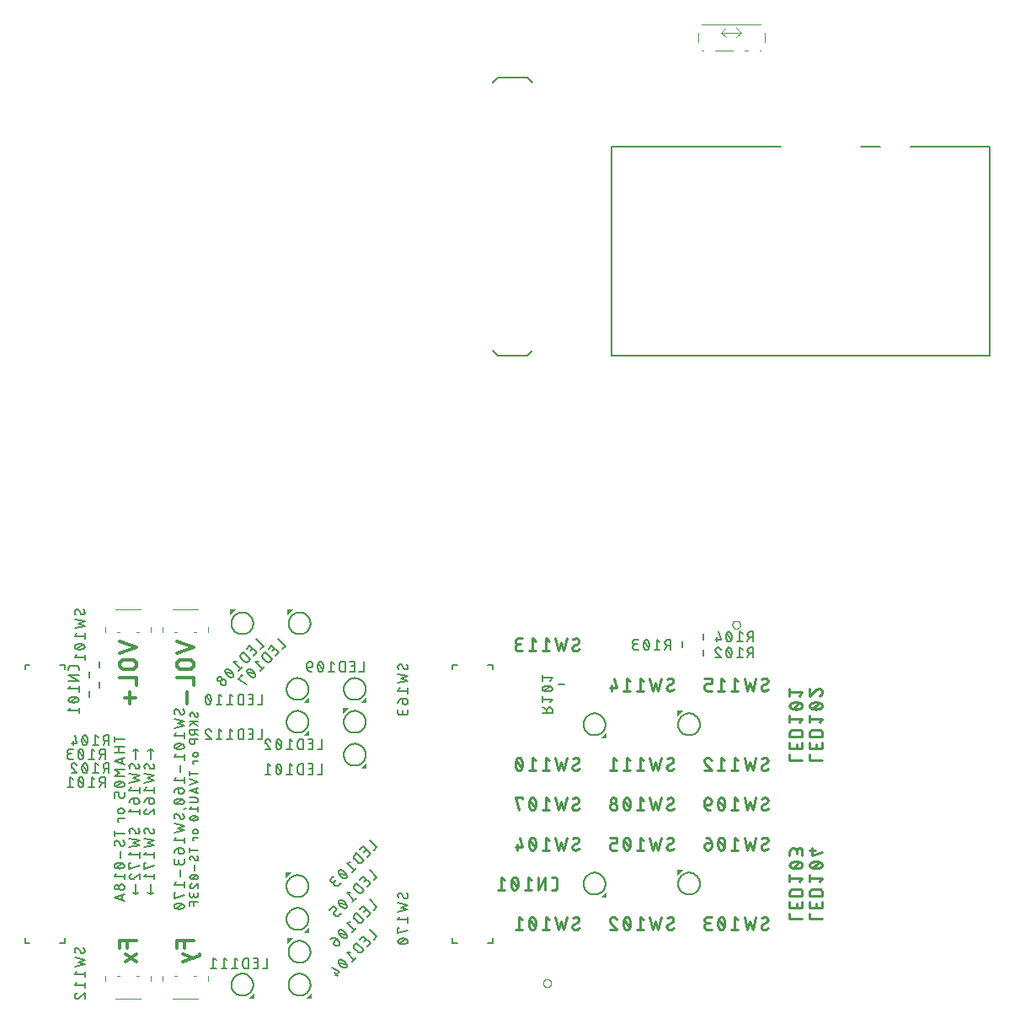
<source format=gbo>
G04 EAGLE Gerber X2 export*
G75*
%MOMM*%
%FSLAX34Y34*%
%LPD*%
%AMOC8*
5,1,8,0,0,1.08239X$1,22.5*%
G01*
%ADD10C,0.228600*%
%ADD11C,0.177800*%
%ADD12C,0.304800*%
%ADD13C,0.152400*%
%ADD14C,0.200000*%
%ADD15C,0.203200*%
%ADD16C,0.100000*%

G36*
X274001Y389497D02*
X274001Y389497D01*
X274004Y389496D01*
X280004Y395496D01*
X280004Y395498D01*
X280005Y395499D01*
X280004Y395501D01*
X280004Y395503D01*
X280002Y395503D01*
X280000Y395505D01*
X274000Y395505D01*
X273995Y395501D01*
X273995Y395500D01*
X273995Y389500D01*
X273996Y389499D01*
X273996Y389497D01*
X273998Y389497D01*
X273999Y389495D01*
X274001Y389497D01*
G37*
G36*
X216501Y389497D02*
X216501Y389497D01*
X216504Y389496D01*
X222504Y395496D01*
X222504Y395498D01*
X222505Y395499D01*
X222504Y395501D01*
X222504Y395503D01*
X222502Y395503D01*
X222500Y395505D01*
X216500Y395505D01*
X216495Y395501D01*
X216495Y395500D01*
X216495Y389500D01*
X216496Y389499D01*
X216496Y389497D01*
X216498Y389497D01*
X216499Y389495D01*
X216501Y389497D01*
G37*
G36*
X329501Y290497D02*
X329501Y290497D01*
X329504Y290496D01*
X335504Y296496D01*
X335504Y296498D01*
X335505Y296499D01*
X335504Y296501D01*
X335504Y296503D01*
X335502Y296503D01*
X335500Y296505D01*
X329500Y296505D01*
X329495Y296501D01*
X329495Y296500D01*
X329495Y290500D01*
X329496Y290499D01*
X329496Y290497D01*
X329498Y290497D01*
X329499Y290495D01*
X329501Y290497D01*
G37*
G36*
X665501Y287997D02*
X665501Y287997D01*
X665504Y287996D01*
X671504Y293996D01*
X671504Y293998D01*
X671505Y293999D01*
X671504Y294001D01*
X671504Y294003D01*
X671502Y294003D01*
X671500Y294005D01*
X665500Y294005D01*
X665495Y294001D01*
X665495Y294000D01*
X665495Y288000D01*
X665496Y287999D01*
X665496Y287997D01*
X665498Y287997D01*
X665499Y287995D01*
X665501Y287997D01*
G37*
G36*
X665501Y127997D02*
X665501Y127997D01*
X665504Y127996D01*
X671504Y133996D01*
X671504Y133998D01*
X671505Y133999D01*
X671504Y134001D01*
X671504Y134003D01*
X671502Y134003D01*
X671500Y134005D01*
X665500Y134005D01*
X665495Y134001D01*
X665495Y134000D01*
X665495Y128000D01*
X665496Y127999D01*
X665496Y127997D01*
X665498Y127997D01*
X665499Y127995D01*
X665501Y127997D01*
G37*
G36*
X272001Y125497D02*
X272001Y125497D01*
X272004Y125496D01*
X278004Y131496D01*
X278004Y131498D01*
X278005Y131499D01*
X278004Y131501D01*
X278004Y131503D01*
X278002Y131503D01*
X278000Y131505D01*
X272000Y131505D01*
X271995Y131501D01*
X271995Y131500D01*
X271995Y125500D01*
X271996Y125499D01*
X271996Y125497D01*
X271998Y125497D01*
X271999Y125495D01*
X272001Y125497D01*
G37*
G36*
X274001Y59497D02*
X274001Y59497D01*
X274004Y59496D01*
X280004Y65496D01*
X280004Y65498D01*
X280005Y65499D01*
X280004Y65501D01*
X280004Y65503D01*
X280002Y65503D01*
X280000Y65505D01*
X274000Y65505D01*
X273995Y65501D01*
X273995Y65500D01*
X273995Y59500D01*
X273996Y59499D01*
X273996Y59497D01*
X273998Y59497D01*
X273999Y59495D01*
X274001Y59497D01*
G37*
G36*
X296005Y301499D02*
X296005Y301499D01*
X296005Y301500D01*
X296005Y307500D01*
X296004Y307501D01*
X296004Y307503D01*
X296002Y307503D01*
X296001Y307505D01*
X295999Y307503D01*
X295996Y307504D01*
X289996Y301504D01*
X289996Y301502D01*
X289995Y301501D01*
X289996Y301499D01*
X289996Y301497D01*
X289998Y301497D01*
X290000Y301495D01*
X296000Y301495D01*
X296005Y301499D01*
G37*
G36*
X353505Y301499D02*
X353505Y301499D01*
X353505Y301500D01*
X353505Y307500D01*
X353504Y307501D01*
X353504Y307503D01*
X353502Y307503D01*
X353501Y307505D01*
X353499Y307503D01*
X353496Y307504D01*
X347496Y301504D01*
X347496Y301502D01*
X347495Y301501D01*
X347496Y301499D01*
X347496Y301497D01*
X347498Y301497D01*
X347500Y301495D01*
X353500Y301495D01*
X353505Y301499D01*
G37*
G36*
X296005Y268499D02*
X296005Y268499D01*
X296005Y268500D01*
X296005Y274500D01*
X296004Y274501D01*
X296004Y274503D01*
X296002Y274503D01*
X296001Y274505D01*
X295999Y274503D01*
X295996Y274504D01*
X289996Y268504D01*
X289996Y268502D01*
X289995Y268501D01*
X289996Y268499D01*
X289996Y268497D01*
X289998Y268497D01*
X290000Y268495D01*
X296000Y268495D01*
X296005Y268499D01*
G37*
G36*
X594505Y265999D02*
X594505Y265999D01*
X594505Y266000D01*
X594505Y272000D01*
X594504Y272001D01*
X594504Y272003D01*
X594502Y272003D01*
X594501Y272005D01*
X594499Y272003D01*
X594496Y272004D01*
X588496Y266004D01*
X588496Y266002D01*
X588495Y266001D01*
X588496Y265999D01*
X588496Y265997D01*
X588498Y265997D01*
X588500Y265995D01*
X594500Y265995D01*
X594505Y265999D01*
G37*
G36*
X353505Y235499D02*
X353505Y235499D01*
X353505Y235500D01*
X353505Y241500D01*
X353504Y241501D01*
X353504Y241503D01*
X353502Y241503D01*
X353501Y241505D01*
X353499Y241503D01*
X353496Y241504D01*
X347496Y235504D01*
X347496Y235502D01*
X347495Y235501D01*
X347496Y235499D01*
X347496Y235497D01*
X347498Y235497D01*
X347500Y235495D01*
X353500Y235495D01*
X353505Y235499D01*
G37*
G36*
X594505Y105999D02*
X594505Y105999D01*
X594505Y106000D01*
X594505Y112000D01*
X594504Y112001D01*
X594504Y112003D01*
X594502Y112003D01*
X594501Y112005D01*
X594499Y112003D01*
X594496Y112004D01*
X588496Y106004D01*
X588496Y106002D01*
X588495Y106001D01*
X588496Y105999D01*
X588496Y105997D01*
X588498Y105997D01*
X588500Y105995D01*
X594500Y105995D01*
X594505Y105999D01*
G37*
G36*
X296005Y70499D02*
X296005Y70499D01*
X296005Y70500D01*
X296005Y76500D01*
X296004Y76501D01*
X296004Y76503D01*
X296002Y76503D01*
X296001Y76505D01*
X295999Y76503D01*
X295996Y76504D01*
X289996Y70504D01*
X289996Y70502D01*
X289995Y70501D01*
X289996Y70499D01*
X289996Y70497D01*
X289998Y70497D01*
X290000Y70495D01*
X296000Y70495D01*
X296005Y70499D01*
G37*
G36*
X298005Y4499D02*
X298005Y4499D01*
X298005Y4500D01*
X298005Y10500D01*
X298004Y10501D01*
X298004Y10503D01*
X298002Y10503D01*
X298001Y10505D01*
X297999Y10503D01*
X297996Y10504D01*
X291996Y4504D01*
X291996Y4502D01*
X291995Y4501D01*
X291996Y4499D01*
X291996Y4497D01*
X291998Y4497D01*
X292000Y4495D01*
X298000Y4495D01*
X298005Y4499D01*
G37*
G36*
X240505Y4499D02*
X240505Y4499D01*
X240505Y4500D01*
X240505Y10500D01*
X240504Y10501D01*
X240504Y10503D01*
X240502Y10503D01*
X240501Y10505D01*
X240499Y10503D01*
X240496Y10504D01*
X234496Y4504D01*
X234496Y4502D01*
X234495Y4501D01*
X234496Y4499D01*
X234496Y4497D01*
X234498Y4497D01*
X234500Y4495D01*
X240500Y4495D01*
X240505Y4499D01*
G37*
D10*
X539235Y113643D02*
X542060Y113643D01*
X542166Y113645D01*
X542271Y113651D01*
X542376Y113661D01*
X542481Y113675D01*
X542585Y113692D01*
X542689Y113714D01*
X542791Y113739D01*
X542893Y113769D01*
X542993Y113802D01*
X543092Y113838D01*
X543190Y113879D01*
X543286Y113923D01*
X543380Y113970D01*
X543473Y114021D01*
X543563Y114076D01*
X543651Y114134D01*
X543738Y114195D01*
X543821Y114259D01*
X543903Y114327D01*
X543981Y114397D01*
X544058Y114470D01*
X544131Y114547D01*
X544201Y114625D01*
X544269Y114707D01*
X544333Y114790D01*
X544394Y114877D01*
X544452Y114965D01*
X544507Y115055D01*
X544558Y115148D01*
X544605Y115242D01*
X544649Y115338D01*
X544690Y115436D01*
X544726Y115535D01*
X544759Y115635D01*
X544789Y115737D01*
X544814Y115839D01*
X544836Y115943D01*
X544853Y116047D01*
X544867Y116152D01*
X544877Y116257D01*
X544883Y116362D01*
X544885Y116468D01*
X544885Y123532D01*
X544883Y123638D01*
X544877Y123743D01*
X544867Y123848D01*
X544853Y123953D01*
X544836Y124057D01*
X544814Y124161D01*
X544789Y124263D01*
X544759Y124365D01*
X544726Y124465D01*
X544690Y124564D01*
X544649Y124662D01*
X544605Y124758D01*
X544558Y124852D01*
X544507Y124945D01*
X544452Y125035D01*
X544394Y125123D01*
X544333Y125210D01*
X544269Y125293D01*
X544201Y125375D01*
X544131Y125453D01*
X544058Y125530D01*
X543981Y125603D01*
X543903Y125673D01*
X543821Y125741D01*
X543738Y125805D01*
X543651Y125866D01*
X543563Y125924D01*
X543473Y125979D01*
X543380Y126030D01*
X543286Y126077D01*
X543190Y126121D01*
X543092Y126162D01*
X542993Y126198D01*
X542893Y126231D01*
X542791Y126261D01*
X542689Y126286D01*
X542585Y126308D01*
X542481Y126325D01*
X542376Y126339D01*
X542271Y126349D01*
X542166Y126355D01*
X542060Y126357D01*
X539235Y126357D01*
X533128Y126357D02*
X533128Y113643D01*
X526065Y113643D02*
X533128Y126357D01*
X526065Y126357D02*
X526065Y113643D01*
X519178Y123532D02*
X515647Y126357D01*
X515647Y113643D01*
X519178Y113643D02*
X512115Y113643D01*
X505678Y120000D02*
X505675Y120250D01*
X505666Y120500D01*
X505651Y120750D01*
X505630Y120999D01*
X505603Y121248D01*
X505571Y121496D01*
X505532Y121743D01*
X505488Y121989D01*
X505437Y122234D01*
X505381Y122477D01*
X505319Y122720D01*
X505251Y122961D01*
X505177Y123200D01*
X505098Y123437D01*
X505013Y123672D01*
X504923Y123905D01*
X504827Y124136D01*
X504725Y124365D01*
X504619Y124591D01*
X504584Y124687D01*
X504546Y124780D01*
X504504Y124873D01*
X504458Y124963D01*
X504409Y125052D01*
X504357Y125138D01*
X504301Y125223D01*
X504242Y125305D01*
X504180Y125385D01*
X504115Y125463D01*
X504047Y125538D01*
X503976Y125610D01*
X503902Y125680D01*
X503826Y125746D01*
X503747Y125810D01*
X503666Y125870D01*
X503582Y125928D01*
X503497Y125982D01*
X503409Y126032D01*
X503319Y126079D01*
X503228Y126123D01*
X503135Y126163D01*
X503040Y126200D01*
X502944Y126232D01*
X502847Y126261D01*
X502749Y126287D01*
X502650Y126308D01*
X502551Y126326D01*
X502450Y126339D01*
X502349Y126349D01*
X502248Y126355D01*
X502147Y126357D01*
X502046Y126355D01*
X501945Y126349D01*
X501844Y126339D01*
X501743Y126326D01*
X501644Y126308D01*
X501545Y126287D01*
X501447Y126261D01*
X501350Y126232D01*
X501254Y126200D01*
X501159Y126163D01*
X501066Y126123D01*
X500975Y126079D01*
X500885Y126032D01*
X500797Y125982D01*
X500712Y125928D01*
X500628Y125870D01*
X500547Y125810D01*
X500468Y125746D01*
X500392Y125680D01*
X500318Y125610D01*
X500247Y125538D01*
X500179Y125463D01*
X500114Y125385D01*
X500052Y125305D01*
X499993Y125223D01*
X499937Y125138D01*
X499885Y125052D01*
X499836Y124963D01*
X499790Y124873D01*
X499748Y124780D01*
X499710Y124687D01*
X499675Y124591D01*
X499674Y124591D02*
X499568Y124365D01*
X499466Y124136D01*
X499370Y123905D01*
X499280Y123672D01*
X499195Y123437D01*
X499116Y123200D01*
X499042Y122961D01*
X498974Y122720D01*
X498912Y122478D01*
X498856Y122234D01*
X498806Y121989D01*
X498761Y121743D01*
X498722Y121496D01*
X498690Y121248D01*
X498663Y120999D01*
X498642Y120750D01*
X498627Y120500D01*
X498618Y120250D01*
X498615Y120000D01*
X505679Y120000D02*
X505676Y119750D01*
X505667Y119500D01*
X505652Y119250D01*
X505631Y119001D01*
X505604Y118752D01*
X505572Y118504D01*
X505533Y118257D01*
X505488Y118011D01*
X505438Y117766D01*
X505382Y117522D01*
X505320Y117280D01*
X505252Y117039D01*
X505178Y116800D01*
X505099Y116563D01*
X505014Y116328D01*
X504924Y116094D01*
X504828Y115863D01*
X504726Y115635D01*
X504619Y115409D01*
X504584Y115314D01*
X504546Y115221D01*
X504504Y115128D01*
X504458Y115038D01*
X504409Y114949D01*
X504357Y114863D01*
X504301Y114778D01*
X504242Y114696D01*
X504180Y114616D01*
X504115Y114538D01*
X504047Y114463D01*
X503976Y114391D01*
X503902Y114321D01*
X503826Y114255D01*
X503747Y114191D01*
X503666Y114131D01*
X503582Y114073D01*
X503497Y114019D01*
X503409Y113969D01*
X503319Y113922D01*
X503228Y113878D01*
X503135Y113838D01*
X503040Y113801D01*
X502944Y113769D01*
X502847Y113740D01*
X502749Y113714D01*
X502650Y113693D01*
X502551Y113675D01*
X502450Y113662D01*
X502349Y113652D01*
X502248Y113646D01*
X502147Y113644D01*
X499674Y115409D02*
X499568Y115635D01*
X499466Y115864D01*
X499370Y116095D01*
X499280Y116328D01*
X499195Y116563D01*
X499116Y116800D01*
X499042Y117039D01*
X498974Y117280D01*
X498912Y117522D01*
X498856Y117766D01*
X498806Y118011D01*
X498761Y118257D01*
X498722Y118504D01*
X498690Y118752D01*
X498663Y119001D01*
X498642Y119250D01*
X498627Y119500D01*
X498618Y119750D01*
X498615Y120000D01*
X499675Y115409D02*
X499710Y115313D01*
X499748Y115220D01*
X499790Y115127D01*
X499836Y115037D01*
X499885Y114948D01*
X499937Y114862D01*
X499993Y114777D01*
X500052Y114695D01*
X500114Y114615D01*
X500179Y114537D01*
X500247Y114462D01*
X500318Y114390D01*
X500392Y114320D01*
X500468Y114254D01*
X500547Y114190D01*
X500628Y114130D01*
X500712Y114072D01*
X500797Y114018D01*
X500885Y113968D01*
X500975Y113921D01*
X501066Y113877D01*
X501159Y113837D01*
X501254Y113800D01*
X501350Y113768D01*
X501447Y113739D01*
X501545Y113713D01*
X501644Y113692D01*
X501743Y113674D01*
X501844Y113661D01*
X501945Y113651D01*
X502046Y113645D01*
X502147Y113643D01*
X504972Y116468D02*
X499321Y123532D01*
X492178Y123532D02*
X488647Y126357D01*
X488647Y113643D01*
X492178Y113643D02*
X485115Y113643D01*
X778643Y244313D02*
X791357Y244313D01*
X778643Y244313D02*
X778643Y249963D01*
X778643Y256013D02*
X778643Y261663D01*
X778643Y256013D02*
X791357Y256013D01*
X791357Y261663D01*
X785706Y260251D02*
X785706Y256013D01*
X791357Y267674D02*
X778643Y267674D01*
X791357Y267674D02*
X791357Y271206D01*
X791355Y271324D01*
X791349Y271442D01*
X791339Y271560D01*
X791325Y271677D01*
X791308Y271793D01*
X791286Y271910D01*
X791261Y272025D01*
X791232Y272139D01*
X791198Y272252D01*
X791162Y272365D01*
X791121Y272475D01*
X791077Y272585D01*
X791029Y272693D01*
X790977Y272799D01*
X790922Y272903D01*
X790864Y273006D01*
X790802Y273107D01*
X790737Y273205D01*
X790668Y273301D01*
X790597Y273395D01*
X790522Y273486D01*
X790445Y273575D01*
X790364Y273661D01*
X790280Y273745D01*
X790194Y273826D01*
X790105Y273903D01*
X790014Y273978D01*
X789920Y274050D01*
X789824Y274118D01*
X789725Y274183D01*
X789625Y274245D01*
X789522Y274303D01*
X789418Y274358D01*
X789312Y274410D01*
X789204Y274458D01*
X789094Y274502D01*
X788984Y274543D01*
X788871Y274579D01*
X788758Y274613D01*
X788644Y274642D01*
X788528Y274667D01*
X788412Y274689D01*
X788296Y274706D01*
X788179Y274720D01*
X788061Y274730D01*
X787943Y274736D01*
X787825Y274738D01*
X787825Y274737D02*
X782175Y274737D01*
X782175Y274738D02*
X782057Y274736D01*
X781939Y274730D01*
X781821Y274720D01*
X781704Y274706D01*
X781588Y274689D01*
X781471Y274667D01*
X781356Y274642D01*
X781242Y274613D01*
X781129Y274579D01*
X781016Y274543D01*
X780906Y274502D01*
X780796Y274458D01*
X780688Y274410D01*
X780582Y274358D01*
X780478Y274303D01*
X780375Y274245D01*
X780275Y274183D01*
X780176Y274118D01*
X780080Y274050D01*
X779986Y273978D01*
X779895Y273903D01*
X779806Y273826D01*
X779720Y273745D01*
X779636Y273661D01*
X779555Y273575D01*
X779478Y273486D01*
X779403Y273395D01*
X779332Y273301D01*
X779263Y273205D01*
X779198Y273107D01*
X779136Y273006D01*
X779078Y272903D01*
X779023Y272799D01*
X778971Y272693D01*
X778923Y272585D01*
X778879Y272475D01*
X778838Y272365D01*
X778802Y272252D01*
X778769Y272139D01*
X778739Y272025D01*
X778714Y271910D01*
X778692Y271794D01*
X778675Y271677D01*
X778661Y271560D01*
X778651Y271442D01*
X778645Y271324D01*
X778643Y271206D01*
X778643Y267674D01*
X788532Y281624D02*
X791357Y285156D01*
X778643Y285156D01*
X778643Y288687D02*
X778643Y281624D01*
X785000Y295124D02*
X785250Y295127D01*
X785500Y295136D01*
X785750Y295151D01*
X785999Y295172D01*
X786248Y295199D01*
X786496Y295231D01*
X786743Y295270D01*
X786989Y295314D01*
X787234Y295365D01*
X787477Y295421D01*
X787720Y295483D01*
X787961Y295551D01*
X788200Y295625D01*
X788437Y295704D01*
X788672Y295789D01*
X788905Y295879D01*
X789136Y295975D01*
X789365Y296077D01*
X789591Y296183D01*
X789591Y296184D02*
X789687Y296219D01*
X789780Y296257D01*
X789873Y296299D01*
X789963Y296345D01*
X790052Y296394D01*
X790138Y296446D01*
X790223Y296502D01*
X790305Y296561D01*
X790385Y296623D01*
X790463Y296688D01*
X790538Y296756D01*
X790610Y296827D01*
X790680Y296901D01*
X790746Y296977D01*
X790810Y297056D01*
X790870Y297137D01*
X790928Y297221D01*
X790982Y297306D01*
X791032Y297394D01*
X791079Y297484D01*
X791123Y297575D01*
X791163Y297668D01*
X791200Y297763D01*
X791232Y297859D01*
X791261Y297956D01*
X791287Y298054D01*
X791308Y298153D01*
X791326Y298252D01*
X791339Y298353D01*
X791349Y298454D01*
X791355Y298555D01*
X791357Y298656D01*
X791355Y298757D01*
X791349Y298858D01*
X791339Y298959D01*
X791326Y299060D01*
X791308Y299159D01*
X791287Y299258D01*
X791261Y299356D01*
X791232Y299453D01*
X791200Y299549D01*
X791163Y299644D01*
X791123Y299737D01*
X791079Y299828D01*
X791032Y299918D01*
X790982Y300006D01*
X790928Y300091D01*
X790870Y300175D01*
X790810Y300256D01*
X790746Y300335D01*
X790680Y300411D01*
X790610Y300485D01*
X790538Y300556D01*
X790463Y300624D01*
X790385Y300689D01*
X790305Y300751D01*
X790223Y300810D01*
X790138Y300866D01*
X790052Y300918D01*
X789963Y300967D01*
X789873Y301013D01*
X789780Y301055D01*
X789687Y301093D01*
X789591Y301128D01*
X789365Y301234D01*
X789136Y301336D01*
X788905Y301432D01*
X788672Y301522D01*
X788437Y301607D01*
X788200Y301686D01*
X787961Y301760D01*
X787720Y301828D01*
X787478Y301890D01*
X787234Y301946D01*
X786989Y301996D01*
X786743Y302041D01*
X786496Y302080D01*
X786248Y302112D01*
X785999Y302139D01*
X785750Y302160D01*
X785500Y302175D01*
X785250Y302184D01*
X785000Y302187D01*
X785000Y295123D02*
X784750Y295126D01*
X784500Y295135D01*
X784250Y295150D01*
X784001Y295171D01*
X783752Y295198D01*
X783504Y295230D01*
X783257Y295269D01*
X783011Y295314D01*
X782766Y295364D01*
X782522Y295420D01*
X782280Y295482D01*
X782039Y295550D01*
X781800Y295624D01*
X781563Y295703D01*
X781328Y295788D01*
X781094Y295878D01*
X780863Y295974D01*
X780635Y296076D01*
X780409Y296183D01*
X780409Y296184D02*
X780314Y296219D01*
X780221Y296257D01*
X780128Y296299D01*
X780038Y296345D01*
X779949Y296394D01*
X779863Y296446D01*
X779778Y296502D01*
X779696Y296561D01*
X779616Y296623D01*
X779538Y296688D01*
X779463Y296756D01*
X779391Y296827D01*
X779321Y296901D01*
X779255Y296977D01*
X779191Y297056D01*
X779131Y297137D01*
X779073Y297221D01*
X779019Y297306D01*
X778969Y297394D01*
X778922Y297484D01*
X778878Y297575D01*
X778838Y297668D01*
X778801Y297763D01*
X778769Y297859D01*
X778740Y297956D01*
X778714Y298054D01*
X778693Y298153D01*
X778675Y298252D01*
X778662Y298353D01*
X778652Y298454D01*
X778646Y298555D01*
X778644Y298656D01*
X780409Y301128D02*
X780635Y301234D01*
X780864Y301336D01*
X781095Y301432D01*
X781328Y301522D01*
X781563Y301607D01*
X781800Y301686D01*
X782039Y301760D01*
X782280Y301828D01*
X782522Y301890D01*
X782766Y301946D01*
X783011Y301996D01*
X783257Y302041D01*
X783504Y302080D01*
X783752Y302112D01*
X784001Y302139D01*
X784250Y302160D01*
X784500Y302175D01*
X784750Y302184D01*
X785000Y302187D01*
X780410Y301128D02*
X780314Y301093D01*
X780221Y301055D01*
X780128Y301013D01*
X780038Y300967D01*
X779949Y300918D01*
X779863Y300866D01*
X779778Y300810D01*
X779696Y300751D01*
X779616Y300689D01*
X779538Y300624D01*
X779463Y300556D01*
X779391Y300485D01*
X779321Y300411D01*
X779255Y300335D01*
X779191Y300256D01*
X779131Y300175D01*
X779073Y300091D01*
X779019Y300006D01*
X778969Y299918D01*
X778922Y299828D01*
X778878Y299737D01*
X778838Y299644D01*
X778801Y299549D01*
X778769Y299453D01*
X778740Y299356D01*
X778714Y299258D01*
X778693Y299159D01*
X778675Y299060D01*
X778662Y298959D01*
X778652Y298858D01*
X778646Y298757D01*
X778644Y298656D01*
X781468Y295830D02*
X788532Y301481D01*
X788532Y308624D02*
X791357Y312156D01*
X778643Y312156D01*
X778643Y315687D02*
X778643Y308624D01*
X798643Y244313D02*
X811357Y244313D01*
X798643Y244313D02*
X798643Y249963D01*
X798643Y256013D02*
X798643Y261663D01*
X798643Y256013D02*
X811357Y256013D01*
X811357Y261663D01*
X805706Y260251D02*
X805706Y256013D01*
X811357Y267674D02*
X798643Y267674D01*
X811357Y267674D02*
X811357Y271206D01*
X811355Y271324D01*
X811349Y271442D01*
X811339Y271560D01*
X811325Y271677D01*
X811308Y271793D01*
X811286Y271910D01*
X811261Y272025D01*
X811232Y272139D01*
X811198Y272252D01*
X811162Y272365D01*
X811121Y272475D01*
X811077Y272585D01*
X811029Y272693D01*
X810977Y272799D01*
X810922Y272903D01*
X810864Y273006D01*
X810802Y273107D01*
X810737Y273205D01*
X810668Y273301D01*
X810597Y273395D01*
X810522Y273486D01*
X810445Y273575D01*
X810364Y273661D01*
X810280Y273745D01*
X810194Y273826D01*
X810105Y273903D01*
X810014Y273978D01*
X809920Y274050D01*
X809824Y274118D01*
X809725Y274183D01*
X809625Y274245D01*
X809522Y274303D01*
X809418Y274358D01*
X809312Y274410D01*
X809204Y274458D01*
X809094Y274502D01*
X808984Y274543D01*
X808871Y274579D01*
X808758Y274613D01*
X808644Y274642D01*
X808528Y274667D01*
X808412Y274689D01*
X808296Y274706D01*
X808179Y274720D01*
X808061Y274730D01*
X807943Y274736D01*
X807825Y274738D01*
X807825Y274737D02*
X802175Y274737D01*
X802175Y274738D02*
X802057Y274736D01*
X801939Y274730D01*
X801821Y274720D01*
X801704Y274706D01*
X801588Y274689D01*
X801471Y274667D01*
X801356Y274642D01*
X801242Y274613D01*
X801129Y274579D01*
X801016Y274543D01*
X800906Y274502D01*
X800796Y274458D01*
X800688Y274410D01*
X800582Y274358D01*
X800478Y274303D01*
X800375Y274245D01*
X800275Y274183D01*
X800176Y274118D01*
X800080Y274050D01*
X799986Y273978D01*
X799895Y273903D01*
X799806Y273826D01*
X799720Y273745D01*
X799636Y273661D01*
X799555Y273575D01*
X799478Y273486D01*
X799403Y273395D01*
X799332Y273301D01*
X799263Y273205D01*
X799198Y273107D01*
X799136Y273006D01*
X799078Y272903D01*
X799023Y272799D01*
X798971Y272693D01*
X798923Y272585D01*
X798879Y272475D01*
X798838Y272365D01*
X798802Y272252D01*
X798769Y272139D01*
X798739Y272025D01*
X798714Y271910D01*
X798692Y271794D01*
X798675Y271677D01*
X798661Y271560D01*
X798651Y271442D01*
X798645Y271324D01*
X798643Y271206D01*
X798643Y267674D01*
X808532Y281624D02*
X811357Y285156D01*
X798643Y285156D01*
X798643Y288687D02*
X798643Y281624D01*
X805000Y295124D02*
X805250Y295127D01*
X805500Y295136D01*
X805750Y295151D01*
X805999Y295172D01*
X806248Y295199D01*
X806496Y295231D01*
X806743Y295270D01*
X806989Y295314D01*
X807234Y295365D01*
X807477Y295421D01*
X807720Y295483D01*
X807961Y295551D01*
X808200Y295625D01*
X808437Y295704D01*
X808672Y295789D01*
X808905Y295879D01*
X809136Y295975D01*
X809365Y296077D01*
X809591Y296183D01*
X809591Y296184D02*
X809687Y296219D01*
X809780Y296257D01*
X809873Y296299D01*
X809963Y296345D01*
X810052Y296394D01*
X810138Y296446D01*
X810223Y296502D01*
X810305Y296561D01*
X810385Y296623D01*
X810463Y296688D01*
X810538Y296756D01*
X810610Y296827D01*
X810680Y296901D01*
X810746Y296977D01*
X810810Y297056D01*
X810870Y297137D01*
X810928Y297221D01*
X810982Y297306D01*
X811032Y297394D01*
X811079Y297484D01*
X811123Y297575D01*
X811163Y297668D01*
X811200Y297763D01*
X811232Y297859D01*
X811261Y297956D01*
X811287Y298054D01*
X811308Y298153D01*
X811326Y298252D01*
X811339Y298353D01*
X811349Y298454D01*
X811355Y298555D01*
X811357Y298656D01*
X811355Y298757D01*
X811349Y298858D01*
X811339Y298959D01*
X811326Y299060D01*
X811308Y299159D01*
X811287Y299258D01*
X811261Y299356D01*
X811232Y299453D01*
X811200Y299549D01*
X811163Y299644D01*
X811123Y299737D01*
X811079Y299828D01*
X811032Y299918D01*
X810982Y300006D01*
X810928Y300091D01*
X810870Y300175D01*
X810810Y300256D01*
X810746Y300335D01*
X810680Y300411D01*
X810610Y300485D01*
X810538Y300556D01*
X810463Y300624D01*
X810385Y300689D01*
X810305Y300751D01*
X810223Y300810D01*
X810138Y300866D01*
X810052Y300918D01*
X809963Y300967D01*
X809873Y301013D01*
X809780Y301055D01*
X809687Y301093D01*
X809591Y301128D01*
X809365Y301234D01*
X809136Y301336D01*
X808905Y301432D01*
X808672Y301522D01*
X808437Y301607D01*
X808200Y301686D01*
X807961Y301760D01*
X807720Y301828D01*
X807478Y301890D01*
X807234Y301946D01*
X806989Y301996D01*
X806743Y302041D01*
X806496Y302080D01*
X806248Y302112D01*
X805999Y302139D01*
X805750Y302160D01*
X805500Y302175D01*
X805250Y302184D01*
X805000Y302187D01*
X805000Y295123D02*
X804750Y295126D01*
X804500Y295135D01*
X804250Y295150D01*
X804001Y295171D01*
X803752Y295198D01*
X803504Y295230D01*
X803257Y295269D01*
X803011Y295314D01*
X802766Y295364D01*
X802522Y295420D01*
X802280Y295482D01*
X802039Y295550D01*
X801800Y295624D01*
X801563Y295703D01*
X801328Y295788D01*
X801094Y295878D01*
X800863Y295974D01*
X800635Y296076D01*
X800409Y296183D01*
X800409Y296184D02*
X800314Y296219D01*
X800221Y296257D01*
X800128Y296299D01*
X800038Y296345D01*
X799949Y296394D01*
X799863Y296446D01*
X799778Y296502D01*
X799696Y296561D01*
X799616Y296623D01*
X799538Y296688D01*
X799463Y296756D01*
X799391Y296827D01*
X799321Y296901D01*
X799255Y296977D01*
X799191Y297056D01*
X799131Y297137D01*
X799073Y297221D01*
X799019Y297306D01*
X798969Y297394D01*
X798922Y297484D01*
X798878Y297575D01*
X798838Y297668D01*
X798801Y297763D01*
X798769Y297859D01*
X798740Y297956D01*
X798714Y298054D01*
X798693Y298153D01*
X798675Y298252D01*
X798662Y298353D01*
X798652Y298454D01*
X798646Y298555D01*
X798644Y298656D01*
X800409Y301128D02*
X800635Y301234D01*
X800864Y301336D01*
X801095Y301432D01*
X801328Y301522D01*
X801563Y301607D01*
X801800Y301686D01*
X802039Y301760D01*
X802280Y301828D01*
X802522Y301890D01*
X802766Y301946D01*
X803011Y301996D01*
X803257Y302041D01*
X803504Y302080D01*
X803752Y302112D01*
X804001Y302139D01*
X804250Y302160D01*
X804500Y302175D01*
X804750Y302184D01*
X805000Y302187D01*
X800409Y301128D02*
X800313Y301093D01*
X800220Y301055D01*
X800127Y301013D01*
X800037Y300967D01*
X799948Y300918D01*
X799862Y300866D01*
X799777Y300810D01*
X799695Y300751D01*
X799615Y300689D01*
X799537Y300624D01*
X799462Y300556D01*
X799390Y300485D01*
X799320Y300411D01*
X799254Y300335D01*
X799190Y300256D01*
X799130Y300175D01*
X799072Y300091D01*
X799018Y300006D01*
X798968Y299918D01*
X798921Y299828D01*
X798877Y299737D01*
X798837Y299644D01*
X798800Y299549D01*
X798768Y299453D01*
X798739Y299356D01*
X798713Y299258D01*
X798692Y299159D01*
X798674Y299060D01*
X798661Y298959D01*
X798651Y298858D01*
X798645Y298757D01*
X798643Y298656D01*
X801468Y295830D02*
X808532Y301481D01*
X811358Y312509D02*
X811356Y312620D01*
X811350Y312731D01*
X811341Y312841D01*
X811327Y312951D01*
X811310Y313061D01*
X811289Y313170D01*
X811264Y313278D01*
X811235Y313385D01*
X811202Y313491D01*
X811166Y313596D01*
X811127Y313700D01*
X811083Y313802D01*
X811036Y313903D01*
X810986Y314001D01*
X810932Y314099D01*
X810875Y314194D01*
X810815Y314287D01*
X810751Y314378D01*
X810684Y314466D01*
X810614Y314552D01*
X810541Y314636D01*
X810466Y314717D01*
X810387Y314796D01*
X810306Y314871D01*
X810222Y314944D01*
X810136Y315014D01*
X810048Y315081D01*
X809957Y315145D01*
X809864Y315205D01*
X809769Y315262D01*
X809671Y315316D01*
X809573Y315366D01*
X809472Y315413D01*
X809370Y315457D01*
X809266Y315496D01*
X809161Y315532D01*
X809055Y315565D01*
X808948Y315594D01*
X808840Y315619D01*
X808731Y315640D01*
X808621Y315657D01*
X808511Y315671D01*
X808401Y315680D01*
X808290Y315686D01*
X808179Y315688D01*
X811357Y312509D02*
X811355Y312384D01*
X811349Y312259D01*
X811340Y312134D01*
X811326Y312009D01*
X811309Y311885D01*
X811288Y311762D01*
X811263Y311639D01*
X811235Y311517D01*
X811202Y311396D01*
X811166Y311276D01*
X811127Y311157D01*
X811084Y311040D01*
X811037Y310924D01*
X810986Y310809D01*
X810932Y310696D01*
X810875Y310585D01*
X810814Y310475D01*
X810750Y310368D01*
X810683Y310262D01*
X810613Y310158D01*
X810539Y310057D01*
X810462Y309958D01*
X810382Y309862D01*
X810300Y309767D01*
X810214Y309676D01*
X810126Y309587D01*
X810035Y309501D01*
X809941Y309418D01*
X809845Y309337D01*
X809747Y309260D01*
X809646Y309186D01*
X809543Y309115D01*
X809438Y309047D01*
X809331Y308982D01*
X809222Y308920D01*
X809111Y308862D01*
X808998Y308808D01*
X808884Y308757D01*
X808768Y308709D01*
X808651Y308665D01*
X808532Y308625D01*
X805707Y314628D02*
X805788Y314710D01*
X805871Y314789D01*
X805957Y314865D01*
X806046Y314939D01*
X806137Y315009D01*
X806231Y315076D01*
X806326Y315141D01*
X806424Y315201D01*
X806524Y315259D01*
X806626Y315313D01*
X806729Y315364D01*
X806834Y315411D01*
X806941Y315455D01*
X807049Y315495D01*
X807158Y315531D01*
X807269Y315563D01*
X807380Y315592D01*
X807493Y315617D01*
X807606Y315639D01*
X807720Y315656D01*
X807834Y315670D01*
X807949Y315679D01*
X808064Y315685D01*
X808179Y315687D01*
X805706Y314628D02*
X798643Y308624D01*
X798643Y315687D01*
X791357Y84313D02*
X778643Y84313D01*
X778643Y89963D01*
X778643Y96013D02*
X778643Y101663D01*
X778643Y96013D02*
X791357Y96013D01*
X791357Y101663D01*
X785706Y100251D02*
X785706Y96013D01*
X791357Y107674D02*
X778643Y107674D01*
X791357Y107674D02*
X791357Y111206D01*
X791355Y111324D01*
X791349Y111442D01*
X791339Y111560D01*
X791325Y111677D01*
X791308Y111793D01*
X791286Y111910D01*
X791261Y112025D01*
X791232Y112139D01*
X791198Y112252D01*
X791162Y112365D01*
X791121Y112475D01*
X791077Y112585D01*
X791029Y112693D01*
X790977Y112799D01*
X790922Y112903D01*
X790864Y113006D01*
X790802Y113107D01*
X790737Y113205D01*
X790668Y113301D01*
X790597Y113395D01*
X790522Y113486D01*
X790445Y113575D01*
X790364Y113661D01*
X790280Y113745D01*
X790194Y113826D01*
X790105Y113903D01*
X790014Y113978D01*
X789920Y114050D01*
X789824Y114118D01*
X789725Y114183D01*
X789625Y114245D01*
X789522Y114303D01*
X789418Y114358D01*
X789312Y114410D01*
X789204Y114458D01*
X789094Y114502D01*
X788984Y114543D01*
X788871Y114579D01*
X788758Y114613D01*
X788644Y114642D01*
X788528Y114667D01*
X788412Y114689D01*
X788296Y114706D01*
X788179Y114720D01*
X788061Y114730D01*
X787943Y114736D01*
X787825Y114738D01*
X787825Y114737D02*
X782175Y114737D01*
X782175Y114738D02*
X782057Y114736D01*
X781939Y114730D01*
X781821Y114720D01*
X781704Y114706D01*
X781588Y114689D01*
X781471Y114667D01*
X781356Y114642D01*
X781242Y114613D01*
X781129Y114579D01*
X781016Y114543D01*
X780906Y114502D01*
X780796Y114458D01*
X780688Y114410D01*
X780582Y114358D01*
X780478Y114303D01*
X780375Y114245D01*
X780275Y114183D01*
X780176Y114118D01*
X780080Y114050D01*
X779986Y113978D01*
X779895Y113903D01*
X779806Y113826D01*
X779720Y113745D01*
X779636Y113661D01*
X779555Y113575D01*
X779478Y113486D01*
X779403Y113395D01*
X779332Y113301D01*
X779263Y113205D01*
X779198Y113107D01*
X779136Y113006D01*
X779078Y112903D01*
X779023Y112799D01*
X778971Y112693D01*
X778923Y112585D01*
X778879Y112475D01*
X778838Y112365D01*
X778802Y112252D01*
X778769Y112139D01*
X778739Y112025D01*
X778714Y111910D01*
X778692Y111794D01*
X778675Y111677D01*
X778661Y111560D01*
X778651Y111442D01*
X778645Y111324D01*
X778643Y111206D01*
X778643Y107674D01*
X788532Y121624D02*
X791357Y125156D01*
X778643Y125156D01*
X778643Y128687D02*
X778643Y121624D01*
X785000Y135124D02*
X785250Y135127D01*
X785500Y135136D01*
X785750Y135151D01*
X785999Y135172D01*
X786248Y135199D01*
X786496Y135231D01*
X786743Y135270D01*
X786989Y135314D01*
X787234Y135365D01*
X787477Y135421D01*
X787720Y135483D01*
X787961Y135551D01*
X788200Y135625D01*
X788437Y135704D01*
X788672Y135789D01*
X788905Y135879D01*
X789136Y135975D01*
X789365Y136077D01*
X789591Y136183D01*
X789591Y136184D02*
X789687Y136219D01*
X789780Y136257D01*
X789873Y136299D01*
X789963Y136345D01*
X790052Y136394D01*
X790138Y136446D01*
X790223Y136502D01*
X790305Y136561D01*
X790385Y136623D01*
X790463Y136688D01*
X790538Y136756D01*
X790610Y136827D01*
X790680Y136901D01*
X790746Y136977D01*
X790810Y137056D01*
X790870Y137137D01*
X790928Y137221D01*
X790982Y137306D01*
X791032Y137394D01*
X791079Y137484D01*
X791123Y137575D01*
X791163Y137668D01*
X791200Y137763D01*
X791232Y137859D01*
X791261Y137956D01*
X791287Y138054D01*
X791308Y138153D01*
X791326Y138252D01*
X791339Y138353D01*
X791349Y138454D01*
X791355Y138555D01*
X791357Y138656D01*
X791355Y138757D01*
X791349Y138858D01*
X791339Y138959D01*
X791326Y139060D01*
X791308Y139159D01*
X791287Y139258D01*
X791261Y139356D01*
X791232Y139453D01*
X791200Y139549D01*
X791163Y139644D01*
X791123Y139737D01*
X791079Y139828D01*
X791032Y139918D01*
X790982Y140006D01*
X790928Y140091D01*
X790870Y140175D01*
X790810Y140256D01*
X790746Y140335D01*
X790680Y140411D01*
X790610Y140485D01*
X790538Y140556D01*
X790463Y140624D01*
X790385Y140689D01*
X790305Y140751D01*
X790223Y140810D01*
X790138Y140866D01*
X790052Y140918D01*
X789963Y140967D01*
X789873Y141013D01*
X789780Y141055D01*
X789687Y141093D01*
X789591Y141128D01*
X789365Y141234D01*
X789136Y141336D01*
X788905Y141432D01*
X788672Y141522D01*
X788437Y141607D01*
X788200Y141686D01*
X787961Y141760D01*
X787720Y141828D01*
X787478Y141890D01*
X787234Y141946D01*
X786989Y141996D01*
X786743Y142041D01*
X786496Y142080D01*
X786248Y142112D01*
X785999Y142139D01*
X785750Y142160D01*
X785500Y142175D01*
X785250Y142184D01*
X785000Y142187D01*
X785000Y135124D02*
X784750Y135127D01*
X784500Y135136D01*
X784250Y135151D01*
X784001Y135172D01*
X783752Y135199D01*
X783504Y135231D01*
X783257Y135270D01*
X783011Y135315D01*
X782766Y135365D01*
X782522Y135421D01*
X782280Y135483D01*
X782039Y135551D01*
X781800Y135625D01*
X781563Y135704D01*
X781328Y135789D01*
X781094Y135879D01*
X780863Y135975D01*
X780635Y136077D01*
X780409Y136184D01*
X780314Y136219D01*
X780221Y136257D01*
X780128Y136299D01*
X780038Y136345D01*
X779949Y136394D01*
X779863Y136446D01*
X779778Y136502D01*
X779696Y136561D01*
X779616Y136623D01*
X779538Y136688D01*
X779463Y136756D01*
X779391Y136827D01*
X779321Y136901D01*
X779255Y136977D01*
X779191Y137056D01*
X779131Y137137D01*
X779073Y137221D01*
X779019Y137306D01*
X778969Y137394D01*
X778922Y137484D01*
X778878Y137575D01*
X778838Y137668D01*
X778801Y137763D01*
X778769Y137859D01*
X778740Y137956D01*
X778714Y138054D01*
X778693Y138153D01*
X778675Y138252D01*
X778662Y138353D01*
X778652Y138454D01*
X778646Y138555D01*
X778644Y138656D01*
X780409Y141128D02*
X780635Y141234D01*
X780864Y141336D01*
X781095Y141432D01*
X781328Y141522D01*
X781563Y141607D01*
X781800Y141686D01*
X782039Y141760D01*
X782280Y141828D01*
X782522Y141890D01*
X782766Y141946D01*
X783011Y141996D01*
X783257Y142041D01*
X783504Y142080D01*
X783752Y142112D01*
X784001Y142139D01*
X784250Y142160D01*
X784500Y142175D01*
X784750Y142184D01*
X785000Y142187D01*
X780409Y141128D02*
X780313Y141093D01*
X780220Y141055D01*
X780127Y141013D01*
X780037Y140967D01*
X779948Y140918D01*
X779862Y140866D01*
X779777Y140810D01*
X779695Y140751D01*
X779615Y140689D01*
X779537Y140624D01*
X779462Y140556D01*
X779390Y140485D01*
X779320Y140411D01*
X779254Y140335D01*
X779190Y140256D01*
X779130Y140175D01*
X779072Y140091D01*
X779018Y140006D01*
X778968Y139918D01*
X778921Y139828D01*
X778877Y139737D01*
X778837Y139644D01*
X778800Y139549D01*
X778768Y139453D01*
X778739Y139356D01*
X778713Y139258D01*
X778692Y139159D01*
X778674Y139060D01*
X778661Y138959D01*
X778651Y138858D01*
X778645Y138757D01*
X778643Y138656D01*
X781468Y135830D02*
X788532Y141481D01*
X778643Y148624D02*
X778643Y152156D01*
X778645Y152274D01*
X778651Y152392D01*
X778661Y152510D01*
X778675Y152627D01*
X778692Y152743D01*
X778714Y152860D01*
X778739Y152975D01*
X778768Y153089D01*
X778802Y153202D01*
X778838Y153315D01*
X778879Y153425D01*
X778923Y153535D01*
X778971Y153643D01*
X779023Y153749D01*
X779078Y153853D01*
X779136Y153956D01*
X779198Y154057D01*
X779263Y154155D01*
X779331Y154251D01*
X779403Y154345D01*
X779478Y154436D01*
X779555Y154525D01*
X779636Y154611D01*
X779720Y154695D01*
X779806Y154776D01*
X779895Y154853D01*
X779986Y154928D01*
X780080Y155000D01*
X780176Y155068D01*
X780274Y155133D01*
X780375Y155195D01*
X780478Y155253D01*
X780582Y155308D01*
X780688Y155360D01*
X780796Y155408D01*
X780906Y155452D01*
X781016Y155493D01*
X781129Y155529D01*
X781242Y155563D01*
X781356Y155592D01*
X781471Y155617D01*
X781588Y155639D01*
X781704Y155656D01*
X781821Y155670D01*
X781939Y155680D01*
X782057Y155686D01*
X782175Y155688D01*
X782293Y155686D01*
X782411Y155680D01*
X782529Y155670D01*
X782646Y155656D01*
X782762Y155639D01*
X782879Y155617D01*
X782994Y155592D01*
X783108Y155563D01*
X783221Y155529D01*
X783334Y155493D01*
X783444Y155452D01*
X783554Y155408D01*
X783662Y155360D01*
X783768Y155308D01*
X783872Y155253D01*
X783975Y155195D01*
X784076Y155133D01*
X784174Y155068D01*
X784270Y155000D01*
X784364Y154928D01*
X784455Y154853D01*
X784544Y154776D01*
X784630Y154695D01*
X784714Y154611D01*
X784795Y154525D01*
X784872Y154436D01*
X784947Y154345D01*
X785019Y154251D01*
X785087Y154155D01*
X785152Y154057D01*
X785214Y153956D01*
X785272Y153853D01*
X785327Y153749D01*
X785379Y153643D01*
X785427Y153535D01*
X785471Y153425D01*
X785512Y153315D01*
X785548Y153202D01*
X785582Y153089D01*
X785611Y152975D01*
X785636Y152860D01*
X785658Y152743D01*
X785675Y152627D01*
X785689Y152510D01*
X785699Y152392D01*
X785705Y152274D01*
X785707Y152156D01*
X791357Y152862D02*
X791357Y148624D01*
X791357Y152862D02*
X791355Y152968D01*
X791349Y153073D01*
X791339Y153178D01*
X791325Y153283D01*
X791308Y153387D01*
X791286Y153491D01*
X791261Y153593D01*
X791231Y153695D01*
X791198Y153795D01*
X791162Y153894D01*
X791121Y153992D01*
X791077Y154088D01*
X791030Y154182D01*
X790979Y154275D01*
X790924Y154365D01*
X790866Y154453D01*
X790805Y154540D01*
X790741Y154623D01*
X790673Y154705D01*
X790603Y154783D01*
X790530Y154860D01*
X790453Y154933D01*
X790375Y155003D01*
X790293Y155071D01*
X790210Y155135D01*
X790123Y155196D01*
X790035Y155254D01*
X789945Y155309D01*
X789852Y155360D01*
X789758Y155407D01*
X789662Y155451D01*
X789564Y155492D01*
X789465Y155528D01*
X789365Y155561D01*
X789263Y155591D01*
X789161Y155616D01*
X789057Y155638D01*
X788953Y155655D01*
X788848Y155669D01*
X788743Y155679D01*
X788638Y155685D01*
X788532Y155687D01*
X788426Y155685D01*
X788321Y155679D01*
X788216Y155669D01*
X788111Y155655D01*
X788007Y155638D01*
X787903Y155616D01*
X787801Y155591D01*
X787699Y155561D01*
X787599Y155528D01*
X787500Y155492D01*
X787402Y155451D01*
X787306Y155407D01*
X787212Y155360D01*
X787120Y155309D01*
X787029Y155254D01*
X786941Y155196D01*
X786854Y155135D01*
X786771Y155071D01*
X786689Y155003D01*
X786611Y154933D01*
X786534Y154860D01*
X786461Y154783D01*
X786391Y154705D01*
X786323Y154623D01*
X786259Y154540D01*
X786198Y154453D01*
X786140Y154365D01*
X786085Y154275D01*
X786034Y154182D01*
X785987Y154088D01*
X785943Y153992D01*
X785902Y153894D01*
X785866Y153795D01*
X785833Y153695D01*
X785803Y153593D01*
X785778Y153491D01*
X785756Y153387D01*
X785739Y153283D01*
X785725Y153178D01*
X785715Y153073D01*
X785709Y152968D01*
X785707Y152862D01*
X785706Y152862D02*
X785706Y150037D01*
X798643Y84313D02*
X811357Y84313D01*
X798643Y84313D02*
X798643Y89963D01*
X798643Y96013D02*
X798643Y101663D01*
X798643Y96013D02*
X811357Y96013D01*
X811357Y101663D01*
X805706Y100251D02*
X805706Y96013D01*
X811357Y107674D02*
X798643Y107674D01*
X811357Y107674D02*
X811357Y111206D01*
X811355Y111324D01*
X811349Y111442D01*
X811339Y111560D01*
X811325Y111677D01*
X811308Y111793D01*
X811286Y111910D01*
X811261Y112025D01*
X811232Y112139D01*
X811198Y112252D01*
X811162Y112365D01*
X811121Y112475D01*
X811077Y112585D01*
X811029Y112693D01*
X810977Y112799D01*
X810922Y112903D01*
X810864Y113006D01*
X810802Y113107D01*
X810737Y113205D01*
X810668Y113301D01*
X810597Y113395D01*
X810522Y113486D01*
X810445Y113575D01*
X810364Y113661D01*
X810280Y113745D01*
X810194Y113826D01*
X810105Y113903D01*
X810014Y113978D01*
X809920Y114050D01*
X809824Y114118D01*
X809725Y114183D01*
X809625Y114245D01*
X809522Y114303D01*
X809418Y114358D01*
X809312Y114410D01*
X809204Y114458D01*
X809094Y114502D01*
X808984Y114543D01*
X808871Y114579D01*
X808758Y114613D01*
X808644Y114642D01*
X808528Y114667D01*
X808412Y114689D01*
X808296Y114706D01*
X808179Y114720D01*
X808061Y114730D01*
X807943Y114736D01*
X807825Y114738D01*
X807825Y114737D02*
X802175Y114737D01*
X802175Y114738D02*
X802057Y114736D01*
X801939Y114730D01*
X801821Y114720D01*
X801704Y114706D01*
X801588Y114689D01*
X801471Y114667D01*
X801356Y114642D01*
X801242Y114613D01*
X801129Y114579D01*
X801016Y114543D01*
X800906Y114502D01*
X800796Y114458D01*
X800688Y114410D01*
X800582Y114358D01*
X800478Y114303D01*
X800375Y114245D01*
X800275Y114183D01*
X800176Y114118D01*
X800080Y114050D01*
X799986Y113978D01*
X799895Y113903D01*
X799806Y113826D01*
X799720Y113745D01*
X799636Y113661D01*
X799555Y113575D01*
X799478Y113486D01*
X799403Y113395D01*
X799332Y113301D01*
X799263Y113205D01*
X799198Y113107D01*
X799136Y113006D01*
X799078Y112903D01*
X799023Y112799D01*
X798971Y112693D01*
X798923Y112585D01*
X798879Y112475D01*
X798838Y112365D01*
X798802Y112252D01*
X798769Y112139D01*
X798739Y112025D01*
X798714Y111910D01*
X798692Y111794D01*
X798675Y111677D01*
X798661Y111560D01*
X798651Y111442D01*
X798645Y111324D01*
X798643Y111206D01*
X798643Y107674D01*
X808532Y121624D02*
X811357Y125156D01*
X798643Y125156D01*
X798643Y128687D02*
X798643Y121624D01*
X805000Y135124D02*
X805250Y135127D01*
X805500Y135136D01*
X805750Y135151D01*
X805999Y135172D01*
X806248Y135199D01*
X806496Y135231D01*
X806743Y135270D01*
X806989Y135314D01*
X807234Y135365D01*
X807477Y135421D01*
X807720Y135483D01*
X807961Y135551D01*
X808200Y135625D01*
X808437Y135704D01*
X808672Y135789D01*
X808905Y135879D01*
X809136Y135975D01*
X809365Y136077D01*
X809591Y136183D01*
X809591Y136184D02*
X809687Y136219D01*
X809780Y136257D01*
X809873Y136299D01*
X809963Y136345D01*
X810052Y136394D01*
X810138Y136446D01*
X810223Y136502D01*
X810305Y136561D01*
X810385Y136623D01*
X810463Y136688D01*
X810538Y136756D01*
X810610Y136827D01*
X810680Y136901D01*
X810746Y136977D01*
X810810Y137056D01*
X810870Y137137D01*
X810928Y137221D01*
X810982Y137306D01*
X811032Y137394D01*
X811079Y137484D01*
X811123Y137575D01*
X811163Y137668D01*
X811200Y137763D01*
X811232Y137859D01*
X811261Y137956D01*
X811287Y138054D01*
X811308Y138153D01*
X811326Y138252D01*
X811339Y138353D01*
X811349Y138454D01*
X811355Y138555D01*
X811357Y138656D01*
X811355Y138757D01*
X811349Y138858D01*
X811339Y138959D01*
X811326Y139060D01*
X811308Y139159D01*
X811287Y139258D01*
X811261Y139356D01*
X811232Y139453D01*
X811200Y139549D01*
X811163Y139644D01*
X811123Y139737D01*
X811079Y139828D01*
X811032Y139918D01*
X810982Y140006D01*
X810928Y140091D01*
X810870Y140175D01*
X810810Y140256D01*
X810746Y140335D01*
X810680Y140411D01*
X810610Y140485D01*
X810538Y140556D01*
X810463Y140624D01*
X810385Y140689D01*
X810305Y140751D01*
X810223Y140810D01*
X810138Y140866D01*
X810052Y140918D01*
X809963Y140967D01*
X809873Y141013D01*
X809780Y141055D01*
X809687Y141093D01*
X809591Y141128D01*
X809365Y141234D01*
X809136Y141336D01*
X808905Y141432D01*
X808672Y141522D01*
X808437Y141607D01*
X808200Y141686D01*
X807961Y141760D01*
X807720Y141828D01*
X807478Y141890D01*
X807234Y141946D01*
X806989Y141996D01*
X806743Y142041D01*
X806496Y142080D01*
X806248Y142112D01*
X805999Y142139D01*
X805750Y142160D01*
X805500Y142175D01*
X805250Y142184D01*
X805000Y142187D01*
X805000Y135124D02*
X804750Y135127D01*
X804500Y135136D01*
X804250Y135151D01*
X804001Y135172D01*
X803752Y135199D01*
X803504Y135231D01*
X803257Y135270D01*
X803011Y135315D01*
X802766Y135365D01*
X802522Y135421D01*
X802280Y135483D01*
X802039Y135551D01*
X801800Y135625D01*
X801563Y135704D01*
X801328Y135789D01*
X801094Y135879D01*
X800863Y135975D01*
X800635Y136077D01*
X800409Y136184D01*
X800314Y136219D01*
X800221Y136257D01*
X800128Y136299D01*
X800038Y136345D01*
X799949Y136394D01*
X799863Y136446D01*
X799778Y136502D01*
X799696Y136561D01*
X799616Y136623D01*
X799538Y136688D01*
X799463Y136756D01*
X799391Y136827D01*
X799321Y136901D01*
X799255Y136977D01*
X799191Y137056D01*
X799131Y137137D01*
X799073Y137221D01*
X799019Y137306D01*
X798969Y137394D01*
X798922Y137484D01*
X798878Y137575D01*
X798838Y137668D01*
X798801Y137763D01*
X798769Y137859D01*
X798740Y137956D01*
X798714Y138054D01*
X798693Y138153D01*
X798675Y138252D01*
X798662Y138353D01*
X798652Y138454D01*
X798646Y138555D01*
X798644Y138656D01*
X800409Y141128D02*
X800635Y141234D01*
X800864Y141336D01*
X801095Y141432D01*
X801328Y141522D01*
X801563Y141607D01*
X801800Y141686D01*
X802039Y141760D01*
X802280Y141828D01*
X802522Y141890D01*
X802766Y141946D01*
X803011Y141996D01*
X803257Y142041D01*
X803504Y142080D01*
X803752Y142112D01*
X804001Y142139D01*
X804250Y142160D01*
X804500Y142175D01*
X804750Y142184D01*
X805000Y142187D01*
X800409Y141128D02*
X800313Y141093D01*
X800220Y141055D01*
X800127Y141013D01*
X800037Y140967D01*
X799948Y140918D01*
X799862Y140866D01*
X799777Y140810D01*
X799695Y140751D01*
X799615Y140689D01*
X799537Y140624D01*
X799462Y140556D01*
X799390Y140485D01*
X799320Y140411D01*
X799254Y140335D01*
X799190Y140256D01*
X799130Y140175D01*
X799072Y140091D01*
X799018Y140006D01*
X798968Y139918D01*
X798921Y139828D01*
X798877Y139737D01*
X798837Y139644D01*
X798800Y139549D01*
X798768Y139453D01*
X798739Y139356D01*
X798713Y139258D01*
X798692Y139159D01*
X798674Y139060D01*
X798661Y138959D01*
X798651Y138858D01*
X798645Y138757D01*
X798643Y138656D01*
X801468Y135830D02*
X808532Y141481D01*
X801468Y148624D02*
X811357Y151449D01*
X801468Y148624D02*
X801468Y155687D01*
X798643Y153568D02*
X804294Y153568D01*
D11*
X540111Y291510D02*
X529889Y291510D01*
X540111Y291510D02*
X540111Y294350D01*
X540109Y294455D01*
X540103Y294560D01*
X540094Y294664D01*
X540080Y294768D01*
X540063Y294872D01*
X540041Y294974D01*
X540017Y295076D01*
X539988Y295177D01*
X539955Y295277D01*
X539919Y295376D01*
X539880Y295473D01*
X539836Y295568D01*
X539790Y295662D01*
X539739Y295754D01*
X539686Y295845D01*
X539629Y295933D01*
X539569Y296019D01*
X539506Y296102D01*
X539439Y296184D01*
X539370Y296263D01*
X539298Y296339D01*
X539223Y296412D01*
X539146Y296483D01*
X539065Y296551D01*
X538983Y296616D01*
X538898Y296677D01*
X538811Y296736D01*
X538722Y296791D01*
X538630Y296843D01*
X538537Y296891D01*
X538443Y296936D01*
X538346Y296978D01*
X538248Y297016D01*
X538149Y297050D01*
X538049Y297081D01*
X537947Y297107D01*
X537845Y297131D01*
X537742Y297150D01*
X537638Y297165D01*
X537534Y297177D01*
X537429Y297185D01*
X537324Y297189D01*
X537220Y297189D01*
X537115Y297185D01*
X537010Y297177D01*
X536906Y297165D01*
X536802Y297150D01*
X536699Y297131D01*
X536597Y297107D01*
X536495Y297081D01*
X536395Y297050D01*
X536296Y297016D01*
X536198Y296978D01*
X536101Y296936D01*
X536007Y296891D01*
X535914Y296843D01*
X535822Y296791D01*
X535733Y296736D01*
X535646Y296677D01*
X535561Y296616D01*
X535479Y296551D01*
X535398Y296483D01*
X535321Y296412D01*
X535246Y296339D01*
X535174Y296263D01*
X535105Y296184D01*
X535038Y296102D01*
X534975Y296019D01*
X534915Y295933D01*
X534858Y295845D01*
X534805Y295754D01*
X534754Y295662D01*
X534708Y295568D01*
X534664Y295473D01*
X534625Y295376D01*
X534589Y295277D01*
X534556Y295177D01*
X534527Y295076D01*
X534503Y294974D01*
X534481Y294872D01*
X534464Y294768D01*
X534450Y294664D01*
X534441Y294560D01*
X534435Y294455D01*
X534433Y294350D01*
X534432Y294350D02*
X534432Y291510D01*
X534432Y294918D02*
X529889Y297189D01*
X537839Y302211D02*
X540111Y305050D01*
X529889Y305050D01*
X529889Y302211D02*
X529889Y307890D01*
X535000Y313011D02*
X535201Y313013D01*
X535402Y313021D01*
X535603Y313033D01*
X535803Y313049D01*
X536003Y313071D01*
X536203Y313097D01*
X536401Y313128D01*
X536599Y313164D01*
X536796Y313205D01*
X536992Y313250D01*
X537187Y313300D01*
X537380Y313354D01*
X537573Y313413D01*
X537763Y313477D01*
X537953Y313545D01*
X538140Y313618D01*
X538326Y313695D01*
X538510Y313777D01*
X538691Y313863D01*
X538776Y313894D01*
X538859Y313928D01*
X538940Y313966D01*
X539020Y314008D01*
X539098Y314052D01*
X539174Y314101D01*
X539247Y314152D01*
X539319Y314206D01*
X539388Y314264D01*
X539454Y314324D01*
X539518Y314387D01*
X539580Y314453D01*
X539638Y314522D01*
X539693Y314593D01*
X539745Y314666D01*
X539794Y314741D01*
X539840Y314818D01*
X539883Y314897D01*
X539922Y314978D01*
X539957Y315061D01*
X539989Y315145D01*
X540018Y315230D01*
X540042Y315317D01*
X540063Y315404D01*
X540080Y315492D01*
X540094Y315581D01*
X540103Y315670D01*
X540109Y315760D01*
X540111Y315850D01*
X540109Y315940D01*
X540103Y316030D01*
X540094Y316119D01*
X540080Y316208D01*
X540063Y316296D01*
X540042Y316383D01*
X540018Y316470D01*
X539989Y316555D01*
X539957Y316639D01*
X539922Y316722D01*
X539883Y316803D01*
X539840Y316882D01*
X539794Y316959D01*
X539745Y317034D01*
X539693Y317107D01*
X539638Y317178D01*
X539580Y317247D01*
X539518Y317313D01*
X539454Y317376D01*
X539388Y317436D01*
X539319Y317494D01*
X539247Y317548D01*
X539174Y317599D01*
X539098Y317648D01*
X539020Y317692D01*
X538940Y317734D01*
X538859Y317772D01*
X538776Y317806D01*
X538691Y317837D01*
X538691Y317838D02*
X538510Y317924D01*
X538326Y318006D01*
X538140Y318083D01*
X537953Y318156D01*
X537763Y318224D01*
X537573Y318288D01*
X537380Y318347D01*
X537187Y318401D01*
X536992Y318451D01*
X536796Y318496D01*
X536599Y318537D01*
X536401Y318573D01*
X536203Y318604D01*
X536003Y318630D01*
X535803Y318652D01*
X535603Y318668D01*
X535402Y318680D01*
X535201Y318688D01*
X535000Y318690D01*
X535000Y313011D02*
X534799Y313013D01*
X534598Y313021D01*
X534397Y313033D01*
X534197Y313049D01*
X533997Y313071D01*
X533797Y313097D01*
X533599Y313128D01*
X533401Y313164D01*
X533204Y313205D01*
X533008Y313250D01*
X532813Y313300D01*
X532620Y313354D01*
X532427Y313413D01*
X532237Y313477D01*
X532047Y313545D01*
X531860Y313618D01*
X531674Y313695D01*
X531491Y313777D01*
X531309Y313863D01*
X531224Y313894D01*
X531141Y313928D01*
X531060Y313966D01*
X530980Y314008D01*
X530902Y314053D01*
X530826Y314101D01*
X530753Y314152D01*
X530681Y314206D01*
X530612Y314264D01*
X530546Y314324D01*
X530482Y314388D01*
X530420Y314453D01*
X530362Y314522D01*
X530307Y314593D01*
X530255Y314666D01*
X530206Y314741D01*
X530160Y314818D01*
X530117Y314898D01*
X530078Y314978D01*
X530043Y315061D01*
X530011Y315145D01*
X529982Y315230D01*
X529958Y315317D01*
X529937Y315404D01*
X529920Y315492D01*
X529906Y315581D01*
X529897Y315670D01*
X529891Y315760D01*
X529889Y315850D01*
X531309Y317838D02*
X531491Y317924D01*
X531674Y318006D01*
X531860Y318083D01*
X532047Y318156D01*
X532237Y318224D01*
X532427Y318288D01*
X532620Y318347D01*
X532813Y318401D01*
X533008Y318451D01*
X533204Y318496D01*
X533401Y318537D01*
X533599Y318573D01*
X533797Y318604D01*
X533997Y318630D01*
X534197Y318652D01*
X534397Y318668D01*
X534598Y318680D01*
X534799Y318688D01*
X535000Y318690D01*
X531309Y317837D02*
X531224Y317806D01*
X531141Y317772D01*
X531060Y317734D01*
X530980Y317692D01*
X530902Y317647D01*
X530826Y317599D01*
X530753Y317548D01*
X530681Y317494D01*
X530612Y317436D01*
X530546Y317376D01*
X530482Y317313D01*
X530420Y317247D01*
X530362Y317178D01*
X530307Y317107D01*
X530255Y317034D01*
X530206Y316959D01*
X530160Y316882D01*
X530117Y316802D01*
X530078Y316722D01*
X530043Y316639D01*
X530011Y316555D01*
X529982Y316470D01*
X529958Y316383D01*
X529937Y316296D01*
X529920Y316208D01*
X529906Y316119D01*
X529897Y316030D01*
X529891Y315940D01*
X529889Y315850D01*
X532161Y313579D02*
X537839Y318122D01*
X537839Y323811D02*
X540111Y326650D01*
X529889Y326650D01*
X529889Y323811D02*
X529889Y329490D01*
X741990Y346889D02*
X741990Y357111D01*
X739150Y357111D01*
X739045Y357109D01*
X738940Y357103D01*
X738836Y357094D01*
X738732Y357080D01*
X738628Y357063D01*
X738526Y357041D01*
X738424Y357017D01*
X738323Y356988D01*
X738223Y356955D01*
X738124Y356919D01*
X738027Y356880D01*
X737932Y356836D01*
X737838Y356790D01*
X737746Y356739D01*
X737655Y356686D01*
X737567Y356629D01*
X737481Y356569D01*
X737398Y356506D01*
X737316Y356439D01*
X737237Y356370D01*
X737161Y356298D01*
X737088Y356223D01*
X737017Y356146D01*
X736949Y356065D01*
X736884Y355983D01*
X736823Y355898D01*
X736764Y355811D01*
X736709Y355722D01*
X736657Y355630D01*
X736609Y355537D01*
X736564Y355443D01*
X736522Y355346D01*
X736484Y355248D01*
X736450Y355149D01*
X736419Y355049D01*
X736393Y354947D01*
X736369Y354845D01*
X736350Y354742D01*
X736335Y354638D01*
X736323Y354534D01*
X736315Y354429D01*
X736311Y354324D01*
X736311Y354220D01*
X736315Y354115D01*
X736323Y354010D01*
X736335Y353906D01*
X736350Y353802D01*
X736369Y353699D01*
X736393Y353597D01*
X736419Y353495D01*
X736450Y353395D01*
X736484Y353296D01*
X736522Y353198D01*
X736564Y353101D01*
X736609Y353007D01*
X736657Y352914D01*
X736709Y352822D01*
X736764Y352733D01*
X736823Y352646D01*
X736884Y352561D01*
X736949Y352479D01*
X737017Y352398D01*
X737088Y352321D01*
X737161Y352246D01*
X737237Y352174D01*
X737316Y352105D01*
X737398Y352038D01*
X737481Y351975D01*
X737567Y351915D01*
X737655Y351858D01*
X737746Y351805D01*
X737838Y351754D01*
X737932Y351708D01*
X738027Y351664D01*
X738124Y351625D01*
X738223Y351589D01*
X738323Y351556D01*
X738424Y351527D01*
X738526Y351503D01*
X738628Y351481D01*
X738732Y351464D01*
X738836Y351450D01*
X738940Y351441D01*
X739045Y351435D01*
X739150Y351433D01*
X739150Y351432D02*
X741990Y351432D01*
X738582Y351432D02*
X736311Y346889D01*
X731289Y354840D02*
X728450Y357111D01*
X728450Y346889D01*
X731289Y346889D02*
X725610Y346889D01*
X720489Y352000D02*
X720487Y352201D01*
X720479Y352402D01*
X720467Y352603D01*
X720451Y352803D01*
X720429Y353003D01*
X720403Y353203D01*
X720372Y353401D01*
X720336Y353599D01*
X720295Y353796D01*
X720250Y353992D01*
X720200Y354187D01*
X720146Y354380D01*
X720087Y354573D01*
X720023Y354763D01*
X719955Y354953D01*
X719882Y355140D01*
X719805Y355326D01*
X719723Y355510D01*
X719637Y355691D01*
X719606Y355776D01*
X719572Y355859D01*
X719534Y355940D01*
X719492Y356020D01*
X719448Y356098D01*
X719399Y356174D01*
X719348Y356247D01*
X719294Y356319D01*
X719236Y356388D01*
X719176Y356454D01*
X719113Y356518D01*
X719047Y356580D01*
X718978Y356638D01*
X718907Y356693D01*
X718834Y356745D01*
X718759Y356794D01*
X718682Y356840D01*
X718603Y356883D01*
X718522Y356922D01*
X718439Y356957D01*
X718355Y356989D01*
X718270Y357018D01*
X718183Y357042D01*
X718096Y357063D01*
X718008Y357080D01*
X717919Y357094D01*
X717830Y357103D01*
X717740Y357109D01*
X717650Y357111D01*
X717560Y357109D01*
X717470Y357103D01*
X717381Y357094D01*
X717292Y357080D01*
X717204Y357063D01*
X717117Y357042D01*
X717030Y357018D01*
X716945Y356989D01*
X716861Y356957D01*
X716778Y356922D01*
X716697Y356883D01*
X716618Y356840D01*
X716541Y356794D01*
X716466Y356745D01*
X716393Y356693D01*
X716322Y356638D01*
X716253Y356580D01*
X716187Y356518D01*
X716124Y356454D01*
X716064Y356388D01*
X716006Y356319D01*
X715952Y356247D01*
X715901Y356174D01*
X715852Y356098D01*
X715808Y356020D01*
X715766Y355940D01*
X715728Y355859D01*
X715694Y355776D01*
X715663Y355691D01*
X715662Y355691D02*
X715576Y355510D01*
X715494Y355326D01*
X715417Y355140D01*
X715344Y354953D01*
X715276Y354763D01*
X715212Y354573D01*
X715153Y354380D01*
X715099Y354187D01*
X715049Y353992D01*
X715004Y353796D01*
X714963Y353599D01*
X714927Y353401D01*
X714896Y353203D01*
X714870Y353003D01*
X714848Y352803D01*
X714832Y352603D01*
X714820Y352402D01*
X714812Y352201D01*
X714810Y352000D01*
X720489Y352000D02*
X720487Y351799D01*
X720479Y351598D01*
X720467Y351397D01*
X720451Y351197D01*
X720429Y350997D01*
X720403Y350797D01*
X720372Y350599D01*
X720336Y350401D01*
X720295Y350204D01*
X720250Y350008D01*
X720200Y349813D01*
X720146Y349620D01*
X720087Y349427D01*
X720023Y349237D01*
X719955Y349047D01*
X719882Y348860D01*
X719805Y348674D01*
X719723Y348491D01*
X719637Y348309D01*
X719606Y348224D01*
X719572Y348141D01*
X719534Y348060D01*
X719492Y347980D01*
X719448Y347902D01*
X719399Y347826D01*
X719348Y347753D01*
X719294Y347681D01*
X719236Y347612D01*
X719176Y347546D01*
X719113Y347482D01*
X719047Y347420D01*
X718978Y347362D01*
X718907Y347307D01*
X718834Y347255D01*
X718759Y347206D01*
X718682Y347160D01*
X718603Y347117D01*
X718522Y347078D01*
X718439Y347043D01*
X718355Y347011D01*
X718270Y346982D01*
X718183Y346958D01*
X718096Y346937D01*
X718008Y346920D01*
X717919Y346906D01*
X717830Y346897D01*
X717740Y346891D01*
X717650Y346889D01*
X715662Y348309D02*
X715576Y348491D01*
X715494Y348674D01*
X715417Y348860D01*
X715344Y349047D01*
X715276Y349237D01*
X715212Y349427D01*
X715153Y349620D01*
X715099Y349813D01*
X715049Y350008D01*
X715004Y350204D01*
X714963Y350401D01*
X714927Y350599D01*
X714896Y350797D01*
X714870Y350997D01*
X714848Y351197D01*
X714832Y351397D01*
X714820Y351598D01*
X714812Y351799D01*
X714810Y352000D01*
X715663Y348309D02*
X715694Y348224D01*
X715728Y348141D01*
X715766Y348060D01*
X715808Y347980D01*
X715853Y347902D01*
X715901Y347826D01*
X715952Y347753D01*
X716006Y347681D01*
X716064Y347612D01*
X716124Y347546D01*
X716187Y347482D01*
X716253Y347420D01*
X716322Y347362D01*
X716393Y347307D01*
X716466Y347255D01*
X716541Y347206D01*
X716618Y347160D01*
X716698Y347117D01*
X716778Y347078D01*
X716861Y347043D01*
X716945Y347011D01*
X717030Y346982D01*
X717117Y346958D01*
X717204Y346937D01*
X717292Y346920D01*
X717381Y346906D01*
X717470Y346897D01*
X717560Y346891D01*
X717650Y346889D01*
X719921Y349161D02*
X715378Y354840D01*
X706566Y357112D02*
X706466Y357110D01*
X706365Y357104D01*
X706266Y357094D01*
X706166Y357081D01*
X706067Y357063D01*
X705969Y357041D01*
X705872Y357016D01*
X705776Y356987D01*
X705681Y356954D01*
X705588Y356917D01*
X705496Y356877D01*
X705406Y356833D01*
X705317Y356786D01*
X705230Y356735D01*
X705146Y356681D01*
X705064Y356624D01*
X704984Y356563D01*
X704906Y356500D01*
X704831Y356433D01*
X704759Y356363D01*
X704689Y356291D01*
X704622Y356216D01*
X704559Y356138D01*
X704498Y356058D01*
X704441Y355976D01*
X704387Y355891D01*
X704336Y355805D01*
X704289Y355716D01*
X704245Y355626D01*
X704205Y355534D01*
X704168Y355441D01*
X704135Y355346D01*
X704106Y355250D01*
X704081Y355153D01*
X704059Y355055D01*
X704041Y354956D01*
X704028Y354856D01*
X704018Y354757D01*
X704012Y354656D01*
X704010Y354556D01*
X706566Y357111D02*
X706678Y357109D01*
X706789Y357103D01*
X706900Y357094D01*
X707011Y357081D01*
X707121Y357064D01*
X707231Y357043D01*
X707340Y357019D01*
X707448Y356990D01*
X707555Y356959D01*
X707660Y356923D01*
X707765Y356884D01*
X707868Y356842D01*
X707970Y356796D01*
X708070Y356746D01*
X708168Y356693D01*
X708265Y356637D01*
X708359Y356578D01*
X708452Y356516D01*
X708542Y356450D01*
X708630Y356381D01*
X708715Y356310D01*
X708798Y356235D01*
X708879Y356158D01*
X708957Y356078D01*
X709032Y355995D01*
X709104Y355910D01*
X709173Y355823D01*
X709240Y355733D01*
X709303Y355641D01*
X709363Y355547D01*
X709420Y355451D01*
X709473Y355353D01*
X709523Y355253D01*
X709570Y355152D01*
X709613Y355049D01*
X709653Y354945D01*
X709689Y354839D01*
X704862Y352568D02*
X704790Y352639D01*
X704721Y352713D01*
X704654Y352789D01*
X704591Y352868D01*
X704530Y352948D01*
X704472Y353031D01*
X704418Y353116D01*
X704366Y353203D01*
X704318Y353292D01*
X704273Y353383D01*
X704232Y353475D01*
X704194Y353568D01*
X704159Y353663D01*
X704128Y353759D01*
X704101Y353857D01*
X704077Y353955D01*
X704056Y354054D01*
X704040Y354153D01*
X704027Y354254D01*
X704017Y354354D01*
X704012Y354455D01*
X704010Y354556D01*
X704862Y352568D02*
X709689Y346889D01*
X704010Y346889D01*
X658990Y354889D02*
X658990Y365111D01*
X656150Y365111D01*
X656045Y365109D01*
X655940Y365103D01*
X655836Y365094D01*
X655732Y365080D01*
X655628Y365063D01*
X655526Y365041D01*
X655424Y365017D01*
X655323Y364988D01*
X655223Y364955D01*
X655124Y364919D01*
X655027Y364880D01*
X654932Y364836D01*
X654838Y364790D01*
X654746Y364739D01*
X654655Y364686D01*
X654567Y364629D01*
X654481Y364569D01*
X654398Y364506D01*
X654316Y364439D01*
X654237Y364370D01*
X654161Y364298D01*
X654088Y364223D01*
X654017Y364146D01*
X653949Y364065D01*
X653884Y363983D01*
X653823Y363898D01*
X653764Y363811D01*
X653709Y363722D01*
X653657Y363630D01*
X653609Y363537D01*
X653564Y363443D01*
X653522Y363346D01*
X653484Y363248D01*
X653450Y363149D01*
X653419Y363049D01*
X653393Y362947D01*
X653369Y362845D01*
X653350Y362742D01*
X653335Y362638D01*
X653323Y362534D01*
X653315Y362429D01*
X653311Y362324D01*
X653311Y362220D01*
X653315Y362115D01*
X653323Y362010D01*
X653335Y361906D01*
X653350Y361802D01*
X653369Y361699D01*
X653393Y361597D01*
X653419Y361495D01*
X653450Y361395D01*
X653484Y361296D01*
X653522Y361198D01*
X653564Y361101D01*
X653609Y361007D01*
X653657Y360914D01*
X653709Y360822D01*
X653764Y360733D01*
X653823Y360646D01*
X653884Y360561D01*
X653949Y360479D01*
X654017Y360398D01*
X654088Y360321D01*
X654161Y360246D01*
X654237Y360174D01*
X654316Y360105D01*
X654398Y360038D01*
X654481Y359975D01*
X654567Y359915D01*
X654655Y359858D01*
X654746Y359805D01*
X654838Y359754D01*
X654932Y359708D01*
X655027Y359664D01*
X655124Y359625D01*
X655223Y359589D01*
X655323Y359556D01*
X655424Y359527D01*
X655526Y359503D01*
X655628Y359481D01*
X655732Y359464D01*
X655836Y359450D01*
X655940Y359441D01*
X656045Y359435D01*
X656150Y359433D01*
X656150Y359432D02*
X658990Y359432D01*
X655583Y359432D02*
X653311Y354889D01*
X648289Y362839D02*
X645450Y365111D01*
X645450Y354889D01*
X648289Y354889D02*
X642610Y354889D01*
X637489Y360000D02*
X637487Y360201D01*
X637479Y360402D01*
X637467Y360603D01*
X637451Y360803D01*
X637429Y361003D01*
X637403Y361203D01*
X637372Y361401D01*
X637336Y361599D01*
X637295Y361796D01*
X637250Y361992D01*
X637200Y362187D01*
X637146Y362380D01*
X637087Y362573D01*
X637023Y362763D01*
X636955Y362953D01*
X636882Y363140D01*
X636805Y363326D01*
X636723Y363510D01*
X636637Y363691D01*
X636606Y363776D01*
X636572Y363859D01*
X636534Y363940D01*
X636492Y364020D01*
X636448Y364098D01*
X636399Y364174D01*
X636348Y364247D01*
X636294Y364319D01*
X636236Y364388D01*
X636176Y364454D01*
X636113Y364518D01*
X636047Y364580D01*
X635978Y364638D01*
X635907Y364693D01*
X635834Y364745D01*
X635759Y364794D01*
X635682Y364840D01*
X635603Y364883D01*
X635522Y364922D01*
X635439Y364957D01*
X635355Y364989D01*
X635270Y365018D01*
X635183Y365042D01*
X635096Y365063D01*
X635008Y365080D01*
X634919Y365094D01*
X634830Y365103D01*
X634740Y365109D01*
X634650Y365111D01*
X634560Y365109D01*
X634470Y365103D01*
X634381Y365094D01*
X634292Y365080D01*
X634204Y365063D01*
X634117Y365042D01*
X634030Y365018D01*
X633945Y364989D01*
X633861Y364957D01*
X633778Y364922D01*
X633697Y364883D01*
X633618Y364840D01*
X633541Y364794D01*
X633466Y364745D01*
X633393Y364693D01*
X633322Y364638D01*
X633253Y364580D01*
X633187Y364518D01*
X633124Y364454D01*
X633064Y364388D01*
X633006Y364319D01*
X632952Y364247D01*
X632901Y364174D01*
X632852Y364098D01*
X632808Y364020D01*
X632766Y363940D01*
X632728Y363859D01*
X632694Y363776D01*
X632663Y363691D01*
X632662Y363691D02*
X632576Y363510D01*
X632494Y363326D01*
X632417Y363140D01*
X632344Y362953D01*
X632276Y362763D01*
X632212Y362573D01*
X632153Y362380D01*
X632099Y362187D01*
X632049Y361992D01*
X632004Y361796D01*
X631963Y361599D01*
X631927Y361401D01*
X631896Y361203D01*
X631870Y361003D01*
X631848Y360803D01*
X631832Y360603D01*
X631820Y360402D01*
X631812Y360201D01*
X631810Y360000D01*
X637489Y360000D02*
X637487Y359799D01*
X637479Y359598D01*
X637467Y359397D01*
X637451Y359197D01*
X637429Y358997D01*
X637403Y358797D01*
X637372Y358599D01*
X637336Y358401D01*
X637295Y358204D01*
X637250Y358008D01*
X637200Y357813D01*
X637146Y357620D01*
X637087Y357427D01*
X637023Y357237D01*
X636955Y357047D01*
X636882Y356860D01*
X636805Y356674D01*
X636723Y356491D01*
X636637Y356309D01*
X636606Y356224D01*
X636572Y356141D01*
X636534Y356060D01*
X636492Y355980D01*
X636448Y355902D01*
X636399Y355826D01*
X636348Y355753D01*
X636294Y355681D01*
X636236Y355612D01*
X636176Y355546D01*
X636113Y355482D01*
X636047Y355420D01*
X635978Y355362D01*
X635907Y355307D01*
X635834Y355255D01*
X635759Y355206D01*
X635682Y355160D01*
X635603Y355117D01*
X635522Y355078D01*
X635439Y355043D01*
X635355Y355011D01*
X635270Y354982D01*
X635183Y354958D01*
X635096Y354937D01*
X635008Y354920D01*
X634919Y354906D01*
X634830Y354897D01*
X634740Y354891D01*
X634650Y354889D01*
X632662Y356309D02*
X632576Y356491D01*
X632494Y356674D01*
X632417Y356860D01*
X632344Y357047D01*
X632276Y357237D01*
X632212Y357427D01*
X632153Y357620D01*
X632099Y357813D01*
X632049Y358008D01*
X632004Y358204D01*
X631963Y358401D01*
X631927Y358599D01*
X631896Y358797D01*
X631870Y358997D01*
X631848Y359197D01*
X631832Y359397D01*
X631820Y359598D01*
X631812Y359799D01*
X631810Y360000D01*
X632663Y356309D02*
X632694Y356224D01*
X632728Y356141D01*
X632766Y356060D01*
X632808Y355980D01*
X632853Y355902D01*
X632901Y355826D01*
X632952Y355753D01*
X633006Y355681D01*
X633064Y355612D01*
X633124Y355546D01*
X633187Y355482D01*
X633253Y355420D01*
X633322Y355362D01*
X633393Y355307D01*
X633466Y355255D01*
X633541Y355206D01*
X633618Y355160D01*
X633698Y355117D01*
X633778Y355078D01*
X633861Y355043D01*
X633945Y355011D01*
X634030Y354982D01*
X634117Y354958D01*
X634204Y354937D01*
X634292Y354920D01*
X634381Y354906D01*
X634470Y354897D01*
X634560Y354891D01*
X634650Y354889D01*
X636921Y357161D02*
X632378Y362839D01*
X626689Y354889D02*
X623850Y354889D01*
X623745Y354891D01*
X623640Y354897D01*
X623536Y354906D01*
X623432Y354920D01*
X623328Y354937D01*
X623226Y354959D01*
X623124Y354983D01*
X623023Y355012D01*
X622923Y355045D01*
X622824Y355081D01*
X622727Y355120D01*
X622632Y355164D01*
X622538Y355210D01*
X622446Y355261D01*
X622355Y355314D01*
X622267Y355371D01*
X622181Y355431D01*
X622098Y355494D01*
X622016Y355561D01*
X621937Y355630D01*
X621861Y355702D01*
X621788Y355777D01*
X621717Y355854D01*
X621649Y355935D01*
X621584Y356017D01*
X621523Y356102D01*
X621464Y356189D01*
X621409Y356278D01*
X621357Y356370D01*
X621309Y356463D01*
X621264Y356557D01*
X621222Y356654D01*
X621184Y356752D01*
X621150Y356851D01*
X621119Y356951D01*
X621093Y357053D01*
X621069Y357155D01*
X621050Y357258D01*
X621035Y357362D01*
X621023Y357466D01*
X621015Y357571D01*
X621011Y357676D01*
X621011Y357780D01*
X621015Y357885D01*
X621023Y357990D01*
X621035Y358094D01*
X621050Y358198D01*
X621069Y358301D01*
X621093Y358403D01*
X621119Y358505D01*
X621150Y358605D01*
X621184Y358704D01*
X621222Y358802D01*
X621264Y358899D01*
X621309Y358993D01*
X621357Y359086D01*
X621409Y359178D01*
X621464Y359267D01*
X621523Y359354D01*
X621584Y359439D01*
X621649Y359521D01*
X621717Y359602D01*
X621788Y359679D01*
X621861Y359754D01*
X621937Y359826D01*
X622016Y359895D01*
X622098Y359962D01*
X622181Y360025D01*
X622267Y360085D01*
X622355Y360142D01*
X622446Y360195D01*
X622538Y360246D01*
X622632Y360292D01*
X622727Y360336D01*
X622824Y360375D01*
X622923Y360411D01*
X623023Y360444D01*
X623124Y360473D01*
X623226Y360497D01*
X623328Y360519D01*
X623432Y360536D01*
X623536Y360550D01*
X623640Y360559D01*
X623745Y360565D01*
X623850Y360567D01*
X623282Y365111D02*
X626689Y365111D01*
X623282Y365111D02*
X623188Y365109D01*
X623094Y365103D01*
X623001Y365094D01*
X622908Y365080D01*
X622816Y365063D01*
X622724Y365041D01*
X622634Y365017D01*
X622544Y364988D01*
X622456Y364956D01*
X622369Y364920D01*
X622284Y364880D01*
X622201Y364837D01*
X622119Y364791D01*
X622039Y364741D01*
X621962Y364688D01*
X621887Y364632D01*
X621814Y364573D01*
X621743Y364511D01*
X621675Y364446D01*
X621610Y364378D01*
X621548Y364307D01*
X621489Y364234D01*
X621433Y364159D01*
X621380Y364082D01*
X621330Y364002D01*
X621284Y363920D01*
X621241Y363837D01*
X621201Y363752D01*
X621165Y363665D01*
X621133Y363577D01*
X621104Y363487D01*
X621080Y363397D01*
X621058Y363305D01*
X621041Y363213D01*
X621027Y363120D01*
X621018Y363027D01*
X621012Y362933D01*
X621010Y362839D01*
X621012Y362745D01*
X621018Y362651D01*
X621027Y362558D01*
X621041Y362465D01*
X621058Y362373D01*
X621080Y362281D01*
X621104Y362191D01*
X621133Y362101D01*
X621165Y362013D01*
X621201Y361926D01*
X621241Y361841D01*
X621284Y361758D01*
X621330Y361676D01*
X621380Y361596D01*
X621433Y361519D01*
X621489Y361444D01*
X621548Y361371D01*
X621610Y361300D01*
X621675Y361232D01*
X621743Y361167D01*
X621814Y361105D01*
X621887Y361046D01*
X621962Y360990D01*
X622039Y360937D01*
X622119Y360887D01*
X622201Y360841D01*
X622284Y360798D01*
X622369Y360758D01*
X622456Y360722D01*
X622544Y360690D01*
X622634Y360661D01*
X622724Y360637D01*
X622816Y360615D01*
X622908Y360598D01*
X623001Y360584D01*
X623094Y360575D01*
X623188Y360569D01*
X623282Y360567D01*
X623282Y360568D02*
X625553Y360568D01*
X741990Y362889D02*
X741990Y373111D01*
X739150Y373111D01*
X739045Y373109D01*
X738940Y373103D01*
X738836Y373094D01*
X738732Y373080D01*
X738628Y373063D01*
X738526Y373041D01*
X738424Y373017D01*
X738323Y372988D01*
X738223Y372955D01*
X738124Y372919D01*
X738027Y372880D01*
X737932Y372836D01*
X737838Y372790D01*
X737746Y372739D01*
X737655Y372686D01*
X737567Y372629D01*
X737481Y372569D01*
X737398Y372506D01*
X737316Y372439D01*
X737237Y372370D01*
X737161Y372298D01*
X737088Y372223D01*
X737017Y372146D01*
X736949Y372065D01*
X736884Y371983D01*
X736823Y371898D01*
X736764Y371811D01*
X736709Y371722D01*
X736657Y371630D01*
X736609Y371537D01*
X736564Y371443D01*
X736522Y371346D01*
X736484Y371248D01*
X736450Y371149D01*
X736419Y371049D01*
X736393Y370947D01*
X736369Y370845D01*
X736350Y370742D01*
X736335Y370638D01*
X736323Y370534D01*
X736315Y370429D01*
X736311Y370324D01*
X736311Y370220D01*
X736315Y370115D01*
X736323Y370010D01*
X736335Y369906D01*
X736350Y369802D01*
X736369Y369699D01*
X736393Y369597D01*
X736419Y369495D01*
X736450Y369395D01*
X736484Y369296D01*
X736522Y369198D01*
X736564Y369101D01*
X736609Y369007D01*
X736657Y368914D01*
X736709Y368822D01*
X736764Y368733D01*
X736823Y368646D01*
X736884Y368561D01*
X736949Y368479D01*
X737017Y368398D01*
X737088Y368321D01*
X737161Y368246D01*
X737237Y368174D01*
X737316Y368105D01*
X737398Y368038D01*
X737481Y367975D01*
X737567Y367915D01*
X737655Y367858D01*
X737746Y367805D01*
X737838Y367754D01*
X737932Y367708D01*
X738027Y367664D01*
X738124Y367625D01*
X738223Y367589D01*
X738323Y367556D01*
X738424Y367527D01*
X738526Y367503D01*
X738628Y367481D01*
X738732Y367464D01*
X738836Y367450D01*
X738940Y367441D01*
X739045Y367435D01*
X739150Y367433D01*
X739150Y367432D02*
X741990Y367432D01*
X738582Y367432D02*
X736311Y362889D01*
X731289Y370839D02*
X728450Y373111D01*
X728450Y362889D01*
X731289Y362889D02*
X725610Y362889D01*
X720489Y368000D02*
X720487Y368201D01*
X720479Y368402D01*
X720467Y368603D01*
X720451Y368803D01*
X720429Y369003D01*
X720403Y369203D01*
X720372Y369401D01*
X720336Y369599D01*
X720295Y369796D01*
X720250Y369992D01*
X720200Y370187D01*
X720146Y370380D01*
X720087Y370573D01*
X720023Y370763D01*
X719955Y370953D01*
X719882Y371140D01*
X719805Y371326D01*
X719723Y371510D01*
X719637Y371691D01*
X719606Y371776D01*
X719572Y371859D01*
X719534Y371940D01*
X719492Y372020D01*
X719448Y372098D01*
X719399Y372174D01*
X719348Y372247D01*
X719294Y372319D01*
X719236Y372388D01*
X719176Y372454D01*
X719113Y372518D01*
X719047Y372580D01*
X718978Y372638D01*
X718907Y372693D01*
X718834Y372745D01*
X718759Y372794D01*
X718682Y372840D01*
X718603Y372883D01*
X718522Y372922D01*
X718439Y372957D01*
X718355Y372989D01*
X718270Y373018D01*
X718183Y373042D01*
X718096Y373063D01*
X718008Y373080D01*
X717919Y373094D01*
X717830Y373103D01*
X717740Y373109D01*
X717650Y373111D01*
X717560Y373109D01*
X717470Y373103D01*
X717381Y373094D01*
X717292Y373080D01*
X717204Y373063D01*
X717117Y373042D01*
X717030Y373018D01*
X716945Y372989D01*
X716861Y372957D01*
X716778Y372922D01*
X716697Y372883D01*
X716618Y372840D01*
X716541Y372794D01*
X716466Y372745D01*
X716393Y372693D01*
X716322Y372638D01*
X716253Y372580D01*
X716187Y372518D01*
X716124Y372454D01*
X716064Y372388D01*
X716006Y372319D01*
X715952Y372247D01*
X715901Y372174D01*
X715852Y372098D01*
X715808Y372020D01*
X715766Y371940D01*
X715728Y371859D01*
X715694Y371776D01*
X715663Y371691D01*
X715662Y371691D02*
X715576Y371510D01*
X715494Y371326D01*
X715417Y371140D01*
X715344Y370953D01*
X715276Y370763D01*
X715212Y370573D01*
X715153Y370380D01*
X715099Y370187D01*
X715049Y369992D01*
X715004Y369796D01*
X714963Y369599D01*
X714927Y369401D01*
X714896Y369203D01*
X714870Y369003D01*
X714848Y368803D01*
X714832Y368603D01*
X714820Y368402D01*
X714812Y368201D01*
X714810Y368000D01*
X720489Y368000D02*
X720487Y367799D01*
X720479Y367598D01*
X720467Y367397D01*
X720451Y367197D01*
X720429Y366997D01*
X720403Y366797D01*
X720372Y366599D01*
X720336Y366401D01*
X720295Y366204D01*
X720250Y366008D01*
X720200Y365813D01*
X720146Y365620D01*
X720087Y365427D01*
X720023Y365237D01*
X719955Y365047D01*
X719882Y364860D01*
X719805Y364674D01*
X719723Y364491D01*
X719637Y364309D01*
X719606Y364224D01*
X719572Y364141D01*
X719534Y364060D01*
X719492Y363980D01*
X719448Y363902D01*
X719399Y363826D01*
X719348Y363753D01*
X719294Y363681D01*
X719236Y363612D01*
X719176Y363546D01*
X719113Y363482D01*
X719047Y363420D01*
X718978Y363362D01*
X718907Y363307D01*
X718834Y363255D01*
X718759Y363206D01*
X718682Y363160D01*
X718603Y363117D01*
X718522Y363078D01*
X718439Y363043D01*
X718355Y363011D01*
X718270Y362982D01*
X718183Y362958D01*
X718096Y362937D01*
X718008Y362920D01*
X717919Y362906D01*
X717830Y362897D01*
X717740Y362891D01*
X717650Y362889D01*
X715662Y364309D02*
X715576Y364491D01*
X715494Y364674D01*
X715417Y364860D01*
X715344Y365047D01*
X715276Y365237D01*
X715212Y365427D01*
X715153Y365620D01*
X715099Y365813D01*
X715049Y366008D01*
X715004Y366204D01*
X714963Y366401D01*
X714927Y366599D01*
X714896Y366797D01*
X714870Y366997D01*
X714848Y367197D01*
X714832Y367397D01*
X714820Y367598D01*
X714812Y367799D01*
X714810Y368000D01*
X715663Y364309D02*
X715694Y364224D01*
X715728Y364141D01*
X715766Y364060D01*
X715808Y363980D01*
X715853Y363902D01*
X715901Y363826D01*
X715952Y363753D01*
X716006Y363681D01*
X716064Y363612D01*
X716124Y363546D01*
X716187Y363482D01*
X716253Y363420D01*
X716322Y363362D01*
X716393Y363307D01*
X716466Y363255D01*
X716541Y363206D01*
X716618Y363160D01*
X716698Y363117D01*
X716778Y363078D01*
X716861Y363043D01*
X716945Y363011D01*
X717030Y362982D01*
X717117Y362958D01*
X717204Y362937D01*
X717292Y362920D01*
X717381Y362906D01*
X717470Y362897D01*
X717560Y362891D01*
X717650Y362889D01*
X719921Y365161D02*
X715378Y370839D01*
X709689Y365161D02*
X707417Y373111D01*
X709689Y365161D02*
X704010Y365161D01*
X705714Y367432D02*
X705714Y362889D01*
D10*
X560044Y76468D02*
X560046Y76362D01*
X560052Y76257D01*
X560062Y76152D01*
X560076Y76047D01*
X560093Y75943D01*
X560115Y75839D01*
X560140Y75737D01*
X560170Y75635D01*
X560203Y75535D01*
X560239Y75436D01*
X560280Y75338D01*
X560324Y75242D01*
X560371Y75148D01*
X560422Y75055D01*
X560477Y74965D01*
X560535Y74877D01*
X560596Y74790D01*
X560660Y74707D01*
X560728Y74625D01*
X560798Y74547D01*
X560871Y74470D01*
X560948Y74397D01*
X561026Y74327D01*
X561108Y74259D01*
X561191Y74195D01*
X561278Y74134D01*
X561366Y74076D01*
X561457Y74021D01*
X561549Y73970D01*
X561643Y73923D01*
X561739Y73879D01*
X561837Y73838D01*
X561936Y73802D01*
X562036Y73768D01*
X562138Y73739D01*
X562240Y73714D01*
X562344Y73692D01*
X562448Y73675D01*
X562553Y73661D01*
X562658Y73651D01*
X562763Y73645D01*
X562869Y73643D01*
X563021Y73645D01*
X563173Y73651D01*
X563325Y73660D01*
X563476Y73674D01*
X563627Y73691D01*
X563778Y73713D01*
X563928Y73738D01*
X564077Y73766D01*
X564225Y73799D01*
X564373Y73836D01*
X564520Y73876D01*
X564665Y73920D01*
X564810Y73967D01*
X564953Y74018D01*
X565094Y74073D01*
X565235Y74132D01*
X565374Y74194D01*
X565511Y74259D01*
X565646Y74328D01*
X565780Y74401D01*
X565912Y74477D01*
X566041Y74556D01*
X566169Y74638D01*
X566295Y74724D01*
X566418Y74813D01*
X566539Y74905D01*
X566658Y75000D01*
X566774Y75098D01*
X566888Y75199D01*
X566999Y75302D01*
X567107Y75409D01*
X566753Y83532D02*
X566751Y83638D01*
X566745Y83743D01*
X566735Y83848D01*
X566721Y83953D01*
X566704Y84057D01*
X566682Y84161D01*
X566657Y84263D01*
X566627Y84365D01*
X566594Y84465D01*
X566558Y84564D01*
X566517Y84662D01*
X566473Y84758D01*
X566426Y84852D01*
X566375Y84945D01*
X566320Y85035D01*
X566262Y85123D01*
X566201Y85210D01*
X566137Y85293D01*
X566069Y85375D01*
X565999Y85453D01*
X565926Y85530D01*
X565849Y85603D01*
X565771Y85673D01*
X565689Y85741D01*
X565606Y85805D01*
X565519Y85866D01*
X565431Y85924D01*
X565341Y85979D01*
X565248Y86030D01*
X565154Y86077D01*
X565058Y86121D01*
X564960Y86162D01*
X564861Y86198D01*
X564761Y86231D01*
X564659Y86261D01*
X564557Y86286D01*
X564453Y86308D01*
X564349Y86325D01*
X564244Y86339D01*
X564139Y86349D01*
X564034Y86355D01*
X563928Y86357D01*
X563928Y86358D02*
X563786Y86356D01*
X563644Y86350D01*
X563502Y86341D01*
X563361Y86328D01*
X563220Y86310D01*
X563079Y86290D01*
X562939Y86265D01*
X562800Y86237D01*
X562662Y86204D01*
X562524Y86169D01*
X562388Y86129D01*
X562253Y86086D01*
X562118Y86039D01*
X561986Y85989D01*
X561854Y85935D01*
X561724Y85878D01*
X561596Y85817D01*
X561469Y85753D01*
X561344Y85685D01*
X561221Y85614D01*
X561100Y85540D01*
X560981Y85463D01*
X560864Y85382D01*
X560749Y85298D01*
X565341Y81059D02*
X565432Y81115D01*
X565520Y81174D01*
X565607Y81236D01*
X565691Y81302D01*
X565772Y81370D01*
X565851Y81442D01*
X565927Y81516D01*
X566000Y81593D01*
X566071Y81673D01*
X566138Y81755D01*
X566202Y81840D01*
X566264Y81927D01*
X566321Y82017D01*
X566376Y82108D01*
X566427Y82201D01*
X566475Y82297D01*
X566519Y82394D01*
X566559Y82492D01*
X566596Y82592D01*
X566629Y82693D01*
X566658Y82795D01*
X566683Y82899D01*
X566705Y83003D01*
X566722Y83108D01*
X566736Y83213D01*
X566746Y83319D01*
X566752Y83426D01*
X566754Y83532D01*
X561456Y78940D02*
X561366Y78884D01*
X561277Y78825D01*
X561191Y78763D01*
X561107Y78697D01*
X561026Y78629D01*
X560947Y78557D01*
X560871Y78483D01*
X560798Y78406D01*
X560727Y78326D01*
X560660Y78244D01*
X560595Y78159D01*
X560534Y78072D01*
X560477Y77983D01*
X560422Y77891D01*
X560371Y77798D01*
X560323Y77703D01*
X560279Y77606D01*
X560239Y77508D01*
X560202Y77408D01*
X560169Y77307D01*
X560140Y77204D01*
X560115Y77101D01*
X560093Y76997D01*
X560076Y76892D01*
X560062Y76787D01*
X560052Y76681D01*
X560046Y76574D01*
X560044Y76468D01*
X561456Y78941D02*
X565341Y81060D01*
X554376Y86357D02*
X551550Y73643D01*
X548725Y82119D01*
X545900Y73643D01*
X543074Y86357D01*
X536957Y83532D02*
X533425Y86357D01*
X533425Y73643D01*
X536957Y73643D02*
X529893Y73643D01*
X523456Y80000D02*
X523453Y80250D01*
X523444Y80500D01*
X523429Y80750D01*
X523408Y80999D01*
X523381Y81248D01*
X523349Y81496D01*
X523310Y81743D01*
X523266Y81989D01*
X523215Y82234D01*
X523159Y82477D01*
X523097Y82720D01*
X523029Y82961D01*
X522955Y83200D01*
X522876Y83437D01*
X522791Y83672D01*
X522701Y83905D01*
X522605Y84136D01*
X522503Y84365D01*
X522397Y84591D01*
X522362Y84687D01*
X522324Y84780D01*
X522282Y84873D01*
X522236Y84963D01*
X522187Y85052D01*
X522135Y85138D01*
X522079Y85223D01*
X522020Y85305D01*
X521958Y85385D01*
X521893Y85463D01*
X521825Y85538D01*
X521754Y85610D01*
X521680Y85680D01*
X521604Y85746D01*
X521525Y85810D01*
X521444Y85870D01*
X521360Y85928D01*
X521275Y85982D01*
X521187Y86032D01*
X521097Y86079D01*
X521006Y86123D01*
X520913Y86163D01*
X520818Y86200D01*
X520722Y86232D01*
X520625Y86261D01*
X520527Y86287D01*
X520428Y86308D01*
X520329Y86326D01*
X520228Y86339D01*
X520127Y86349D01*
X520026Y86355D01*
X519925Y86357D01*
X519824Y86355D01*
X519723Y86349D01*
X519622Y86339D01*
X519521Y86326D01*
X519422Y86308D01*
X519323Y86287D01*
X519225Y86261D01*
X519128Y86232D01*
X519032Y86200D01*
X518937Y86163D01*
X518844Y86123D01*
X518753Y86079D01*
X518663Y86032D01*
X518575Y85982D01*
X518490Y85928D01*
X518406Y85870D01*
X518325Y85810D01*
X518246Y85746D01*
X518170Y85680D01*
X518096Y85610D01*
X518025Y85538D01*
X517957Y85463D01*
X517892Y85385D01*
X517830Y85305D01*
X517771Y85223D01*
X517715Y85138D01*
X517663Y85052D01*
X517614Y84963D01*
X517568Y84873D01*
X517526Y84780D01*
X517488Y84687D01*
X517453Y84591D01*
X517347Y84365D01*
X517245Y84136D01*
X517149Y83905D01*
X517059Y83672D01*
X516974Y83437D01*
X516895Y83200D01*
X516821Y82961D01*
X516753Y82720D01*
X516691Y82478D01*
X516635Y82234D01*
X516585Y81989D01*
X516540Y81743D01*
X516501Y81496D01*
X516469Y81248D01*
X516442Y80999D01*
X516421Y80750D01*
X516406Y80500D01*
X516397Y80250D01*
X516394Y80000D01*
X523457Y80000D02*
X523454Y79750D01*
X523445Y79500D01*
X523430Y79250D01*
X523409Y79001D01*
X523382Y78752D01*
X523350Y78504D01*
X523311Y78257D01*
X523266Y78011D01*
X523216Y77766D01*
X523160Y77522D01*
X523098Y77280D01*
X523030Y77039D01*
X522956Y76800D01*
X522877Y76563D01*
X522792Y76328D01*
X522702Y76094D01*
X522606Y75863D01*
X522504Y75635D01*
X522397Y75409D01*
X522362Y75314D01*
X522324Y75221D01*
X522282Y75128D01*
X522236Y75038D01*
X522187Y74949D01*
X522135Y74863D01*
X522079Y74778D01*
X522020Y74696D01*
X521958Y74616D01*
X521893Y74538D01*
X521825Y74463D01*
X521754Y74391D01*
X521680Y74321D01*
X521604Y74255D01*
X521525Y74191D01*
X521444Y74131D01*
X521360Y74073D01*
X521275Y74019D01*
X521187Y73969D01*
X521097Y73922D01*
X521006Y73878D01*
X520913Y73838D01*
X520818Y73801D01*
X520722Y73769D01*
X520625Y73740D01*
X520527Y73714D01*
X520428Y73693D01*
X520329Y73675D01*
X520228Y73662D01*
X520127Y73652D01*
X520026Y73646D01*
X519925Y73644D01*
X517453Y75409D02*
X517347Y75635D01*
X517245Y75864D01*
X517149Y76095D01*
X517059Y76328D01*
X516974Y76563D01*
X516895Y76800D01*
X516821Y77039D01*
X516753Y77280D01*
X516691Y77522D01*
X516635Y77766D01*
X516585Y78011D01*
X516540Y78257D01*
X516501Y78504D01*
X516469Y78752D01*
X516442Y79001D01*
X516421Y79250D01*
X516406Y79500D01*
X516397Y79750D01*
X516394Y80000D01*
X517453Y75410D02*
X517488Y75314D01*
X517526Y75221D01*
X517568Y75128D01*
X517614Y75038D01*
X517663Y74949D01*
X517715Y74863D01*
X517771Y74778D01*
X517830Y74696D01*
X517892Y74616D01*
X517957Y74538D01*
X518025Y74463D01*
X518096Y74391D01*
X518170Y74321D01*
X518246Y74255D01*
X518325Y74191D01*
X518406Y74131D01*
X518490Y74073D01*
X518575Y74019D01*
X518663Y73969D01*
X518753Y73922D01*
X518844Y73878D01*
X518937Y73838D01*
X519032Y73801D01*
X519128Y73769D01*
X519225Y73740D01*
X519323Y73714D01*
X519422Y73693D01*
X519521Y73675D01*
X519622Y73662D01*
X519723Y73652D01*
X519824Y73646D01*
X519925Y73644D01*
X522750Y76468D02*
X517100Y83532D01*
X509957Y83532D02*
X506425Y86357D01*
X506425Y73643D01*
X509957Y73643D02*
X502893Y73643D01*
X655044Y76468D02*
X655046Y76362D01*
X655052Y76257D01*
X655062Y76152D01*
X655076Y76047D01*
X655093Y75943D01*
X655115Y75839D01*
X655140Y75737D01*
X655170Y75635D01*
X655203Y75535D01*
X655239Y75436D01*
X655280Y75338D01*
X655324Y75242D01*
X655371Y75148D01*
X655422Y75055D01*
X655477Y74965D01*
X655535Y74877D01*
X655596Y74790D01*
X655660Y74707D01*
X655728Y74625D01*
X655798Y74547D01*
X655871Y74470D01*
X655948Y74397D01*
X656026Y74327D01*
X656108Y74259D01*
X656191Y74195D01*
X656278Y74134D01*
X656366Y74076D01*
X656457Y74021D01*
X656549Y73970D01*
X656643Y73923D01*
X656739Y73879D01*
X656837Y73838D01*
X656936Y73802D01*
X657036Y73768D01*
X657138Y73739D01*
X657240Y73714D01*
X657344Y73692D01*
X657448Y73675D01*
X657553Y73661D01*
X657658Y73651D01*
X657763Y73645D01*
X657869Y73643D01*
X658021Y73645D01*
X658173Y73651D01*
X658325Y73660D01*
X658476Y73674D01*
X658627Y73691D01*
X658778Y73713D01*
X658928Y73738D01*
X659077Y73766D01*
X659225Y73799D01*
X659373Y73836D01*
X659520Y73876D01*
X659665Y73920D01*
X659810Y73967D01*
X659953Y74018D01*
X660094Y74073D01*
X660235Y74132D01*
X660374Y74194D01*
X660511Y74259D01*
X660646Y74328D01*
X660780Y74401D01*
X660912Y74477D01*
X661041Y74556D01*
X661169Y74638D01*
X661295Y74724D01*
X661418Y74813D01*
X661539Y74905D01*
X661658Y75000D01*
X661774Y75098D01*
X661888Y75199D01*
X661999Y75302D01*
X662107Y75409D01*
X661753Y83532D02*
X661751Y83638D01*
X661745Y83743D01*
X661735Y83848D01*
X661721Y83953D01*
X661704Y84057D01*
X661682Y84161D01*
X661657Y84263D01*
X661627Y84365D01*
X661594Y84465D01*
X661558Y84564D01*
X661517Y84662D01*
X661473Y84758D01*
X661426Y84852D01*
X661375Y84945D01*
X661320Y85035D01*
X661262Y85123D01*
X661201Y85210D01*
X661137Y85293D01*
X661069Y85375D01*
X660999Y85453D01*
X660926Y85530D01*
X660849Y85603D01*
X660771Y85673D01*
X660689Y85741D01*
X660606Y85805D01*
X660519Y85866D01*
X660431Y85924D01*
X660341Y85979D01*
X660248Y86030D01*
X660154Y86077D01*
X660058Y86121D01*
X659960Y86162D01*
X659861Y86198D01*
X659761Y86231D01*
X659659Y86261D01*
X659557Y86286D01*
X659453Y86308D01*
X659349Y86325D01*
X659244Y86339D01*
X659139Y86349D01*
X659034Y86355D01*
X658928Y86357D01*
X658928Y86358D02*
X658786Y86356D01*
X658644Y86350D01*
X658502Y86341D01*
X658361Y86328D01*
X658220Y86310D01*
X658079Y86290D01*
X657939Y86265D01*
X657800Y86237D01*
X657662Y86204D01*
X657524Y86169D01*
X657388Y86129D01*
X657253Y86086D01*
X657118Y86039D01*
X656986Y85989D01*
X656854Y85935D01*
X656724Y85878D01*
X656596Y85817D01*
X656469Y85753D01*
X656344Y85685D01*
X656221Y85614D01*
X656100Y85540D01*
X655981Y85463D01*
X655864Y85382D01*
X655749Y85298D01*
X660341Y81059D02*
X660432Y81115D01*
X660520Y81174D01*
X660607Y81236D01*
X660691Y81302D01*
X660772Y81370D01*
X660851Y81442D01*
X660927Y81516D01*
X661000Y81593D01*
X661071Y81673D01*
X661138Y81755D01*
X661202Y81840D01*
X661264Y81927D01*
X661321Y82017D01*
X661376Y82108D01*
X661427Y82201D01*
X661475Y82297D01*
X661519Y82394D01*
X661559Y82492D01*
X661596Y82592D01*
X661629Y82693D01*
X661658Y82795D01*
X661683Y82899D01*
X661705Y83003D01*
X661722Y83108D01*
X661736Y83213D01*
X661746Y83319D01*
X661752Y83426D01*
X661754Y83532D01*
X656456Y78940D02*
X656366Y78884D01*
X656277Y78825D01*
X656191Y78763D01*
X656107Y78697D01*
X656026Y78629D01*
X655947Y78557D01*
X655871Y78483D01*
X655798Y78406D01*
X655727Y78326D01*
X655660Y78244D01*
X655595Y78159D01*
X655534Y78072D01*
X655477Y77983D01*
X655422Y77891D01*
X655371Y77798D01*
X655323Y77703D01*
X655279Y77606D01*
X655239Y77508D01*
X655202Y77408D01*
X655169Y77307D01*
X655140Y77204D01*
X655115Y77101D01*
X655093Y76997D01*
X655076Y76892D01*
X655062Y76787D01*
X655052Y76681D01*
X655046Y76574D01*
X655044Y76468D01*
X656456Y78941D02*
X660341Y81060D01*
X649376Y86357D02*
X646550Y73643D01*
X643725Y82119D01*
X640900Y73643D01*
X638074Y86357D01*
X631957Y83532D02*
X628425Y86357D01*
X628425Y73643D01*
X631957Y73643D02*
X624893Y73643D01*
X618456Y80000D02*
X618453Y80250D01*
X618444Y80500D01*
X618429Y80750D01*
X618408Y80999D01*
X618381Y81248D01*
X618349Y81496D01*
X618310Y81743D01*
X618266Y81989D01*
X618215Y82234D01*
X618159Y82477D01*
X618097Y82720D01*
X618029Y82961D01*
X617955Y83200D01*
X617876Y83437D01*
X617791Y83672D01*
X617701Y83905D01*
X617605Y84136D01*
X617503Y84365D01*
X617397Y84591D01*
X617362Y84687D01*
X617324Y84780D01*
X617282Y84873D01*
X617236Y84963D01*
X617187Y85052D01*
X617135Y85138D01*
X617079Y85223D01*
X617020Y85305D01*
X616958Y85385D01*
X616893Y85463D01*
X616825Y85538D01*
X616754Y85610D01*
X616680Y85680D01*
X616604Y85746D01*
X616525Y85810D01*
X616444Y85870D01*
X616360Y85928D01*
X616275Y85982D01*
X616187Y86032D01*
X616097Y86079D01*
X616006Y86123D01*
X615913Y86163D01*
X615818Y86200D01*
X615722Y86232D01*
X615625Y86261D01*
X615527Y86287D01*
X615428Y86308D01*
X615329Y86326D01*
X615228Y86339D01*
X615127Y86349D01*
X615026Y86355D01*
X614925Y86357D01*
X614824Y86355D01*
X614723Y86349D01*
X614622Y86339D01*
X614521Y86326D01*
X614422Y86308D01*
X614323Y86287D01*
X614225Y86261D01*
X614128Y86232D01*
X614032Y86200D01*
X613937Y86163D01*
X613844Y86123D01*
X613753Y86079D01*
X613663Y86032D01*
X613575Y85982D01*
X613490Y85928D01*
X613406Y85870D01*
X613325Y85810D01*
X613246Y85746D01*
X613170Y85680D01*
X613096Y85610D01*
X613025Y85538D01*
X612957Y85463D01*
X612892Y85385D01*
X612830Y85305D01*
X612771Y85223D01*
X612715Y85138D01*
X612663Y85052D01*
X612614Y84963D01*
X612568Y84873D01*
X612526Y84780D01*
X612488Y84687D01*
X612453Y84591D01*
X612347Y84365D01*
X612245Y84136D01*
X612149Y83905D01*
X612059Y83672D01*
X611974Y83437D01*
X611895Y83200D01*
X611821Y82961D01*
X611753Y82720D01*
X611691Y82478D01*
X611635Y82234D01*
X611585Y81989D01*
X611540Y81743D01*
X611501Y81496D01*
X611469Y81248D01*
X611442Y80999D01*
X611421Y80750D01*
X611406Y80500D01*
X611397Y80250D01*
X611394Y80000D01*
X618457Y80000D02*
X618454Y79750D01*
X618445Y79500D01*
X618430Y79250D01*
X618409Y79001D01*
X618382Y78752D01*
X618350Y78504D01*
X618311Y78257D01*
X618266Y78011D01*
X618216Y77766D01*
X618160Y77522D01*
X618098Y77280D01*
X618030Y77039D01*
X617956Y76800D01*
X617877Y76563D01*
X617792Y76328D01*
X617702Y76094D01*
X617606Y75863D01*
X617504Y75635D01*
X617397Y75409D01*
X617362Y75314D01*
X617324Y75221D01*
X617282Y75128D01*
X617236Y75038D01*
X617187Y74949D01*
X617135Y74863D01*
X617079Y74778D01*
X617020Y74696D01*
X616958Y74616D01*
X616893Y74538D01*
X616825Y74463D01*
X616754Y74391D01*
X616680Y74321D01*
X616604Y74255D01*
X616525Y74191D01*
X616444Y74131D01*
X616360Y74073D01*
X616275Y74019D01*
X616187Y73969D01*
X616097Y73922D01*
X616006Y73878D01*
X615913Y73838D01*
X615818Y73801D01*
X615722Y73769D01*
X615625Y73740D01*
X615527Y73714D01*
X615428Y73693D01*
X615329Y73675D01*
X615228Y73662D01*
X615127Y73652D01*
X615026Y73646D01*
X614925Y73644D01*
X612453Y75409D02*
X612347Y75635D01*
X612245Y75864D01*
X612149Y76095D01*
X612059Y76328D01*
X611974Y76563D01*
X611895Y76800D01*
X611821Y77039D01*
X611753Y77280D01*
X611691Y77522D01*
X611635Y77766D01*
X611585Y78011D01*
X611540Y78257D01*
X611501Y78504D01*
X611469Y78752D01*
X611442Y79001D01*
X611421Y79250D01*
X611406Y79500D01*
X611397Y79750D01*
X611394Y80000D01*
X612453Y75410D02*
X612488Y75314D01*
X612526Y75221D01*
X612568Y75128D01*
X612614Y75038D01*
X612663Y74949D01*
X612715Y74863D01*
X612771Y74778D01*
X612830Y74696D01*
X612892Y74616D01*
X612957Y74538D01*
X613025Y74463D01*
X613096Y74391D01*
X613170Y74321D01*
X613246Y74255D01*
X613325Y74191D01*
X613406Y74131D01*
X613490Y74073D01*
X613575Y74019D01*
X613663Y73969D01*
X613753Y73922D01*
X613844Y73878D01*
X613937Y73838D01*
X614032Y73801D01*
X614128Y73769D01*
X614225Y73740D01*
X614323Y73714D01*
X614422Y73693D01*
X614521Y73675D01*
X614622Y73662D01*
X614723Y73652D01*
X614824Y73646D01*
X614925Y73644D01*
X617750Y76468D02*
X612100Y83532D01*
X601072Y86358D02*
X600961Y86356D01*
X600850Y86350D01*
X600740Y86341D01*
X600630Y86327D01*
X600520Y86310D01*
X600411Y86289D01*
X600303Y86264D01*
X600196Y86235D01*
X600090Y86202D01*
X599985Y86166D01*
X599881Y86127D01*
X599779Y86083D01*
X599678Y86036D01*
X599580Y85986D01*
X599483Y85932D01*
X599387Y85875D01*
X599294Y85815D01*
X599203Y85751D01*
X599115Y85684D01*
X599029Y85614D01*
X598945Y85541D01*
X598864Y85466D01*
X598785Y85387D01*
X598710Y85306D01*
X598637Y85222D01*
X598567Y85136D01*
X598500Y85048D01*
X598436Y84957D01*
X598376Y84864D01*
X598319Y84769D01*
X598265Y84671D01*
X598215Y84573D01*
X598168Y84472D01*
X598124Y84370D01*
X598085Y84266D01*
X598049Y84161D01*
X598016Y84055D01*
X597987Y83948D01*
X597962Y83840D01*
X597941Y83731D01*
X597924Y83621D01*
X597910Y83511D01*
X597901Y83401D01*
X597895Y83290D01*
X597893Y83179D01*
X601072Y86357D02*
X601197Y86355D01*
X601322Y86349D01*
X601447Y86340D01*
X601572Y86326D01*
X601696Y86309D01*
X601819Y86288D01*
X601942Y86263D01*
X602064Y86235D01*
X602185Y86202D01*
X602305Y86166D01*
X602424Y86127D01*
X602541Y86084D01*
X602657Y86037D01*
X602772Y85986D01*
X602885Y85932D01*
X602996Y85875D01*
X603106Y85814D01*
X603213Y85750D01*
X603319Y85683D01*
X603423Y85613D01*
X603524Y85539D01*
X603623Y85462D01*
X603719Y85382D01*
X603814Y85300D01*
X603905Y85214D01*
X603994Y85126D01*
X604080Y85035D01*
X604163Y84941D01*
X604244Y84845D01*
X604321Y84747D01*
X604395Y84646D01*
X604466Y84543D01*
X604534Y84438D01*
X604599Y84331D01*
X604661Y84222D01*
X604719Y84111D01*
X604773Y83998D01*
X604824Y83884D01*
X604872Y83768D01*
X604916Y83651D01*
X604956Y83532D01*
X598952Y80707D02*
X598870Y80788D01*
X598791Y80871D01*
X598715Y80957D01*
X598641Y81046D01*
X598571Y81137D01*
X598504Y81231D01*
X598439Y81326D01*
X598379Y81424D01*
X598321Y81524D01*
X598267Y81626D01*
X598216Y81729D01*
X598169Y81834D01*
X598125Y81941D01*
X598085Y82049D01*
X598049Y82158D01*
X598017Y82269D01*
X597988Y82380D01*
X597963Y82493D01*
X597941Y82606D01*
X597924Y82720D01*
X597910Y82834D01*
X597901Y82949D01*
X597895Y83064D01*
X597893Y83179D01*
X598953Y80706D02*
X604957Y73643D01*
X597893Y73643D01*
X750044Y76468D02*
X750046Y76362D01*
X750052Y76257D01*
X750062Y76152D01*
X750076Y76047D01*
X750093Y75943D01*
X750115Y75839D01*
X750140Y75737D01*
X750170Y75635D01*
X750203Y75535D01*
X750239Y75436D01*
X750280Y75338D01*
X750324Y75242D01*
X750371Y75148D01*
X750422Y75055D01*
X750477Y74965D01*
X750535Y74877D01*
X750596Y74790D01*
X750660Y74707D01*
X750728Y74625D01*
X750798Y74547D01*
X750871Y74470D01*
X750948Y74397D01*
X751026Y74327D01*
X751108Y74259D01*
X751191Y74195D01*
X751278Y74134D01*
X751366Y74076D01*
X751457Y74021D01*
X751549Y73970D01*
X751643Y73923D01*
X751739Y73879D01*
X751837Y73838D01*
X751936Y73802D01*
X752036Y73768D01*
X752138Y73739D01*
X752240Y73714D01*
X752344Y73692D01*
X752448Y73675D01*
X752553Y73661D01*
X752658Y73651D01*
X752763Y73645D01*
X752869Y73643D01*
X753021Y73645D01*
X753173Y73651D01*
X753325Y73660D01*
X753476Y73674D01*
X753627Y73691D01*
X753778Y73713D01*
X753928Y73738D01*
X754077Y73766D01*
X754225Y73799D01*
X754373Y73836D01*
X754520Y73876D01*
X754665Y73920D01*
X754810Y73967D01*
X754953Y74018D01*
X755094Y74073D01*
X755235Y74132D01*
X755374Y74194D01*
X755511Y74259D01*
X755646Y74328D01*
X755780Y74401D01*
X755912Y74477D01*
X756041Y74556D01*
X756169Y74638D01*
X756295Y74724D01*
X756418Y74813D01*
X756539Y74905D01*
X756658Y75000D01*
X756774Y75098D01*
X756888Y75199D01*
X756999Y75302D01*
X757107Y75409D01*
X756753Y83532D02*
X756751Y83638D01*
X756745Y83743D01*
X756735Y83848D01*
X756721Y83953D01*
X756704Y84057D01*
X756682Y84161D01*
X756657Y84263D01*
X756627Y84365D01*
X756594Y84465D01*
X756558Y84564D01*
X756517Y84662D01*
X756473Y84758D01*
X756426Y84852D01*
X756375Y84945D01*
X756320Y85035D01*
X756262Y85123D01*
X756201Y85210D01*
X756137Y85293D01*
X756069Y85375D01*
X755999Y85453D01*
X755926Y85530D01*
X755849Y85603D01*
X755771Y85673D01*
X755689Y85741D01*
X755606Y85805D01*
X755519Y85866D01*
X755431Y85924D01*
X755341Y85979D01*
X755248Y86030D01*
X755154Y86077D01*
X755058Y86121D01*
X754960Y86162D01*
X754861Y86198D01*
X754761Y86231D01*
X754659Y86261D01*
X754557Y86286D01*
X754453Y86308D01*
X754349Y86325D01*
X754244Y86339D01*
X754139Y86349D01*
X754034Y86355D01*
X753928Y86357D01*
X753928Y86358D02*
X753786Y86356D01*
X753644Y86350D01*
X753502Y86341D01*
X753361Y86328D01*
X753220Y86310D01*
X753079Y86290D01*
X752939Y86265D01*
X752800Y86237D01*
X752662Y86204D01*
X752524Y86169D01*
X752388Y86129D01*
X752253Y86086D01*
X752118Y86039D01*
X751986Y85989D01*
X751854Y85935D01*
X751724Y85878D01*
X751596Y85817D01*
X751469Y85753D01*
X751344Y85685D01*
X751221Y85614D01*
X751100Y85540D01*
X750981Y85463D01*
X750864Y85382D01*
X750749Y85298D01*
X755341Y81059D02*
X755432Y81115D01*
X755520Y81174D01*
X755607Y81236D01*
X755691Y81302D01*
X755772Y81370D01*
X755851Y81442D01*
X755927Y81516D01*
X756000Y81593D01*
X756071Y81673D01*
X756138Y81755D01*
X756202Y81840D01*
X756264Y81927D01*
X756321Y82017D01*
X756376Y82108D01*
X756427Y82201D01*
X756475Y82297D01*
X756519Y82394D01*
X756559Y82492D01*
X756596Y82592D01*
X756629Y82693D01*
X756658Y82795D01*
X756683Y82899D01*
X756705Y83003D01*
X756722Y83108D01*
X756736Y83213D01*
X756746Y83319D01*
X756752Y83426D01*
X756754Y83532D01*
X751456Y78940D02*
X751366Y78884D01*
X751277Y78825D01*
X751191Y78763D01*
X751107Y78697D01*
X751026Y78629D01*
X750947Y78557D01*
X750871Y78483D01*
X750798Y78406D01*
X750727Y78326D01*
X750660Y78244D01*
X750595Y78159D01*
X750534Y78072D01*
X750477Y77983D01*
X750422Y77891D01*
X750371Y77798D01*
X750323Y77703D01*
X750279Y77606D01*
X750239Y77508D01*
X750202Y77408D01*
X750169Y77307D01*
X750140Y77204D01*
X750115Y77101D01*
X750093Y76997D01*
X750076Y76892D01*
X750062Y76787D01*
X750052Y76681D01*
X750046Y76574D01*
X750044Y76468D01*
X751456Y78941D02*
X755341Y81060D01*
X744376Y86357D02*
X741550Y73643D01*
X738725Y82119D01*
X735900Y73643D01*
X733074Y86357D01*
X726957Y83532D02*
X723425Y86357D01*
X723425Y73643D01*
X726957Y73643D02*
X719893Y73643D01*
X713456Y80000D02*
X713453Y80250D01*
X713444Y80500D01*
X713429Y80750D01*
X713408Y80999D01*
X713381Y81248D01*
X713349Y81496D01*
X713310Y81743D01*
X713266Y81989D01*
X713215Y82234D01*
X713159Y82477D01*
X713097Y82720D01*
X713029Y82961D01*
X712955Y83200D01*
X712876Y83437D01*
X712791Y83672D01*
X712701Y83905D01*
X712605Y84136D01*
X712503Y84365D01*
X712397Y84591D01*
X712362Y84687D01*
X712324Y84780D01*
X712282Y84873D01*
X712236Y84963D01*
X712187Y85052D01*
X712135Y85138D01*
X712079Y85223D01*
X712020Y85305D01*
X711958Y85385D01*
X711893Y85463D01*
X711825Y85538D01*
X711754Y85610D01*
X711680Y85680D01*
X711604Y85746D01*
X711525Y85810D01*
X711444Y85870D01*
X711360Y85928D01*
X711275Y85982D01*
X711187Y86032D01*
X711097Y86079D01*
X711006Y86123D01*
X710913Y86163D01*
X710818Y86200D01*
X710722Y86232D01*
X710625Y86261D01*
X710527Y86287D01*
X710428Y86308D01*
X710329Y86326D01*
X710228Y86339D01*
X710127Y86349D01*
X710026Y86355D01*
X709925Y86357D01*
X709824Y86355D01*
X709723Y86349D01*
X709622Y86339D01*
X709521Y86326D01*
X709422Y86308D01*
X709323Y86287D01*
X709225Y86261D01*
X709128Y86232D01*
X709032Y86200D01*
X708937Y86163D01*
X708844Y86123D01*
X708753Y86079D01*
X708663Y86032D01*
X708575Y85982D01*
X708490Y85928D01*
X708406Y85870D01*
X708325Y85810D01*
X708246Y85746D01*
X708170Y85680D01*
X708096Y85610D01*
X708025Y85538D01*
X707957Y85463D01*
X707892Y85385D01*
X707830Y85305D01*
X707771Y85223D01*
X707715Y85138D01*
X707663Y85052D01*
X707614Y84963D01*
X707568Y84873D01*
X707526Y84780D01*
X707488Y84687D01*
X707453Y84591D01*
X707452Y84591D02*
X707346Y84365D01*
X707244Y84136D01*
X707148Y83905D01*
X707058Y83672D01*
X706973Y83437D01*
X706894Y83200D01*
X706820Y82961D01*
X706752Y82720D01*
X706690Y82478D01*
X706634Y82234D01*
X706584Y81989D01*
X706539Y81743D01*
X706500Y81496D01*
X706468Y81248D01*
X706441Y80999D01*
X706420Y80750D01*
X706405Y80500D01*
X706396Y80250D01*
X706393Y80000D01*
X713457Y80000D02*
X713454Y79750D01*
X713445Y79500D01*
X713430Y79250D01*
X713409Y79001D01*
X713382Y78752D01*
X713350Y78504D01*
X713311Y78257D01*
X713266Y78011D01*
X713216Y77766D01*
X713160Y77522D01*
X713098Y77280D01*
X713030Y77039D01*
X712956Y76800D01*
X712877Y76563D01*
X712792Y76328D01*
X712702Y76094D01*
X712606Y75863D01*
X712504Y75635D01*
X712397Y75409D01*
X712362Y75314D01*
X712324Y75221D01*
X712282Y75128D01*
X712236Y75038D01*
X712187Y74949D01*
X712135Y74863D01*
X712079Y74778D01*
X712020Y74696D01*
X711958Y74616D01*
X711893Y74538D01*
X711825Y74463D01*
X711754Y74391D01*
X711680Y74321D01*
X711604Y74255D01*
X711525Y74191D01*
X711444Y74131D01*
X711360Y74073D01*
X711275Y74019D01*
X711187Y73969D01*
X711097Y73922D01*
X711006Y73878D01*
X710913Y73838D01*
X710818Y73801D01*
X710722Y73769D01*
X710625Y73740D01*
X710527Y73714D01*
X710428Y73693D01*
X710329Y73675D01*
X710228Y73662D01*
X710127Y73652D01*
X710026Y73646D01*
X709925Y73644D01*
X707453Y75409D02*
X707347Y75635D01*
X707245Y75864D01*
X707149Y76095D01*
X707059Y76328D01*
X706974Y76563D01*
X706895Y76800D01*
X706821Y77039D01*
X706753Y77280D01*
X706691Y77522D01*
X706635Y77766D01*
X706585Y78011D01*
X706540Y78257D01*
X706501Y78504D01*
X706469Y78752D01*
X706442Y79001D01*
X706421Y79250D01*
X706406Y79500D01*
X706397Y79750D01*
X706394Y80000D01*
X707453Y75410D02*
X707488Y75314D01*
X707526Y75221D01*
X707568Y75128D01*
X707614Y75038D01*
X707663Y74949D01*
X707715Y74863D01*
X707771Y74778D01*
X707830Y74696D01*
X707892Y74616D01*
X707957Y74538D01*
X708025Y74463D01*
X708096Y74391D01*
X708170Y74321D01*
X708246Y74255D01*
X708325Y74191D01*
X708406Y74131D01*
X708490Y74073D01*
X708575Y74019D01*
X708663Y73969D01*
X708753Y73922D01*
X708844Y73878D01*
X708937Y73838D01*
X709032Y73801D01*
X709128Y73769D01*
X709225Y73740D01*
X709323Y73714D01*
X709422Y73693D01*
X709521Y73675D01*
X709622Y73662D01*
X709723Y73652D01*
X709824Y73646D01*
X709925Y73644D01*
X712750Y76468D02*
X707100Y83532D01*
X699957Y73643D02*
X696425Y73643D01*
X696307Y73645D01*
X696189Y73651D01*
X696071Y73661D01*
X695954Y73675D01*
X695838Y73692D01*
X695721Y73714D01*
X695606Y73739D01*
X695492Y73768D01*
X695379Y73802D01*
X695266Y73838D01*
X695156Y73879D01*
X695046Y73923D01*
X694938Y73971D01*
X694832Y74023D01*
X694728Y74078D01*
X694625Y74136D01*
X694524Y74198D01*
X694426Y74263D01*
X694330Y74331D01*
X694236Y74403D01*
X694145Y74478D01*
X694056Y74555D01*
X693970Y74636D01*
X693886Y74720D01*
X693805Y74806D01*
X693728Y74895D01*
X693653Y74986D01*
X693581Y75080D01*
X693513Y75176D01*
X693448Y75274D01*
X693386Y75375D01*
X693328Y75478D01*
X693273Y75582D01*
X693221Y75688D01*
X693173Y75796D01*
X693129Y75906D01*
X693088Y76016D01*
X693052Y76129D01*
X693018Y76242D01*
X692989Y76356D01*
X692964Y76471D01*
X692942Y76588D01*
X692925Y76704D01*
X692911Y76821D01*
X692901Y76939D01*
X692895Y77057D01*
X692893Y77175D01*
X692895Y77293D01*
X692901Y77411D01*
X692911Y77529D01*
X692925Y77646D01*
X692942Y77762D01*
X692964Y77879D01*
X692989Y77994D01*
X693018Y78108D01*
X693052Y78221D01*
X693088Y78334D01*
X693129Y78444D01*
X693173Y78554D01*
X693221Y78662D01*
X693273Y78768D01*
X693328Y78872D01*
X693386Y78975D01*
X693448Y79076D01*
X693513Y79174D01*
X693581Y79270D01*
X693653Y79364D01*
X693728Y79455D01*
X693805Y79544D01*
X693886Y79630D01*
X693970Y79714D01*
X694056Y79795D01*
X694145Y79872D01*
X694236Y79947D01*
X694330Y80019D01*
X694426Y80087D01*
X694524Y80152D01*
X694625Y80214D01*
X694728Y80272D01*
X694832Y80327D01*
X694938Y80379D01*
X695046Y80427D01*
X695156Y80471D01*
X695266Y80512D01*
X695379Y80548D01*
X695492Y80582D01*
X695606Y80611D01*
X695721Y80636D01*
X695838Y80658D01*
X695954Y80675D01*
X696071Y80689D01*
X696189Y80699D01*
X696307Y80705D01*
X696425Y80707D01*
X695719Y86357D02*
X699957Y86357D01*
X695719Y86357D02*
X695613Y86355D01*
X695508Y86349D01*
X695403Y86339D01*
X695298Y86325D01*
X695194Y86308D01*
X695090Y86286D01*
X694988Y86261D01*
X694886Y86231D01*
X694786Y86198D01*
X694687Y86162D01*
X694589Y86121D01*
X694493Y86077D01*
X694399Y86030D01*
X694307Y85979D01*
X694216Y85924D01*
X694128Y85866D01*
X694041Y85805D01*
X693958Y85741D01*
X693876Y85673D01*
X693798Y85603D01*
X693721Y85530D01*
X693648Y85453D01*
X693578Y85375D01*
X693510Y85293D01*
X693446Y85210D01*
X693385Y85123D01*
X693327Y85035D01*
X693272Y84945D01*
X693221Y84852D01*
X693174Y84758D01*
X693130Y84662D01*
X693089Y84564D01*
X693053Y84465D01*
X693020Y84365D01*
X692990Y84263D01*
X692965Y84161D01*
X692943Y84057D01*
X692926Y83953D01*
X692912Y83848D01*
X692902Y83743D01*
X692896Y83638D01*
X692894Y83532D01*
X692896Y83426D01*
X692902Y83321D01*
X692912Y83216D01*
X692926Y83111D01*
X692943Y83007D01*
X692965Y82903D01*
X692990Y82801D01*
X693020Y82699D01*
X693053Y82599D01*
X693089Y82500D01*
X693130Y82402D01*
X693174Y82306D01*
X693221Y82212D01*
X693272Y82119D01*
X693327Y82029D01*
X693385Y81941D01*
X693446Y81854D01*
X693510Y81771D01*
X693578Y81689D01*
X693648Y81611D01*
X693721Y81534D01*
X693798Y81461D01*
X693876Y81391D01*
X693958Y81323D01*
X694041Y81259D01*
X694128Y81198D01*
X694216Y81140D01*
X694307Y81085D01*
X694399Y81034D01*
X694493Y80987D01*
X694589Y80943D01*
X694687Y80902D01*
X694786Y80866D01*
X694886Y80833D01*
X694988Y80803D01*
X695090Y80778D01*
X695194Y80756D01*
X695298Y80739D01*
X695403Y80725D01*
X695508Y80715D01*
X695613Y80709D01*
X695719Y80707D01*
X695719Y80706D02*
X698544Y80706D01*
X562869Y153643D02*
X562763Y153645D01*
X562658Y153651D01*
X562553Y153661D01*
X562448Y153675D01*
X562344Y153692D01*
X562240Y153714D01*
X562138Y153739D01*
X562036Y153768D01*
X561936Y153802D01*
X561837Y153838D01*
X561739Y153879D01*
X561643Y153923D01*
X561549Y153970D01*
X561457Y154021D01*
X561366Y154076D01*
X561278Y154134D01*
X561191Y154195D01*
X561108Y154259D01*
X561026Y154327D01*
X560948Y154397D01*
X560871Y154470D01*
X560798Y154547D01*
X560728Y154625D01*
X560660Y154707D01*
X560596Y154790D01*
X560535Y154877D01*
X560477Y154965D01*
X560422Y155055D01*
X560371Y155148D01*
X560324Y155242D01*
X560280Y155338D01*
X560239Y155436D01*
X560203Y155535D01*
X560170Y155635D01*
X560140Y155737D01*
X560115Y155839D01*
X560093Y155943D01*
X560076Y156047D01*
X560062Y156152D01*
X560052Y156257D01*
X560046Y156362D01*
X560044Y156468D01*
X562869Y153643D02*
X563021Y153645D01*
X563173Y153651D01*
X563325Y153660D01*
X563476Y153674D01*
X563627Y153691D01*
X563778Y153713D01*
X563928Y153738D01*
X564077Y153766D01*
X564225Y153799D01*
X564373Y153836D01*
X564520Y153876D01*
X564665Y153920D01*
X564810Y153967D01*
X564953Y154018D01*
X565094Y154073D01*
X565235Y154132D01*
X565374Y154194D01*
X565511Y154259D01*
X565646Y154328D01*
X565780Y154401D01*
X565912Y154477D01*
X566041Y154556D01*
X566169Y154638D01*
X566295Y154724D01*
X566418Y154813D01*
X566539Y154905D01*
X566658Y155000D01*
X566774Y155098D01*
X566888Y155199D01*
X566999Y155302D01*
X567107Y155409D01*
X566753Y163532D02*
X566751Y163638D01*
X566745Y163743D01*
X566735Y163848D01*
X566721Y163953D01*
X566704Y164057D01*
X566682Y164161D01*
X566657Y164263D01*
X566627Y164365D01*
X566594Y164465D01*
X566558Y164564D01*
X566517Y164662D01*
X566473Y164758D01*
X566426Y164852D01*
X566375Y164945D01*
X566320Y165035D01*
X566262Y165123D01*
X566201Y165210D01*
X566137Y165293D01*
X566069Y165375D01*
X565999Y165453D01*
X565926Y165530D01*
X565849Y165603D01*
X565771Y165673D01*
X565689Y165741D01*
X565606Y165805D01*
X565519Y165866D01*
X565431Y165924D01*
X565341Y165979D01*
X565248Y166030D01*
X565154Y166077D01*
X565058Y166121D01*
X564960Y166162D01*
X564861Y166198D01*
X564761Y166231D01*
X564659Y166261D01*
X564557Y166286D01*
X564453Y166308D01*
X564349Y166325D01*
X564244Y166339D01*
X564139Y166349D01*
X564034Y166355D01*
X563928Y166357D01*
X563786Y166355D01*
X563644Y166349D01*
X563502Y166340D01*
X563361Y166327D01*
X563220Y166309D01*
X563079Y166289D01*
X562939Y166264D01*
X562800Y166236D01*
X562662Y166203D01*
X562524Y166168D01*
X562388Y166128D01*
X562253Y166085D01*
X562118Y166038D01*
X561986Y165988D01*
X561854Y165934D01*
X561724Y165877D01*
X561596Y165816D01*
X561469Y165752D01*
X561344Y165684D01*
X561221Y165613D01*
X561100Y165539D01*
X560981Y165462D01*
X560864Y165381D01*
X560749Y165297D01*
X565341Y161059D02*
X565432Y161115D01*
X565520Y161174D01*
X565607Y161236D01*
X565691Y161302D01*
X565772Y161370D01*
X565851Y161442D01*
X565927Y161516D01*
X566000Y161593D01*
X566071Y161673D01*
X566138Y161755D01*
X566202Y161840D01*
X566264Y161927D01*
X566321Y162017D01*
X566376Y162108D01*
X566427Y162201D01*
X566475Y162297D01*
X566519Y162394D01*
X566559Y162492D01*
X566596Y162592D01*
X566629Y162693D01*
X566658Y162795D01*
X566683Y162899D01*
X566705Y163003D01*
X566722Y163108D01*
X566736Y163213D01*
X566746Y163319D01*
X566752Y163426D01*
X566754Y163532D01*
X561456Y158940D02*
X561366Y158884D01*
X561277Y158825D01*
X561191Y158763D01*
X561107Y158697D01*
X561026Y158629D01*
X560947Y158557D01*
X560871Y158483D01*
X560798Y158406D01*
X560727Y158326D01*
X560660Y158244D01*
X560595Y158159D01*
X560534Y158072D01*
X560477Y157983D01*
X560422Y157891D01*
X560371Y157798D01*
X560323Y157703D01*
X560279Y157606D01*
X560239Y157508D01*
X560202Y157408D01*
X560169Y157307D01*
X560140Y157204D01*
X560115Y157101D01*
X560093Y156997D01*
X560076Y156892D01*
X560062Y156787D01*
X560052Y156681D01*
X560046Y156574D01*
X560044Y156468D01*
X561456Y158940D02*
X565341Y161059D01*
X554376Y166357D02*
X551550Y153643D01*
X548725Y162119D01*
X545900Y153643D01*
X543074Y166357D01*
X536957Y163532D02*
X533425Y166357D01*
X533425Y153643D01*
X536957Y153643D02*
X529893Y153643D01*
X523456Y160000D02*
X523453Y160250D01*
X523444Y160500D01*
X523429Y160750D01*
X523408Y160999D01*
X523381Y161248D01*
X523349Y161496D01*
X523310Y161743D01*
X523266Y161989D01*
X523215Y162234D01*
X523159Y162477D01*
X523097Y162720D01*
X523029Y162961D01*
X522955Y163200D01*
X522876Y163437D01*
X522791Y163672D01*
X522701Y163905D01*
X522605Y164136D01*
X522503Y164365D01*
X522397Y164591D01*
X522397Y164590D02*
X522362Y164686D01*
X522324Y164779D01*
X522282Y164872D01*
X522236Y164962D01*
X522187Y165051D01*
X522135Y165137D01*
X522079Y165222D01*
X522020Y165304D01*
X521958Y165384D01*
X521893Y165462D01*
X521825Y165537D01*
X521754Y165609D01*
X521680Y165679D01*
X521604Y165745D01*
X521525Y165809D01*
X521444Y165869D01*
X521360Y165927D01*
X521275Y165981D01*
X521187Y166031D01*
X521097Y166078D01*
X521006Y166122D01*
X520913Y166162D01*
X520818Y166199D01*
X520722Y166231D01*
X520625Y166260D01*
X520527Y166286D01*
X520428Y166307D01*
X520329Y166325D01*
X520228Y166338D01*
X520127Y166348D01*
X520026Y166354D01*
X519925Y166356D01*
X519925Y166357D02*
X519824Y166355D01*
X519723Y166349D01*
X519622Y166339D01*
X519521Y166326D01*
X519422Y166308D01*
X519323Y166287D01*
X519225Y166261D01*
X519128Y166232D01*
X519032Y166200D01*
X518937Y166163D01*
X518844Y166123D01*
X518753Y166079D01*
X518663Y166032D01*
X518575Y165982D01*
X518490Y165928D01*
X518406Y165870D01*
X518325Y165810D01*
X518246Y165746D01*
X518170Y165680D01*
X518096Y165610D01*
X518025Y165538D01*
X517957Y165463D01*
X517892Y165385D01*
X517830Y165305D01*
X517771Y165223D01*
X517715Y165138D01*
X517663Y165052D01*
X517614Y164963D01*
X517568Y164873D01*
X517526Y164780D01*
X517488Y164687D01*
X517453Y164591D01*
X517347Y164365D01*
X517245Y164136D01*
X517149Y163905D01*
X517059Y163672D01*
X516974Y163437D01*
X516895Y163200D01*
X516821Y162961D01*
X516753Y162720D01*
X516691Y162478D01*
X516635Y162234D01*
X516585Y161989D01*
X516540Y161743D01*
X516501Y161496D01*
X516469Y161248D01*
X516442Y160999D01*
X516421Y160750D01*
X516406Y160500D01*
X516397Y160250D01*
X516394Y160000D01*
X523457Y160000D02*
X523454Y159750D01*
X523445Y159500D01*
X523430Y159250D01*
X523409Y159001D01*
X523382Y158752D01*
X523350Y158504D01*
X523311Y158257D01*
X523266Y158011D01*
X523216Y157766D01*
X523160Y157522D01*
X523098Y157280D01*
X523030Y157039D01*
X522956Y156800D01*
X522877Y156563D01*
X522792Y156328D01*
X522702Y156094D01*
X522606Y155863D01*
X522504Y155635D01*
X522397Y155409D01*
X522397Y155408D02*
X522362Y155313D01*
X522324Y155220D01*
X522282Y155127D01*
X522236Y155037D01*
X522187Y154948D01*
X522135Y154862D01*
X522079Y154777D01*
X522020Y154695D01*
X521958Y154615D01*
X521893Y154537D01*
X521825Y154462D01*
X521754Y154390D01*
X521680Y154320D01*
X521604Y154254D01*
X521525Y154190D01*
X521444Y154130D01*
X521360Y154072D01*
X521275Y154018D01*
X521187Y153968D01*
X521097Y153921D01*
X521006Y153877D01*
X520913Y153837D01*
X520818Y153800D01*
X520722Y153768D01*
X520625Y153739D01*
X520527Y153713D01*
X520428Y153692D01*
X520329Y153674D01*
X520228Y153661D01*
X520127Y153651D01*
X520026Y153645D01*
X519925Y153643D01*
X517453Y155409D02*
X517347Y155635D01*
X517245Y155864D01*
X517149Y156095D01*
X517059Y156328D01*
X516974Y156563D01*
X516895Y156800D01*
X516821Y157039D01*
X516753Y157280D01*
X516691Y157522D01*
X516635Y157766D01*
X516585Y158011D01*
X516540Y158257D01*
X516501Y158504D01*
X516469Y158752D01*
X516442Y159001D01*
X516421Y159250D01*
X516406Y159500D01*
X516397Y159750D01*
X516394Y160000D01*
X517453Y155409D02*
X517488Y155313D01*
X517526Y155220D01*
X517568Y155127D01*
X517614Y155037D01*
X517663Y154948D01*
X517715Y154862D01*
X517771Y154777D01*
X517830Y154695D01*
X517892Y154615D01*
X517957Y154537D01*
X518025Y154462D01*
X518096Y154390D01*
X518170Y154320D01*
X518246Y154254D01*
X518325Y154190D01*
X518406Y154130D01*
X518490Y154072D01*
X518575Y154018D01*
X518663Y153968D01*
X518753Y153921D01*
X518844Y153877D01*
X518937Y153837D01*
X519032Y153800D01*
X519128Y153768D01*
X519225Y153739D01*
X519323Y153713D01*
X519422Y153692D01*
X519521Y153674D01*
X519622Y153661D01*
X519723Y153651D01*
X519824Y153645D01*
X519925Y153643D01*
X522750Y156468D02*
X517100Y163532D01*
X509957Y156468D02*
X507131Y166357D01*
X509957Y156468D02*
X502893Y156468D01*
X505012Y153643D02*
X505012Y159294D01*
X655044Y156468D02*
X655046Y156362D01*
X655052Y156257D01*
X655062Y156152D01*
X655076Y156047D01*
X655093Y155943D01*
X655115Y155839D01*
X655140Y155737D01*
X655170Y155635D01*
X655203Y155535D01*
X655239Y155436D01*
X655280Y155338D01*
X655324Y155242D01*
X655371Y155148D01*
X655422Y155055D01*
X655477Y154965D01*
X655535Y154877D01*
X655596Y154790D01*
X655660Y154707D01*
X655728Y154625D01*
X655798Y154547D01*
X655871Y154470D01*
X655948Y154397D01*
X656026Y154327D01*
X656108Y154259D01*
X656191Y154195D01*
X656278Y154134D01*
X656366Y154076D01*
X656457Y154021D01*
X656549Y153970D01*
X656643Y153923D01*
X656739Y153879D01*
X656837Y153838D01*
X656936Y153802D01*
X657036Y153768D01*
X657138Y153739D01*
X657240Y153714D01*
X657344Y153692D01*
X657448Y153675D01*
X657553Y153661D01*
X657658Y153651D01*
X657763Y153645D01*
X657869Y153643D01*
X658021Y153645D01*
X658173Y153651D01*
X658325Y153660D01*
X658476Y153674D01*
X658627Y153691D01*
X658778Y153713D01*
X658928Y153738D01*
X659077Y153766D01*
X659225Y153799D01*
X659373Y153836D01*
X659520Y153876D01*
X659665Y153920D01*
X659810Y153967D01*
X659953Y154018D01*
X660094Y154073D01*
X660235Y154132D01*
X660374Y154194D01*
X660511Y154259D01*
X660646Y154328D01*
X660780Y154401D01*
X660912Y154477D01*
X661041Y154556D01*
X661169Y154638D01*
X661295Y154724D01*
X661418Y154813D01*
X661539Y154905D01*
X661658Y155000D01*
X661774Y155098D01*
X661888Y155199D01*
X661999Y155302D01*
X662107Y155409D01*
X661753Y163532D02*
X661751Y163638D01*
X661745Y163743D01*
X661735Y163848D01*
X661721Y163953D01*
X661704Y164057D01*
X661682Y164161D01*
X661657Y164263D01*
X661627Y164365D01*
X661594Y164465D01*
X661558Y164564D01*
X661517Y164662D01*
X661473Y164758D01*
X661426Y164852D01*
X661375Y164945D01*
X661320Y165035D01*
X661262Y165123D01*
X661201Y165210D01*
X661137Y165293D01*
X661069Y165375D01*
X660999Y165453D01*
X660926Y165530D01*
X660849Y165603D01*
X660771Y165673D01*
X660689Y165741D01*
X660606Y165805D01*
X660519Y165866D01*
X660431Y165924D01*
X660341Y165979D01*
X660248Y166030D01*
X660154Y166077D01*
X660058Y166121D01*
X659960Y166162D01*
X659861Y166198D01*
X659761Y166231D01*
X659659Y166261D01*
X659557Y166286D01*
X659453Y166308D01*
X659349Y166325D01*
X659244Y166339D01*
X659139Y166349D01*
X659034Y166355D01*
X658928Y166357D01*
X658786Y166355D01*
X658644Y166349D01*
X658502Y166340D01*
X658361Y166327D01*
X658220Y166309D01*
X658079Y166289D01*
X657939Y166264D01*
X657800Y166236D01*
X657662Y166203D01*
X657524Y166168D01*
X657388Y166128D01*
X657253Y166085D01*
X657118Y166038D01*
X656986Y165988D01*
X656854Y165934D01*
X656724Y165877D01*
X656596Y165816D01*
X656469Y165752D01*
X656344Y165684D01*
X656221Y165613D01*
X656100Y165539D01*
X655981Y165462D01*
X655864Y165381D01*
X655749Y165297D01*
X660341Y161059D02*
X660432Y161115D01*
X660520Y161174D01*
X660607Y161236D01*
X660691Y161302D01*
X660772Y161370D01*
X660851Y161442D01*
X660927Y161516D01*
X661000Y161593D01*
X661071Y161673D01*
X661138Y161755D01*
X661202Y161840D01*
X661264Y161927D01*
X661321Y162017D01*
X661376Y162108D01*
X661427Y162201D01*
X661475Y162297D01*
X661519Y162394D01*
X661559Y162492D01*
X661596Y162592D01*
X661629Y162693D01*
X661658Y162795D01*
X661683Y162899D01*
X661705Y163003D01*
X661722Y163108D01*
X661736Y163213D01*
X661746Y163319D01*
X661752Y163426D01*
X661754Y163532D01*
X656456Y158940D02*
X656366Y158884D01*
X656277Y158825D01*
X656191Y158763D01*
X656107Y158697D01*
X656026Y158629D01*
X655947Y158557D01*
X655871Y158483D01*
X655798Y158406D01*
X655727Y158326D01*
X655660Y158244D01*
X655595Y158159D01*
X655534Y158072D01*
X655477Y157983D01*
X655422Y157891D01*
X655371Y157798D01*
X655323Y157703D01*
X655279Y157606D01*
X655239Y157508D01*
X655202Y157408D01*
X655169Y157307D01*
X655140Y157204D01*
X655115Y157101D01*
X655093Y156997D01*
X655076Y156892D01*
X655062Y156787D01*
X655052Y156681D01*
X655046Y156574D01*
X655044Y156468D01*
X656456Y158940D02*
X660341Y161059D01*
X649376Y166357D02*
X646550Y153643D01*
X643725Y162119D01*
X640900Y153643D01*
X638074Y166357D01*
X631957Y163532D02*
X628425Y166357D01*
X628425Y153643D01*
X631957Y153643D02*
X624893Y153643D01*
X618456Y160000D02*
X618453Y160250D01*
X618444Y160500D01*
X618429Y160750D01*
X618408Y160999D01*
X618381Y161248D01*
X618349Y161496D01*
X618310Y161743D01*
X618266Y161989D01*
X618215Y162234D01*
X618159Y162477D01*
X618097Y162720D01*
X618029Y162961D01*
X617955Y163200D01*
X617876Y163437D01*
X617791Y163672D01*
X617701Y163905D01*
X617605Y164136D01*
X617503Y164365D01*
X617397Y164591D01*
X617397Y164590D02*
X617362Y164686D01*
X617324Y164779D01*
X617282Y164872D01*
X617236Y164962D01*
X617187Y165051D01*
X617135Y165137D01*
X617079Y165222D01*
X617020Y165304D01*
X616958Y165384D01*
X616893Y165462D01*
X616825Y165537D01*
X616754Y165609D01*
X616680Y165679D01*
X616604Y165745D01*
X616525Y165809D01*
X616444Y165869D01*
X616360Y165927D01*
X616275Y165981D01*
X616187Y166031D01*
X616097Y166078D01*
X616006Y166122D01*
X615913Y166162D01*
X615818Y166199D01*
X615722Y166231D01*
X615625Y166260D01*
X615527Y166286D01*
X615428Y166307D01*
X615329Y166325D01*
X615228Y166338D01*
X615127Y166348D01*
X615026Y166354D01*
X614925Y166356D01*
X614925Y166357D02*
X614824Y166355D01*
X614723Y166349D01*
X614622Y166339D01*
X614521Y166326D01*
X614422Y166308D01*
X614323Y166287D01*
X614225Y166261D01*
X614128Y166232D01*
X614032Y166200D01*
X613937Y166163D01*
X613844Y166123D01*
X613753Y166079D01*
X613663Y166032D01*
X613575Y165982D01*
X613490Y165928D01*
X613406Y165870D01*
X613325Y165810D01*
X613246Y165746D01*
X613170Y165680D01*
X613096Y165610D01*
X613025Y165538D01*
X612957Y165463D01*
X612892Y165385D01*
X612830Y165305D01*
X612771Y165223D01*
X612715Y165138D01*
X612663Y165052D01*
X612614Y164963D01*
X612568Y164873D01*
X612526Y164780D01*
X612488Y164687D01*
X612453Y164591D01*
X612347Y164365D01*
X612245Y164136D01*
X612149Y163905D01*
X612059Y163672D01*
X611974Y163437D01*
X611895Y163200D01*
X611821Y162961D01*
X611753Y162720D01*
X611691Y162478D01*
X611635Y162234D01*
X611585Y161989D01*
X611540Y161743D01*
X611501Y161496D01*
X611469Y161248D01*
X611442Y160999D01*
X611421Y160750D01*
X611406Y160500D01*
X611397Y160250D01*
X611394Y160000D01*
X618457Y160000D02*
X618454Y159750D01*
X618445Y159500D01*
X618430Y159250D01*
X618409Y159001D01*
X618382Y158752D01*
X618350Y158504D01*
X618311Y158257D01*
X618266Y158011D01*
X618216Y157766D01*
X618160Y157522D01*
X618098Y157280D01*
X618030Y157039D01*
X617956Y156800D01*
X617877Y156563D01*
X617792Y156328D01*
X617702Y156094D01*
X617606Y155863D01*
X617504Y155635D01*
X617397Y155409D01*
X617397Y155408D02*
X617362Y155313D01*
X617324Y155220D01*
X617282Y155127D01*
X617236Y155037D01*
X617187Y154948D01*
X617135Y154862D01*
X617079Y154777D01*
X617020Y154695D01*
X616958Y154615D01*
X616893Y154537D01*
X616825Y154462D01*
X616754Y154390D01*
X616680Y154320D01*
X616604Y154254D01*
X616525Y154190D01*
X616444Y154130D01*
X616360Y154072D01*
X616275Y154018D01*
X616187Y153968D01*
X616097Y153921D01*
X616006Y153877D01*
X615913Y153837D01*
X615818Y153800D01*
X615722Y153768D01*
X615625Y153739D01*
X615527Y153713D01*
X615428Y153692D01*
X615329Y153674D01*
X615228Y153661D01*
X615127Y153651D01*
X615026Y153645D01*
X614925Y153643D01*
X612453Y155409D02*
X612347Y155635D01*
X612245Y155864D01*
X612149Y156095D01*
X612059Y156328D01*
X611974Y156563D01*
X611895Y156800D01*
X611821Y157039D01*
X611753Y157280D01*
X611691Y157522D01*
X611635Y157766D01*
X611585Y158011D01*
X611540Y158257D01*
X611501Y158504D01*
X611469Y158752D01*
X611442Y159001D01*
X611421Y159250D01*
X611406Y159500D01*
X611397Y159750D01*
X611394Y160000D01*
X612453Y155409D02*
X612488Y155313D01*
X612526Y155220D01*
X612568Y155127D01*
X612614Y155037D01*
X612663Y154948D01*
X612715Y154862D01*
X612771Y154777D01*
X612830Y154695D01*
X612892Y154615D01*
X612957Y154537D01*
X613025Y154462D01*
X613096Y154390D01*
X613170Y154320D01*
X613246Y154254D01*
X613325Y154190D01*
X613406Y154130D01*
X613490Y154072D01*
X613575Y154018D01*
X613663Y153968D01*
X613753Y153921D01*
X613844Y153877D01*
X613937Y153837D01*
X614032Y153800D01*
X614128Y153768D01*
X614225Y153739D01*
X614323Y153713D01*
X614422Y153692D01*
X614521Y153674D01*
X614622Y153661D01*
X614723Y153651D01*
X614824Y153645D01*
X614925Y153643D01*
X617750Y156468D02*
X612100Y163532D01*
X604957Y153643D02*
X600719Y153643D01*
X600613Y153645D01*
X600508Y153651D01*
X600403Y153661D01*
X600298Y153675D01*
X600194Y153692D01*
X600090Y153714D01*
X599988Y153739D01*
X599886Y153769D01*
X599786Y153802D01*
X599687Y153838D01*
X599589Y153879D01*
X599493Y153923D01*
X599399Y153970D01*
X599307Y154021D01*
X599216Y154076D01*
X599128Y154134D01*
X599041Y154195D01*
X598958Y154259D01*
X598876Y154327D01*
X598798Y154397D01*
X598721Y154470D01*
X598648Y154546D01*
X598578Y154625D01*
X598510Y154707D01*
X598446Y154790D01*
X598385Y154877D01*
X598327Y154965D01*
X598272Y155055D01*
X598221Y155148D01*
X598174Y155242D01*
X598130Y155338D01*
X598089Y155436D01*
X598053Y155535D01*
X598020Y155635D01*
X597990Y155737D01*
X597965Y155839D01*
X597943Y155943D01*
X597926Y156047D01*
X597912Y156152D01*
X597902Y156257D01*
X597896Y156362D01*
X597894Y156468D01*
X597893Y156468D02*
X597893Y157881D01*
X597894Y157881D02*
X597896Y157987D01*
X597902Y158092D01*
X597912Y158197D01*
X597926Y158302D01*
X597943Y158406D01*
X597965Y158510D01*
X597990Y158612D01*
X598020Y158714D01*
X598053Y158814D01*
X598089Y158913D01*
X598130Y159011D01*
X598174Y159107D01*
X598221Y159201D01*
X598272Y159294D01*
X598327Y159384D01*
X598385Y159472D01*
X598446Y159559D01*
X598510Y159642D01*
X598578Y159724D01*
X598648Y159802D01*
X598721Y159879D01*
X598798Y159952D01*
X598876Y160022D01*
X598958Y160090D01*
X599041Y160154D01*
X599128Y160215D01*
X599216Y160273D01*
X599307Y160328D01*
X599399Y160379D01*
X599493Y160426D01*
X599589Y160470D01*
X599687Y160511D01*
X599786Y160547D01*
X599886Y160581D01*
X599988Y160610D01*
X600090Y160635D01*
X600194Y160657D01*
X600298Y160674D01*
X600403Y160688D01*
X600508Y160698D01*
X600613Y160704D01*
X600719Y160706D01*
X604957Y160706D01*
X604957Y166357D01*
X597893Y166357D01*
X750044Y156468D02*
X750046Y156362D01*
X750052Y156257D01*
X750062Y156152D01*
X750076Y156047D01*
X750093Y155943D01*
X750115Y155839D01*
X750140Y155737D01*
X750170Y155635D01*
X750203Y155535D01*
X750239Y155436D01*
X750280Y155338D01*
X750324Y155242D01*
X750371Y155148D01*
X750422Y155055D01*
X750477Y154965D01*
X750535Y154877D01*
X750596Y154790D01*
X750660Y154707D01*
X750728Y154625D01*
X750798Y154547D01*
X750871Y154470D01*
X750948Y154397D01*
X751026Y154327D01*
X751108Y154259D01*
X751191Y154195D01*
X751278Y154134D01*
X751366Y154076D01*
X751457Y154021D01*
X751549Y153970D01*
X751643Y153923D01*
X751739Y153879D01*
X751837Y153838D01*
X751936Y153802D01*
X752036Y153768D01*
X752138Y153739D01*
X752240Y153714D01*
X752344Y153692D01*
X752448Y153675D01*
X752553Y153661D01*
X752658Y153651D01*
X752763Y153645D01*
X752869Y153643D01*
X753021Y153645D01*
X753173Y153651D01*
X753325Y153660D01*
X753476Y153674D01*
X753627Y153691D01*
X753778Y153713D01*
X753928Y153738D01*
X754077Y153766D01*
X754225Y153799D01*
X754373Y153836D01*
X754520Y153876D01*
X754665Y153920D01*
X754810Y153967D01*
X754953Y154018D01*
X755094Y154073D01*
X755235Y154132D01*
X755374Y154194D01*
X755511Y154259D01*
X755646Y154328D01*
X755780Y154401D01*
X755912Y154477D01*
X756041Y154556D01*
X756169Y154638D01*
X756295Y154724D01*
X756418Y154813D01*
X756539Y154905D01*
X756658Y155000D01*
X756774Y155098D01*
X756888Y155199D01*
X756999Y155302D01*
X757107Y155409D01*
X756753Y163532D02*
X756751Y163638D01*
X756745Y163743D01*
X756735Y163848D01*
X756721Y163953D01*
X756704Y164057D01*
X756682Y164161D01*
X756657Y164263D01*
X756627Y164365D01*
X756594Y164465D01*
X756558Y164564D01*
X756517Y164662D01*
X756473Y164758D01*
X756426Y164852D01*
X756375Y164945D01*
X756320Y165035D01*
X756262Y165123D01*
X756201Y165210D01*
X756137Y165293D01*
X756069Y165375D01*
X755999Y165453D01*
X755926Y165530D01*
X755849Y165603D01*
X755771Y165673D01*
X755689Y165741D01*
X755606Y165805D01*
X755519Y165866D01*
X755431Y165924D01*
X755341Y165979D01*
X755248Y166030D01*
X755154Y166077D01*
X755058Y166121D01*
X754960Y166162D01*
X754861Y166198D01*
X754761Y166231D01*
X754659Y166261D01*
X754557Y166286D01*
X754453Y166308D01*
X754349Y166325D01*
X754244Y166339D01*
X754139Y166349D01*
X754034Y166355D01*
X753928Y166357D01*
X753786Y166355D01*
X753644Y166349D01*
X753502Y166340D01*
X753361Y166327D01*
X753220Y166309D01*
X753079Y166289D01*
X752939Y166264D01*
X752800Y166236D01*
X752662Y166203D01*
X752524Y166168D01*
X752388Y166128D01*
X752253Y166085D01*
X752118Y166038D01*
X751986Y165988D01*
X751854Y165934D01*
X751724Y165877D01*
X751596Y165816D01*
X751469Y165752D01*
X751344Y165684D01*
X751221Y165613D01*
X751100Y165539D01*
X750981Y165462D01*
X750864Y165381D01*
X750749Y165297D01*
X755341Y161059D02*
X755432Y161115D01*
X755520Y161174D01*
X755607Y161236D01*
X755691Y161302D01*
X755772Y161370D01*
X755851Y161442D01*
X755927Y161516D01*
X756000Y161593D01*
X756071Y161673D01*
X756138Y161755D01*
X756202Y161840D01*
X756264Y161927D01*
X756321Y162017D01*
X756376Y162108D01*
X756427Y162201D01*
X756475Y162297D01*
X756519Y162394D01*
X756559Y162492D01*
X756596Y162592D01*
X756629Y162693D01*
X756658Y162795D01*
X756683Y162899D01*
X756705Y163003D01*
X756722Y163108D01*
X756736Y163213D01*
X756746Y163319D01*
X756752Y163426D01*
X756754Y163532D01*
X751456Y158940D02*
X751366Y158884D01*
X751277Y158825D01*
X751191Y158763D01*
X751107Y158697D01*
X751026Y158629D01*
X750947Y158557D01*
X750871Y158483D01*
X750798Y158406D01*
X750727Y158326D01*
X750660Y158244D01*
X750595Y158159D01*
X750534Y158072D01*
X750477Y157983D01*
X750422Y157891D01*
X750371Y157798D01*
X750323Y157703D01*
X750279Y157606D01*
X750239Y157508D01*
X750202Y157408D01*
X750169Y157307D01*
X750140Y157204D01*
X750115Y157101D01*
X750093Y156997D01*
X750076Y156892D01*
X750062Y156787D01*
X750052Y156681D01*
X750046Y156574D01*
X750044Y156468D01*
X751456Y158940D02*
X755341Y161059D01*
X744376Y166357D02*
X741550Y153643D01*
X738725Y162119D01*
X735900Y153643D01*
X733074Y166357D01*
X726957Y163532D02*
X723425Y166357D01*
X723425Y153643D01*
X726957Y153643D02*
X719893Y153643D01*
X713456Y160000D02*
X713453Y160250D01*
X713444Y160500D01*
X713429Y160750D01*
X713408Y160999D01*
X713381Y161248D01*
X713349Y161496D01*
X713310Y161743D01*
X713266Y161989D01*
X713215Y162234D01*
X713159Y162477D01*
X713097Y162720D01*
X713029Y162961D01*
X712955Y163200D01*
X712876Y163437D01*
X712791Y163672D01*
X712701Y163905D01*
X712605Y164136D01*
X712503Y164365D01*
X712397Y164591D01*
X712397Y164590D02*
X712362Y164686D01*
X712324Y164779D01*
X712282Y164872D01*
X712236Y164962D01*
X712187Y165051D01*
X712135Y165137D01*
X712079Y165222D01*
X712020Y165304D01*
X711958Y165384D01*
X711893Y165462D01*
X711825Y165537D01*
X711754Y165609D01*
X711680Y165679D01*
X711604Y165745D01*
X711525Y165809D01*
X711444Y165869D01*
X711360Y165927D01*
X711275Y165981D01*
X711187Y166031D01*
X711097Y166078D01*
X711006Y166122D01*
X710913Y166162D01*
X710818Y166199D01*
X710722Y166231D01*
X710625Y166260D01*
X710527Y166286D01*
X710428Y166307D01*
X710329Y166325D01*
X710228Y166338D01*
X710127Y166348D01*
X710026Y166354D01*
X709925Y166356D01*
X709925Y166357D02*
X709824Y166355D01*
X709723Y166349D01*
X709622Y166339D01*
X709521Y166326D01*
X709422Y166308D01*
X709323Y166287D01*
X709225Y166261D01*
X709128Y166232D01*
X709032Y166200D01*
X708937Y166163D01*
X708844Y166123D01*
X708753Y166079D01*
X708663Y166032D01*
X708575Y165982D01*
X708490Y165928D01*
X708406Y165870D01*
X708325Y165810D01*
X708246Y165746D01*
X708170Y165680D01*
X708096Y165610D01*
X708025Y165538D01*
X707957Y165463D01*
X707892Y165385D01*
X707830Y165305D01*
X707771Y165223D01*
X707715Y165138D01*
X707663Y165052D01*
X707614Y164963D01*
X707568Y164873D01*
X707526Y164780D01*
X707488Y164687D01*
X707453Y164591D01*
X707452Y164591D02*
X707346Y164365D01*
X707244Y164136D01*
X707148Y163905D01*
X707058Y163672D01*
X706973Y163437D01*
X706894Y163200D01*
X706820Y162961D01*
X706752Y162720D01*
X706690Y162478D01*
X706634Y162234D01*
X706584Y161989D01*
X706539Y161743D01*
X706500Y161496D01*
X706468Y161248D01*
X706441Y160999D01*
X706420Y160750D01*
X706405Y160500D01*
X706396Y160250D01*
X706393Y160000D01*
X713457Y160000D02*
X713454Y159750D01*
X713445Y159500D01*
X713430Y159250D01*
X713409Y159001D01*
X713382Y158752D01*
X713350Y158504D01*
X713311Y158257D01*
X713266Y158011D01*
X713216Y157766D01*
X713160Y157522D01*
X713098Y157280D01*
X713030Y157039D01*
X712956Y156800D01*
X712877Y156563D01*
X712792Y156328D01*
X712702Y156094D01*
X712606Y155863D01*
X712504Y155635D01*
X712397Y155409D01*
X712397Y155408D02*
X712362Y155313D01*
X712324Y155220D01*
X712282Y155127D01*
X712236Y155037D01*
X712187Y154948D01*
X712135Y154862D01*
X712079Y154777D01*
X712020Y154695D01*
X711958Y154615D01*
X711893Y154537D01*
X711825Y154462D01*
X711754Y154390D01*
X711680Y154320D01*
X711604Y154254D01*
X711525Y154190D01*
X711444Y154130D01*
X711360Y154072D01*
X711275Y154018D01*
X711187Y153968D01*
X711097Y153921D01*
X711006Y153877D01*
X710913Y153837D01*
X710818Y153800D01*
X710722Y153768D01*
X710625Y153739D01*
X710527Y153713D01*
X710428Y153692D01*
X710329Y153674D01*
X710228Y153661D01*
X710127Y153651D01*
X710026Y153645D01*
X709925Y153643D01*
X707453Y155409D02*
X707347Y155635D01*
X707245Y155864D01*
X707149Y156095D01*
X707059Y156328D01*
X706974Y156563D01*
X706895Y156800D01*
X706821Y157039D01*
X706753Y157280D01*
X706691Y157522D01*
X706635Y157766D01*
X706585Y158011D01*
X706540Y158257D01*
X706501Y158504D01*
X706469Y158752D01*
X706442Y159001D01*
X706421Y159250D01*
X706406Y159500D01*
X706397Y159750D01*
X706394Y160000D01*
X707453Y155409D02*
X707488Y155313D01*
X707526Y155220D01*
X707568Y155127D01*
X707614Y155037D01*
X707663Y154948D01*
X707715Y154862D01*
X707771Y154777D01*
X707830Y154695D01*
X707892Y154615D01*
X707957Y154537D01*
X708025Y154462D01*
X708096Y154390D01*
X708170Y154320D01*
X708246Y154254D01*
X708325Y154190D01*
X708406Y154130D01*
X708490Y154072D01*
X708575Y154018D01*
X708663Y153968D01*
X708753Y153921D01*
X708844Y153877D01*
X708937Y153837D01*
X709032Y153800D01*
X709128Y153768D01*
X709225Y153739D01*
X709323Y153713D01*
X709422Y153692D01*
X709521Y153674D01*
X709622Y153661D01*
X709723Y153651D01*
X709824Y153645D01*
X709925Y153643D01*
X712750Y156468D02*
X707100Y163532D01*
X699957Y160706D02*
X695719Y160706D01*
X695613Y160704D01*
X695508Y160698D01*
X695403Y160688D01*
X695298Y160674D01*
X695194Y160657D01*
X695090Y160635D01*
X694988Y160610D01*
X694886Y160580D01*
X694786Y160547D01*
X694687Y160511D01*
X694589Y160470D01*
X694493Y160426D01*
X694399Y160379D01*
X694307Y160328D01*
X694216Y160273D01*
X694128Y160215D01*
X694041Y160154D01*
X693958Y160090D01*
X693876Y160022D01*
X693798Y159952D01*
X693721Y159879D01*
X693648Y159802D01*
X693578Y159724D01*
X693510Y159642D01*
X693446Y159559D01*
X693385Y159472D01*
X693327Y159384D01*
X693272Y159294D01*
X693221Y159201D01*
X693174Y159107D01*
X693130Y159011D01*
X693089Y158913D01*
X693053Y158814D01*
X693020Y158714D01*
X692990Y158612D01*
X692965Y158510D01*
X692943Y158406D01*
X692926Y158302D01*
X692912Y158197D01*
X692902Y158092D01*
X692896Y157987D01*
X692894Y157881D01*
X692893Y157881D02*
X692893Y157175D01*
X692895Y157057D01*
X692901Y156939D01*
X692911Y156821D01*
X692925Y156704D01*
X692942Y156588D01*
X692964Y156471D01*
X692989Y156356D01*
X693018Y156242D01*
X693052Y156129D01*
X693088Y156016D01*
X693129Y155906D01*
X693173Y155796D01*
X693221Y155688D01*
X693273Y155582D01*
X693328Y155478D01*
X693386Y155375D01*
X693448Y155274D01*
X693513Y155176D01*
X693581Y155080D01*
X693653Y154986D01*
X693728Y154895D01*
X693805Y154806D01*
X693886Y154720D01*
X693970Y154636D01*
X694056Y154555D01*
X694145Y154478D01*
X694236Y154403D01*
X694330Y154331D01*
X694426Y154263D01*
X694524Y154198D01*
X694625Y154136D01*
X694728Y154078D01*
X694832Y154023D01*
X694938Y153971D01*
X695046Y153923D01*
X695156Y153879D01*
X695266Y153838D01*
X695379Y153802D01*
X695492Y153768D01*
X695606Y153739D01*
X695721Y153714D01*
X695838Y153692D01*
X695954Y153675D01*
X696071Y153661D01*
X696189Y153651D01*
X696307Y153645D01*
X696425Y153643D01*
X696543Y153645D01*
X696661Y153651D01*
X696779Y153661D01*
X696896Y153675D01*
X697012Y153692D01*
X697129Y153714D01*
X697244Y153739D01*
X697358Y153768D01*
X697471Y153802D01*
X697584Y153838D01*
X697694Y153879D01*
X697804Y153923D01*
X697912Y153971D01*
X698018Y154023D01*
X698122Y154078D01*
X698225Y154136D01*
X698326Y154198D01*
X698424Y154263D01*
X698520Y154331D01*
X698614Y154403D01*
X698705Y154478D01*
X698794Y154555D01*
X698880Y154636D01*
X698964Y154720D01*
X699045Y154806D01*
X699122Y154895D01*
X699197Y154986D01*
X699269Y155080D01*
X699337Y155176D01*
X699402Y155274D01*
X699464Y155375D01*
X699522Y155478D01*
X699577Y155582D01*
X699629Y155688D01*
X699677Y155796D01*
X699721Y155906D01*
X699762Y156016D01*
X699798Y156129D01*
X699832Y156242D01*
X699861Y156356D01*
X699886Y156471D01*
X699908Y156588D01*
X699925Y156704D01*
X699939Y156821D01*
X699949Y156939D01*
X699955Y157057D01*
X699957Y157175D01*
X699957Y160706D01*
X699955Y160854D01*
X699949Y161002D01*
X699940Y161149D01*
X699926Y161297D01*
X699909Y161444D01*
X699887Y161590D01*
X699862Y161736D01*
X699834Y161881D01*
X699801Y162025D01*
X699764Y162169D01*
X699724Y162311D01*
X699680Y162452D01*
X699633Y162592D01*
X699582Y162731D01*
X699527Y162869D01*
X699468Y163004D01*
X699407Y163139D01*
X699341Y163272D01*
X699272Y163402D01*
X699200Y163532D01*
X699124Y163659D01*
X699045Y163784D01*
X698963Y163907D01*
X698878Y164028D01*
X698789Y164146D01*
X698698Y164262D01*
X698603Y164376D01*
X698506Y164487D01*
X698405Y164596D01*
X698302Y164702D01*
X698196Y164805D01*
X698087Y164906D01*
X697976Y165003D01*
X697862Y165098D01*
X697746Y165189D01*
X697628Y165278D01*
X697507Y165363D01*
X697384Y165445D01*
X697259Y165524D01*
X697132Y165600D01*
X697002Y165672D01*
X696872Y165741D01*
X696739Y165807D01*
X696604Y165868D01*
X696469Y165927D01*
X696331Y165982D01*
X696192Y166033D01*
X696052Y166080D01*
X695911Y166124D01*
X695769Y166164D01*
X695625Y166201D01*
X695481Y166234D01*
X695336Y166262D01*
X695190Y166287D01*
X695044Y166309D01*
X694897Y166326D01*
X694749Y166340D01*
X694602Y166349D01*
X694454Y166355D01*
X694306Y166357D01*
X562869Y193643D02*
X562763Y193645D01*
X562658Y193651D01*
X562553Y193661D01*
X562448Y193675D01*
X562344Y193692D01*
X562240Y193714D01*
X562138Y193739D01*
X562036Y193768D01*
X561936Y193802D01*
X561837Y193838D01*
X561739Y193879D01*
X561643Y193923D01*
X561549Y193970D01*
X561457Y194021D01*
X561366Y194076D01*
X561278Y194134D01*
X561191Y194195D01*
X561108Y194259D01*
X561026Y194327D01*
X560948Y194397D01*
X560871Y194470D01*
X560798Y194547D01*
X560728Y194625D01*
X560660Y194707D01*
X560596Y194790D01*
X560535Y194877D01*
X560477Y194965D01*
X560422Y195055D01*
X560371Y195148D01*
X560324Y195242D01*
X560280Y195338D01*
X560239Y195436D01*
X560203Y195535D01*
X560170Y195635D01*
X560140Y195737D01*
X560115Y195839D01*
X560093Y195943D01*
X560076Y196047D01*
X560062Y196152D01*
X560052Y196257D01*
X560046Y196362D01*
X560044Y196468D01*
X562869Y193643D02*
X563021Y193645D01*
X563173Y193651D01*
X563325Y193660D01*
X563476Y193674D01*
X563627Y193691D01*
X563778Y193713D01*
X563928Y193738D01*
X564077Y193766D01*
X564225Y193799D01*
X564373Y193836D01*
X564520Y193876D01*
X564665Y193920D01*
X564810Y193967D01*
X564953Y194018D01*
X565094Y194073D01*
X565235Y194132D01*
X565374Y194194D01*
X565511Y194259D01*
X565646Y194328D01*
X565780Y194401D01*
X565912Y194477D01*
X566041Y194556D01*
X566169Y194638D01*
X566295Y194724D01*
X566418Y194813D01*
X566539Y194905D01*
X566658Y195000D01*
X566774Y195098D01*
X566888Y195199D01*
X566999Y195302D01*
X567107Y195409D01*
X566753Y203532D02*
X566751Y203638D01*
X566745Y203743D01*
X566735Y203848D01*
X566721Y203953D01*
X566704Y204057D01*
X566682Y204161D01*
X566657Y204263D01*
X566627Y204365D01*
X566594Y204465D01*
X566558Y204564D01*
X566517Y204662D01*
X566473Y204758D01*
X566426Y204852D01*
X566375Y204945D01*
X566320Y205035D01*
X566262Y205123D01*
X566201Y205210D01*
X566137Y205293D01*
X566069Y205375D01*
X565999Y205453D01*
X565926Y205530D01*
X565849Y205603D01*
X565771Y205673D01*
X565689Y205741D01*
X565606Y205805D01*
X565519Y205866D01*
X565431Y205924D01*
X565341Y205979D01*
X565248Y206030D01*
X565154Y206077D01*
X565058Y206121D01*
X564960Y206162D01*
X564861Y206198D01*
X564761Y206231D01*
X564659Y206261D01*
X564557Y206286D01*
X564453Y206308D01*
X564349Y206325D01*
X564244Y206339D01*
X564139Y206349D01*
X564034Y206355D01*
X563928Y206357D01*
X563928Y206358D02*
X563786Y206356D01*
X563644Y206350D01*
X563502Y206341D01*
X563361Y206328D01*
X563220Y206310D01*
X563079Y206290D01*
X562939Y206265D01*
X562800Y206237D01*
X562662Y206204D01*
X562524Y206169D01*
X562388Y206129D01*
X562253Y206086D01*
X562118Y206039D01*
X561986Y205989D01*
X561854Y205935D01*
X561724Y205878D01*
X561596Y205817D01*
X561469Y205753D01*
X561344Y205685D01*
X561221Y205614D01*
X561100Y205540D01*
X560981Y205463D01*
X560864Y205382D01*
X560749Y205298D01*
X565341Y201059D02*
X565432Y201115D01*
X565520Y201174D01*
X565607Y201236D01*
X565691Y201302D01*
X565772Y201370D01*
X565851Y201442D01*
X565927Y201516D01*
X566000Y201593D01*
X566071Y201673D01*
X566138Y201755D01*
X566202Y201840D01*
X566264Y201927D01*
X566321Y202017D01*
X566376Y202108D01*
X566427Y202201D01*
X566475Y202297D01*
X566519Y202394D01*
X566559Y202492D01*
X566596Y202592D01*
X566629Y202693D01*
X566658Y202795D01*
X566683Y202899D01*
X566705Y203003D01*
X566722Y203108D01*
X566736Y203213D01*
X566746Y203319D01*
X566752Y203426D01*
X566754Y203532D01*
X561456Y198940D02*
X561366Y198884D01*
X561277Y198825D01*
X561191Y198763D01*
X561107Y198697D01*
X561026Y198629D01*
X560947Y198557D01*
X560871Y198483D01*
X560798Y198406D01*
X560727Y198326D01*
X560660Y198244D01*
X560595Y198159D01*
X560534Y198072D01*
X560477Y197983D01*
X560422Y197891D01*
X560371Y197798D01*
X560323Y197703D01*
X560279Y197606D01*
X560239Y197508D01*
X560202Y197408D01*
X560169Y197307D01*
X560140Y197204D01*
X560115Y197101D01*
X560093Y196997D01*
X560076Y196892D01*
X560062Y196787D01*
X560052Y196681D01*
X560046Y196574D01*
X560044Y196468D01*
X561456Y198941D02*
X565341Y201060D01*
X554376Y206357D02*
X551550Y193643D01*
X548725Y202119D01*
X545900Y193643D01*
X543074Y206357D01*
X536957Y203532D02*
X533425Y206357D01*
X533425Y193643D01*
X536957Y193643D02*
X529893Y193643D01*
X523456Y200000D02*
X523453Y200250D01*
X523444Y200500D01*
X523429Y200750D01*
X523408Y200999D01*
X523381Y201248D01*
X523349Y201496D01*
X523310Y201743D01*
X523266Y201989D01*
X523215Y202234D01*
X523159Y202477D01*
X523097Y202720D01*
X523029Y202961D01*
X522955Y203200D01*
X522876Y203437D01*
X522791Y203672D01*
X522701Y203905D01*
X522605Y204136D01*
X522503Y204365D01*
X522397Y204591D01*
X522362Y204687D01*
X522324Y204780D01*
X522282Y204873D01*
X522236Y204963D01*
X522187Y205052D01*
X522135Y205138D01*
X522079Y205223D01*
X522020Y205305D01*
X521958Y205385D01*
X521893Y205463D01*
X521825Y205538D01*
X521754Y205610D01*
X521680Y205680D01*
X521604Y205746D01*
X521525Y205810D01*
X521444Y205870D01*
X521360Y205928D01*
X521275Y205982D01*
X521187Y206032D01*
X521097Y206079D01*
X521006Y206123D01*
X520913Y206163D01*
X520818Y206200D01*
X520722Y206232D01*
X520625Y206261D01*
X520527Y206287D01*
X520428Y206308D01*
X520329Y206326D01*
X520228Y206339D01*
X520127Y206349D01*
X520026Y206355D01*
X519925Y206357D01*
X519824Y206355D01*
X519723Y206349D01*
X519622Y206339D01*
X519521Y206326D01*
X519422Y206308D01*
X519323Y206287D01*
X519225Y206261D01*
X519128Y206232D01*
X519032Y206200D01*
X518937Y206163D01*
X518844Y206123D01*
X518753Y206079D01*
X518663Y206032D01*
X518575Y205982D01*
X518490Y205928D01*
X518406Y205870D01*
X518325Y205810D01*
X518246Y205746D01*
X518170Y205680D01*
X518096Y205610D01*
X518025Y205538D01*
X517957Y205463D01*
X517892Y205385D01*
X517830Y205305D01*
X517771Y205223D01*
X517715Y205138D01*
X517663Y205052D01*
X517614Y204963D01*
X517568Y204873D01*
X517526Y204780D01*
X517488Y204687D01*
X517453Y204591D01*
X517347Y204365D01*
X517245Y204136D01*
X517149Y203905D01*
X517059Y203672D01*
X516974Y203437D01*
X516895Y203200D01*
X516821Y202961D01*
X516753Y202720D01*
X516691Y202478D01*
X516635Y202234D01*
X516585Y201989D01*
X516540Y201743D01*
X516501Y201496D01*
X516469Y201248D01*
X516442Y200999D01*
X516421Y200750D01*
X516406Y200500D01*
X516397Y200250D01*
X516394Y200000D01*
X523457Y200000D02*
X523454Y199750D01*
X523445Y199500D01*
X523430Y199250D01*
X523409Y199001D01*
X523382Y198752D01*
X523350Y198504D01*
X523311Y198257D01*
X523266Y198011D01*
X523216Y197766D01*
X523160Y197522D01*
X523098Y197280D01*
X523030Y197039D01*
X522956Y196800D01*
X522877Y196563D01*
X522792Y196328D01*
X522702Y196094D01*
X522606Y195863D01*
X522504Y195635D01*
X522397Y195409D01*
X522362Y195314D01*
X522324Y195221D01*
X522282Y195128D01*
X522236Y195038D01*
X522187Y194949D01*
X522135Y194863D01*
X522079Y194778D01*
X522020Y194696D01*
X521958Y194616D01*
X521893Y194538D01*
X521825Y194463D01*
X521754Y194391D01*
X521680Y194321D01*
X521604Y194255D01*
X521525Y194191D01*
X521444Y194131D01*
X521360Y194073D01*
X521275Y194019D01*
X521187Y193969D01*
X521097Y193922D01*
X521006Y193878D01*
X520913Y193838D01*
X520818Y193801D01*
X520722Y193769D01*
X520625Y193740D01*
X520527Y193714D01*
X520428Y193693D01*
X520329Y193675D01*
X520228Y193662D01*
X520127Y193652D01*
X520026Y193646D01*
X519925Y193644D01*
X517453Y195409D02*
X517347Y195635D01*
X517245Y195864D01*
X517149Y196095D01*
X517059Y196328D01*
X516974Y196563D01*
X516895Y196800D01*
X516821Y197039D01*
X516753Y197280D01*
X516691Y197522D01*
X516635Y197766D01*
X516585Y198011D01*
X516540Y198257D01*
X516501Y198504D01*
X516469Y198752D01*
X516442Y199001D01*
X516421Y199250D01*
X516406Y199500D01*
X516397Y199750D01*
X516394Y200000D01*
X517453Y195410D02*
X517488Y195314D01*
X517526Y195221D01*
X517568Y195128D01*
X517614Y195038D01*
X517663Y194949D01*
X517715Y194863D01*
X517771Y194778D01*
X517830Y194696D01*
X517892Y194616D01*
X517957Y194538D01*
X518025Y194463D01*
X518096Y194391D01*
X518170Y194321D01*
X518246Y194255D01*
X518325Y194191D01*
X518406Y194131D01*
X518490Y194073D01*
X518575Y194019D01*
X518663Y193969D01*
X518753Y193922D01*
X518844Y193878D01*
X518937Y193838D01*
X519032Y193801D01*
X519128Y193769D01*
X519225Y193740D01*
X519323Y193714D01*
X519422Y193693D01*
X519521Y193675D01*
X519622Y193662D01*
X519723Y193652D01*
X519824Y193646D01*
X519925Y193644D01*
X522750Y196468D02*
X517100Y203532D01*
X509957Y204944D02*
X509957Y206357D01*
X502893Y206357D01*
X506425Y193643D01*
X655044Y196468D02*
X655046Y196362D01*
X655052Y196257D01*
X655062Y196152D01*
X655076Y196047D01*
X655093Y195943D01*
X655115Y195839D01*
X655140Y195737D01*
X655170Y195635D01*
X655203Y195535D01*
X655239Y195436D01*
X655280Y195338D01*
X655324Y195242D01*
X655371Y195148D01*
X655422Y195055D01*
X655477Y194965D01*
X655535Y194877D01*
X655596Y194790D01*
X655660Y194707D01*
X655728Y194625D01*
X655798Y194547D01*
X655871Y194470D01*
X655948Y194397D01*
X656026Y194327D01*
X656108Y194259D01*
X656191Y194195D01*
X656278Y194134D01*
X656366Y194076D01*
X656457Y194021D01*
X656549Y193970D01*
X656643Y193923D01*
X656739Y193879D01*
X656837Y193838D01*
X656936Y193802D01*
X657036Y193768D01*
X657138Y193739D01*
X657240Y193714D01*
X657344Y193692D01*
X657448Y193675D01*
X657553Y193661D01*
X657658Y193651D01*
X657763Y193645D01*
X657869Y193643D01*
X658021Y193645D01*
X658173Y193651D01*
X658325Y193660D01*
X658476Y193674D01*
X658627Y193691D01*
X658778Y193713D01*
X658928Y193738D01*
X659077Y193766D01*
X659225Y193799D01*
X659373Y193836D01*
X659520Y193876D01*
X659665Y193920D01*
X659810Y193967D01*
X659953Y194018D01*
X660094Y194073D01*
X660235Y194132D01*
X660374Y194194D01*
X660511Y194259D01*
X660646Y194328D01*
X660780Y194401D01*
X660912Y194477D01*
X661041Y194556D01*
X661169Y194638D01*
X661295Y194724D01*
X661418Y194813D01*
X661539Y194905D01*
X661658Y195000D01*
X661774Y195098D01*
X661888Y195199D01*
X661999Y195302D01*
X662107Y195409D01*
X661753Y203532D02*
X661751Y203638D01*
X661745Y203743D01*
X661735Y203848D01*
X661721Y203953D01*
X661704Y204057D01*
X661682Y204161D01*
X661657Y204263D01*
X661627Y204365D01*
X661594Y204465D01*
X661558Y204564D01*
X661517Y204662D01*
X661473Y204758D01*
X661426Y204852D01*
X661375Y204945D01*
X661320Y205035D01*
X661262Y205123D01*
X661201Y205210D01*
X661137Y205293D01*
X661069Y205375D01*
X660999Y205453D01*
X660926Y205530D01*
X660849Y205603D01*
X660771Y205673D01*
X660689Y205741D01*
X660606Y205805D01*
X660519Y205866D01*
X660431Y205924D01*
X660341Y205979D01*
X660248Y206030D01*
X660154Y206077D01*
X660058Y206121D01*
X659960Y206162D01*
X659861Y206198D01*
X659761Y206231D01*
X659659Y206261D01*
X659557Y206286D01*
X659453Y206308D01*
X659349Y206325D01*
X659244Y206339D01*
X659139Y206349D01*
X659034Y206355D01*
X658928Y206357D01*
X658928Y206358D02*
X658786Y206356D01*
X658644Y206350D01*
X658502Y206341D01*
X658361Y206328D01*
X658220Y206310D01*
X658079Y206290D01*
X657939Y206265D01*
X657800Y206237D01*
X657662Y206204D01*
X657524Y206169D01*
X657388Y206129D01*
X657253Y206086D01*
X657118Y206039D01*
X656986Y205989D01*
X656854Y205935D01*
X656724Y205878D01*
X656596Y205817D01*
X656469Y205753D01*
X656344Y205685D01*
X656221Y205614D01*
X656100Y205540D01*
X655981Y205463D01*
X655864Y205382D01*
X655749Y205298D01*
X660341Y201059D02*
X660432Y201115D01*
X660520Y201174D01*
X660607Y201236D01*
X660691Y201302D01*
X660772Y201370D01*
X660851Y201442D01*
X660927Y201516D01*
X661000Y201593D01*
X661071Y201673D01*
X661138Y201755D01*
X661202Y201840D01*
X661264Y201927D01*
X661321Y202017D01*
X661376Y202108D01*
X661427Y202201D01*
X661475Y202297D01*
X661519Y202394D01*
X661559Y202492D01*
X661596Y202592D01*
X661629Y202693D01*
X661658Y202795D01*
X661683Y202899D01*
X661705Y203003D01*
X661722Y203108D01*
X661736Y203213D01*
X661746Y203319D01*
X661752Y203426D01*
X661754Y203532D01*
X656456Y198940D02*
X656366Y198884D01*
X656277Y198825D01*
X656191Y198763D01*
X656107Y198697D01*
X656026Y198629D01*
X655947Y198557D01*
X655871Y198483D01*
X655798Y198406D01*
X655727Y198326D01*
X655660Y198244D01*
X655595Y198159D01*
X655534Y198072D01*
X655477Y197983D01*
X655422Y197891D01*
X655371Y197798D01*
X655323Y197703D01*
X655279Y197606D01*
X655239Y197508D01*
X655202Y197408D01*
X655169Y197307D01*
X655140Y197204D01*
X655115Y197101D01*
X655093Y196997D01*
X655076Y196892D01*
X655062Y196787D01*
X655052Y196681D01*
X655046Y196574D01*
X655044Y196468D01*
X656456Y198941D02*
X660341Y201060D01*
X649376Y206357D02*
X646550Y193643D01*
X643725Y202119D01*
X640900Y193643D01*
X638074Y206357D01*
X631957Y203532D02*
X628425Y206357D01*
X628425Y193643D01*
X631957Y193643D02*
X624893Y193643D01*
X618456Y200000D02*
X618453Y200250D01*
X618444Y200500D01*
X618429Y200750D01*
X618408Y200999D01*
X618381Y201248D01*
X618349Y201496D01*
X618310Y201743D01*
X618266Y201989D01*
X618215Y202234D01*
X618159Y202477D01*
X618097Y202720D01*
X618029Y202961D01*
X617955Y203200D01*
X617876Y203437D01*
X617791Y203672D01*
X617701Y203905D01*
X617605Y204136D01*
X617503Y204365D01*
X617397Y204591D01*
X617362Y204687D01*
X617324Y204780D01*
X617282Y204873D01*
X617236Y204963D01*
X617187Y205052D01*
X617135Y205138D01*
X617079Y205223D01*
X617020Y205305D01*
X616958Y205385D01*
X616893Y205463D01*
X616825Y205538D01*
X616754Y205610D01*
X616680Y205680D01*
X616604Y205746D01*
X616525Y205810D01*
X616444Y205870D01*
X616360Y205928D01*
X616275Y205982D01*
X616187Y206032D01*
X616097Y206079D01*
X616006Y206123D01*
X615913Y206163D01*
X615818Y206200D01*
X615722Y206232D01*
X615625Y206261D01*
X615527Y206287D01*
X615428Y206308D01*
X615329Y206326D01*
X615228Y206339D01*
X615127Y206349D01*
X615026Y206355D01*
X614925Y206357D01*
X614824Y206355D01*
X614723Y206349D01*
X614622Y206339D01*
X614521Y206326D01*
X614422Y206308D01*
X614323Y206287D01*
X614225Y206261D01*
X614128Y206232D01*
X614032Y206200D01*
X613937Y206163D01*
X613844Y206123D01*
X613753Y206079D01*
X613663Y206032D01*
X613575Y205982D01*
X613490Y205928D01*
X613406Y205870D01*
X613325Y205810D01*
X613246Y205746D01*
X613170Y205680D01*
X613096Y205610D01*
X613025Y205538D01*
X612957Y205463D01*
X612892Y205385D01*
X612830Y205305D01*
X612771Y205223D01*
X612715Y205138D01*
X612663Y205052D01*
X612614Y204963D01*
X612568Y204873D01*
X612526Y204780D01*
X612488Y204687D01*
X612453Y204591D01*
X612347Y204365D01*
X612245Y204136D01*
X612149Y203905D01*
X612059Y203672D01*
X611974Y203437D01*
X611895Y203200D01*
X611821Y202961D01*
X611753Y202720D01*
X611691Y202478D01*
X611635Y202234D01*
X611585Y201989D01*
X611540Y201743D01*
X611501Y201496D01*
X611469Y201248D01*
X611442Y200999D01*
X611421Y200750D01*
X611406Y200500D01*
X611397Y200250D01*
X611394Y200000D01*
X618457Y200000D02*
X618454Y199750D01*
X618445Y199500D01*
X618430Y199250D01*
X618409Y199001D01*
X618382Y198752D01*
X618350Y198504D01*
X618311Y198257D01*
X618266Y198011D01*
X618216Y197766D01*
X618160Y197522D01*
X618098Y197280D01*
X618030Y197039D01*
X617956Y196800D01*
X617877Y196563D01*
X617792Y196328D01*
X617702Y196094D01*
X617606Y195863D01*
X617504Y195635D01*
X617397Y195409D01*
X617362Y195314D01*
X617324Y195221D01*
X617282Y195128D01*
X617236Y195038D01*
X617187Y194949D01*
X617135Y194863D01*
X617079Y194778D01*
X617020Y194696D01*
X616958Y194616D01*
X616893Y194538D01*
X616825Y194463D01*
X616754Y194391D01*
X616680Y194321D01*
X616604Y194255D01*
X616525Y194191D01*
X616444Y194131D01*
X616360Y194073D01*
X616275Y194019D01*
X616187Y193969D01*
X616097Y193922D01*
X616006Y193878D01*
X615913Y193838D01*
X615818Y193801D01*
X615722Y193769D01*
X615625Y193740D01*
X615527Y193714D01*
X615428Y193693D01*
X615329Y193675D01*
X615228Y193662D01*
X615127Y193652D01*
X615026Y193646D01*
X614925Y193644D01*
X612453Y195409D02*
X612347Y195635D01*
X612245Y195864D01*
X612149Y196095D01*
X612059Y196328D01*
X611974Y196563D01*
X611895Y196800D01*
X611821Y197039D01*
X611753Y197280D01*
X611691Y197522D01*
X611635Y197766D01*
X611585Y198011D01*
X611540Y198257D01*
X611501Y198504D01*
X611469Y198752D01*
X611442Y199001D01*
X611421Y199250D01*
X611406Y199500D01*
X611397Y199750D01*
X611394Y200000D01*
X612453Y195410D02*
X612488Y195314D01*
X612526Y195221D01*
X612568Y195128D01*
X612614Y195038D01*
X612663Y194949D01*
X612715Y194863D01*
X612771Y194778D01*
X612830Y194696D01*
X612892Y194616D01*
X612957Y194538D01*
X613025Y194463D01*
X613096Y194391D01*
X613170Y194321D01*
X613246Y194255D01*
X613325Y194191D01*
X613406Y194131D01*
X613490Y194073D01*
X613575Y194019D01*
X613663Y193969D01*
X613753Y193922D01*
X613844Y193878D01*
X613937Y193838D01*
X614032Y193801D01*
X614128Y193769D01*
X614225Y193740D01*
X614323Y193714D01*
X614422Y193693D01*
X614521Y193675D01*
X614622Y193662D01*
X614723Y193652D01*
X614824Y193646D01*
X614925Y193644D01*
X617750Y196468D02*
X612100Y203532D01*
X604957Y197175D02*
X604955Y197293D01*
X604949Y197411D01*
X604939Y197529D01*
X604925Y197646D01*
X604908Y197762D01*
X604886Y197879D01*
X604861Y197994D01*
X604832Y198108D01*
X604798Y198221D01*
X604762Y198334D01*
X604721Y198444D01*
X604677Y198554D01*
X604629Y198662D01*
X604577Y198768D01*
X604522Y198872D01*
X604464Y198975D01*
X604402Y199076D01*
X604337Y199174D01*
X604269Y199270D01*
X604197Y199364D01*
X604122Y199455D01*
X604045Y199544D01*
X603964Y199630D01*
X603880Y199714D01*
X603794Y199795D01*
X603705Y199872D01*
X603614Y199947D01*
X603520Y200019D01*
X603424Y200087D01*
X603326Y200152D01*
X603225Y200214D01*
X603122Y200272D01*
X603018Y200327D01*
X602912Y200379D01*
X602804Y200427D01*
X602694Y200471D01*
X602584Y200512D01*
X602471Y200548D01*
X602358Y200582D01*
X602244Y200611D01*
X602129Y200636D01*
X602012Y200658D01*
X601896Y200675D01*
X601779Y200689D01*
X601661Y200699D01*
X601543Y200705D01*
X601425Y200707D01*
X601307Y200705D01*
X601189Y200699D01*
X601071Y200689D01*
X600954Y200675D01*
X600838Y200658D01*
X600721Y200636D01*
X600606Y200611D01*
X600492Y200582D01*
X600379Y200548D01*
X600266Y200512D01*
X600156Y200471D01*
X600046Y200427D01*
X599938Y200379D01*
X599832Y200327D01*
X599728Y200272D01*
X599625Y200214D01*
X599524Y200152D01*
X599426Y200087D01*
X599330Y200019D01*
X599236Y199947D01*
X599145Y199872D01*
X599056Y199795D01*
X598970Y199714D01*
X598886Y199630D01*
X598805Y199544D01*
X598728Y199455D01*
X598653Y199364D01*
X598581Y199270D01*
X598513Y199174D01*
X598448Y199076D01*
X598386Y198975D01*
X598328Y198872D01*
X598273Y198768D01*
X598221Y198662D01*
X598173Y198554D01*
X598129Y198444D01*
X598088Y198334D01*
X598052Y198221D01*
X598018Y198108D01*
X597989Y197994D01*
X597964Y197879D01*
X597942Y197762D01*
X597925Y197646D01*
X597911Y197529D01*
X597901Y197411D01*
X597895Y197293D01*
X597893Y197175D01*
X597895Y197057D01*
X597901Y196939D01*
X597911Y196821D01*
X597925Y196704D01*
X597942Y196588D01*
X597964Y196471D01*
X597989Y196356D01*
X598018Y196242D01*
X598052Y196129D01*
X598088Y196016D01*
X598129Y195906D01*
X598173Y195796D01*
X598221Y195688D01*
X598273Y195582D01*
X598328Y195478D01*
X598386Y195375D01*
X598448Y195274D01*
X598513Y195176D01*
X598581Y195080D01*
X598653Y194986D01*
X598728Y194895D01*
X598805Y194806D01*
X598886Y194720D01*
X598970Y194636D01*
X599056Y194555D01*
X599145Y194478D01*
X599236Y194403D01*
X599330Y194331D01*
X599426Y194263D01*
X599524Y194198D01*
X599625Y194136D01*
X599728Y194078D01*
X599832Y194023D01*
X599938Y193971D01*
X600046Y193923D01*
X600156Y193879D01*
X600266Y193838D01*
X600379Y193802D01*
X600492Y193768D01*
X600606Y193739D01*
X600721Y193714D01*
X600838Y193692D01*
X600954Y193675D01*
X601071Y193661D01*
X601189Y193651D01*
X601307Y193645D01*
X601425Y193643D01*
X601543Y193645D01*
X601661Y193651D01*
X601779Y193661D01*
X601896Y193675D01*
X602012Y193692D01*
X602129Y193714D01*
X602244Y193739D01*
X602358Y193768D01*
X602471Y193802D01*
X602584Y193838D01*
X602694Y193879D01*
X602804Y193923D01*
X602912Y193971D01*
X603018Y194023D01*
X603122Y194078D01*
X603225Y194136D01*
X603326Y194198D01*
X603424Y194263D01*
X603520Y194331D01*
X603614Y194403D01*
X603705Y194478D01*
X603794Y194555D01*
X603880Y194636D01*
X603964Y194720D01*
X604045Y194806D01*
X604122Y194895D01*
X604197Y194986D01*
X604269Y195080D01*
X604337Y195176D01*
X604402Y195274D01*
X604464Y195375D01*
X604522Y195478D01*
X604577Y195582D01*
X604629Y195688D01*
X604677Y195796D01*
X604721Y195906D01*
X604762Y196016D01*
X604798Y196129D01*
X604832Y196242D01*
X604861Y196356D01*
X604886Y196471D01*
X604908Y196588D01*
X604925Y196704D01*
X604939Y196821D01*
X604949Y196939D01*
X604955Y197057D01*
X604957Y197175D01*
X604250Y203532D02*
X604248Y203638D01*
X604242Y203743D01*
X604232Y203848D01*
X604218Y203953D01*
X604201Y204057D01*
X604179Y204161D01*
X604154Y204263D01*
X604124Y204365D01*
X604091Y204465D01*
X604055Y204564D01*
X604014Y204662D01*
X603970Y204758D01*
X603923Y204852D01*
X603872Y204945D01*
X603817Y205035D01*
X603759Y205123D01*
X603698Y205210D01*
X603634Y205293D01*
X603566Y205375D01*
X603496Y205453D01*
X603423Y205530D01*
X603346Y205603D01*
X603268Y205673D01*
X603186Y205741D01*
X603103Y205805D01*
X603016Y205866D01*
X602928Y205924D01*
X602838Y205979D01*
X602745Y206030D01*
X602651Y206077D01*
X602555Y206121D01*
X602457Y206162D01*
X602358Y206198D01*
X602258Y206231D01*
X602156Y206261D01*
X602054Y206286D01*
X601950Y206308D01*
X601846Y206325D01*
X601741Y206339D01*
X601636Y206349D01*
X601531Y206355D01*
X601425Y206357D01*
X601319Y206355D01*
X601214Y206349D01*
X601109Y206339D01*
X601004Y206325D01*
X600900Y206308D01*
X600796Y206286D01*
X600694Y206261D01*
X600592Y206231D01*
X600492Y206198D01*
X600393Y206162D01*
X600295Y206121D01*
X600199Y206077D01*
X600105Y206030D01*
X600013Y205979D01*
X599922Y205924D01*
X599834Y205866D01*
X599747Y205805D01*
X599664Y205741D01*
X599582Y205673D01*
X599504Y205603D01*
X599427Y205530D01*
X599354Y205453D01*
X599284Y205375D01*
X599216Y205293D01*
X599152Y205210D01*
X599091Y205123D01*
X599033Y205035D01*
X598978Y204945D01*
X598927Y204852D01*
X598880Y204758D01*
X598836Y204662D01*
X598795Y204564D01*
X598759Y204465D01*
X598726Y204365D01*
X598696Y204263D01*
X598671Y204161D01*
X598649Y204057D01*
X598632Y203953D01*
X598618Y203848D01*
X598608Y203743D01*
X598602Y203638D01*
X598600Y203532D01*
X598602Y203426D01*
X598608Y203321D01*
X598618Y203216D01*
X598632Y203111D01*
X598649Y203007D01*
X598671Y202903D01*
X598696Y202801D01*
X598726Y202699D01*
X598759Y202599D01*
X598795Y202500D01*
X598836Y202402D01*
X598880Y202306D01*
X598927Y202212D01*
X598978Y202120D01*
X599033Y202029D01*
X599091Y201941D01*
X599152Y201854D01*
X599216Y201771D01*
X599284Y201689D01*
X599354Y201611D01*
X599427Y201534D01*
X599504Y201461D01*
X599582Y201391D01*
X599664Y201323D01*
X599747Y201259D01*
X599834Y201198D01*
X599922Y201140D01*
X600013Y201085D01*
X600105Y201034D01*
X600199Y200987D01*
X600295Y200943D01*
X600393Y200902D01*
X600492Y200866D01*
X600592Y200833D01*
X600694Y200803D01*
X600796Y200778D01*
X600900Y200756D01*
X601004Y200739D01*
X601109Y200725D01*
X601214Y200715D01*
X601319Y200709D01*
X601425Y200707D01*
X601531Y200709D01*
X601636Y200715D01*
X601741Y200725D01*
X601846Y200739D01*
X601950Y200756D01*
X602054Y200778D01*
X602156Y200803D01*
X602258Y200833D01*
X602358Y200866D01*
X602457Y200902D01*
X602555Y200943D01*
X602651Y200987D01*
X602745Y201034D01*
X602838Y201085D01*
X602928Y201140D01*
X603016Y201198D01*
X603103Y201259D01*
X603186Y201323D01*
X603268Y201391D01*
X603346Y201461D01*
X603423Y201534D01*
X603496Y201611D01*
X603566Y201689D01*
X603634Y201771D01*
X603698Y201854D01*
X603759Y201941D01*
X603817Y202029D01*
X603872Y202119D01*
X603923Y202212D01*
X603970Y202306D01*
X604014Y202402D01*
X604055Y202500D01*
X604091Y202599D01*
X604124Y202699D01*
X604154Y202801D01*
X604179Y202903D01*
X604201Y203007D01*
X604218Y203111D01*
X604232Y203216D01*
X604242Y203321D01*
X604248Y203426D01*
X604250Y203532D01*
X750044Y196468D02*
X750046Y196362D01*
X750052Y196257D01*
X750062Y196152D01*
X750076Y196047D01*
X750093Y195943D01*
X750115Y195839D01*
X750140Y195737D01*
X750170Y195635D01*
X750203Y195535D01*
X750239Y195436D01*
X750280Y195338D01*
X750324Y195242D01*
X750371Y195148D01*
X750422Y195055D01*
X750477Y194965D01*
X750535Y194877D01*
X750596Y194790D01*
X750660Y194707D01*
X750728Y194625D01*
X750798Y194547D01*
X750871Y194470D01*
X750948Y194397D01*
X751026Y194327D01*
X751108Y194259D01*
X751191Y194195D01*
X751278Y194134D01*
X751366Y194076D01*
X751457Y194021D01*
X751549Y193970D01*
X751643Y193923D01*
X751739Y193879D01*
X751837Y193838D01*
X751936Y193802D01*
X752036Y193768D01*
X752138Y193739D01*
X752240Y193714D01*
X752344Y193692D01*
X752448Y193675D01*
X752553Y193661D01*
X752658Y193651D01*
X752763Y193645D01*
X752869Y193643D01*
X753021Y193645D01*
X753173Y193651D01*
X753325Y193660D01*
X753476Y193674D01*
X753627Y193691D01*
X753778Y193713D01*
X753928Y193738D01*
X754077Y193766D01*
X754225Y193799D01*
X754373Y193836D01*
X754520Y193876D01*
X754665Y193920D01*
X754810Y193967D01*
X754953Y194018D01*
X755094Y194073D01*
X755235Y194132D01*
X755374Y194194D01*
X755511Y194259D01*
X755646Y194328D01*
X755780Y194401D01*
X755912Y194477D01*
X756041Y194556D01*
X756169Y194638D01*
X756295Y194724D01*
X756418Y194813D01*
X756539Y194905D01*
X756658Y195000D01*
X756774Y195098D01*
X756888Y195199D01*
X756999Y195302D01*
X757107Y195409D01*
X756753Y203532D02*
X756751Y203638D01*
X756745Y203743D01*
X756735Y203848D01*
X756721Y203953D01*
X756704Y204057D01*
X756682Y204161D01*
X756657Y204263D01*
X756627Y204365D01*
X756594Y204465D01*
X756558Y204564D01*
X756517Y204662D01*
X756473Y204758D01*
X756426Y204852D01*
X756375Y204945D01*
X756320Y205035D01*
X756262Y205123D01*
X756201Y205210D01*
X756137Y205293D01*
X756069Y205375D01*
X755999Y205453D01*
X755926Y205530D01*
X755849Y205603D01*
X755771Y205673D01*
X755689Y205741D01*
X755606Y205805D01*
X755519Y205866D01*
X755431Y205924D01*
X755341Y205979D01*
X755248Y206030D01*
X755154Y206077D01*
X755058Y206121D01*
X754960Y206162D01*
X754861Y206198D01*
X754761Y206231D01*
X754659Y206261D01*
X754557Y206286D01*
X754453Y206308D01*
X754349Y206325D01*
X754244Y206339D01*
X754139Y206349D01*
X754034Y206355D01*
X753928Y206357D01*
X753928Y206358D02*
X753786Y206356D01*
X753644Y206350D01*
X753502Y206341D01*
X753361Y206328D01*
X753220Y206310D01*
X753079Y206290D01*
X752939Y206265D01*
X752800Y206237D01*
X752662Y206204D01*
X752524Y206169D01*
X752388Y206129D01*
X752253Y206086D01*
X752118Y206039D01*
X751986Y205989D01*
X751854Y205935D01*
X751724Y205878D01*
X751596Y205817D01*
X751469Y205753D01*
X751344Y205685D01*
X751221Y205614D01*
X751100Y205540D01*
X750981Y205463D01*
X750864Y205382D01*
X750749Y205298D01*
X755341Y201059D02*
X755432Y201115D01*
X755520Y201174D01*
X755607Y201236D01*
X755691Y201302D01*
X755772Y201370D01*
X755851Y201442D01*
X755927Y201516D01*
X756000Y201593D01*
X756071Y201673D01*
X756138Y201755D01*
X756202Y201840D01*
X756264Y201927D01*
X756321Y202017D01*
X756376Y202108D01*
X756427Y202201D01*
X756475Y202297D01*
X756519Y202394D01*
X756559Y202492D01*
X756596Y202592D01*
X756629Y202693D01*
X756658Y202795D01*
X756683Y202899D01*
X756705Y203003D01*
X756722Y203108D01*
X756736Y203213D01*
X756746Y203319D01*
X756752Y203426D01*
X756754Y203532D01*
X751456Y198940D02*
X751366Y198884D01*
X751277Y198825D01*
X751191Y198763D01*
X751107Y198697D01*
X751026Y198629D01*
X750947Y198557D01*
X750871Y198483D01*
X750798Y198406D01*
X750727Y198326D01*
X750660Y198244D01*
X750595Y198159D01*
X750534Y198072D01*
X750477Y197983D01*
X750422Y197891D01*
X750371Y197798D01*
X750323Y197703D01*
X750279Y197606D01*
X750239Y197508D01*
X750202Y197408D01*
X750169Y197307D01*
X750140Y197204D01*
X750115Y197101D01*
X750093Y196997D01*
X750076Y196892D01*
X750062Y196787D01*
X750052Y196681D01*
X750046Y196574D01*
X750044Y196468D01*
X751456Y198941D02*
X755341Y201060D01*
X744376Y206357D02*
X741550Y193643D01*
X738725Y202119D01*
X735900Y193643D01*
X733074Y206357D01*
X726957Y203532D02*
X723425Y206357D01*
X723425Y193643D01*
X726957Y193643D02*
X719893Y193643D01*
X713456Y200000D02*
X713453Y200250D01*
X713444Y200500D01*
X713429Y200750D01*
X713408Y200999D01*
X713381Y201248D01*
X713349Y201496D01*
X713310Y201743D01*
X713266Y201989D01*
X713215Y202234D01*
X713159Y202477D01*
X713097Y202720D01*
X713029Y202961D01*
X712955Y203200D01*
X712876Y203437D01*
X712791Y203672D01*
X712701Y203905D01*
X712605Y204136D01*
X712503Y204365D01*
X712397Y204591D01*
X712362Y204687D01*
X712324Y204780D01*
X712282Y204873D01*
X712236Y204963D01*
X712187Y205052D01*
X712135Y205138D01*
X712079Y205223D01*
X712020Y205305D01*
X711958Y205385D01*
X711893Y205463D01*
X711825Y205538D01*
X711754Y205610D01*
X711680Y205680D01*
X711604Y205746D01*
X711525Y205810D01*
X711444Y205870D01*
X711360Y205928D01*
X711275Y205982D01*
X711187Y206032D01*
X711097Y206079D01*
X711006Y206123D01*
X710913Y206163D01*
X710818Y206200D01*
X710722Y206232D01*
X710625Y206261D01*
X710527Y206287D01*
X710428Y206308D01*
X710329Y206326D01*
X710228Y206339D01*
X710127Y206349D01*
X710026Y206355D01*
X709925Y206357D01*
X709824Y206355D01*
X709723Y206349D01*
X709622Y206339D01*
X709521Y206326D01*
X709422Y206308D01*
X709323Y206287D01*
X709225Y206261D01*
X709128Y206232D01*
X709032Y206200D01*
X708937Y206163D01*
X708844Y206123D01*
X708753Y206079D01*
X708663Y206032D01*
X708575Y205982D01*
X708490Y205928D01*
X708406Y205870D01*
X708325Y205810D01*
X708246Y205746D01*
X708170Y205680D01*
X708096Y205610D01*
X708025Y205538D01*
X707957Y205463D01*
X707892Y205385D01*
X707830Y205305D01*
X707771Y205223D01*
X707715Y205138D01*
X707663Y205052D01*
X707614Y204963D01*
X707568Y204873D01*
X707526Y204780D01*
X707488Y204687D01*
X707453Y204591D01*
X707452Y204591D02*
X707346Y204365D01*
X707244Y204136D01*
X707148Y203905D01*
X707058Y203672D01*
X706973Y203437D01*
X706894Y203200D01*
X706820Y202961D01*
X706752Y202720D01*
X706690Y202478D01*
X706634Y202234D01*
X706584Y201989D01*
X706539Y201743D01*
X706500Y201496D01*
X706468Y201248D01*
X706441Y200999D01*
X706420Y200750D01*
X706405Y200500D01*
X706396Y200250D01*
X706393Y200000D01*
X713457Y200000D02*
X713454Y199750D01*
X713445Y199500D01*
X713430Y199250D01*
X713409Y199001D01*
X713382Y198752D01*
X713350Y198504D01*
X713311Y198257D01*
X713266Y198011D01*
X713216Y197766D01*
X713160Y197522D01*
X713098Y197280D01*
X713030Y197039D01*
X712956Y196800D01*
X712877Y196563D01*
X712792Y196328D01*
X712702Y196094D01*
X712606Y195863D01*
X712504Y195635D01*
X712397Y195409D01*
X712362Y195314D01*
X712324Y195221D01*
X712282Y195128D01*
X712236Y195038D01*
X712187Y194949D01*
X712135Y194863D01*
X712079Y194778D01*
X712020Y194696D01*
X711958Y194616D01*
X711893Y194538D01*
X711825Y194463D01*
X711754Y194391D01*
X711680Y194321D01*
X711604Y194255D01*
X711525Y194191D01*
X711444Y194131D01*
X711360Y194073D01*
X711275Y194019D01*
X711187Y193969D01*
X711097Y193922D01*
X711006Y193878D01*
X710913Y193838D01*
X710818Y193801D01*
X710722Y193769D01*
X710625Y193740D01*
X710527Y193714D01*
X710428Y193693D01*
X710329Y193675D01*
X710228Y193662D01*
X710127Y193652D01*
X710026Y193646D01*
X709925Y193644D01*
X707453Y195409D02*
X707347Y195635D01*
X707245Y195864D01*
X707149Y196095D01*
X707059Y196328D01*
X706974Y196563D01*
X706895Y196800D01*
X706821Y197039D01*
X706753Y197280D01*
X706691Y197522D01*
X706635Y197766D01*
X706585Y198011D01*
X706540Y198257D01*
X706501Y198504D01*
X706469Y198752D01*
X706442Y199001D01*
X706421Y199250D01*
X706406Y199500D01*
X706397Y199750D01*
X706394Y200000D01*
X707453Y195410D02*
X707488Y195314D01*
X707526Y195221D01*
X707568Y195128D01*
X707614Y195038D01*
X707663Y194949D01*
X707715Y194863D01*
X707771Y194778D01*
X707830Y194696D01*
X707892Y194616D01*
X707957Y194538D01*
X708025Y194463D01*
X708096Y194391D01*
X708170Y194321D01*
X708246Y194255D01*
X708325Y194191D01*
X708406Y194131D01*
X708490Y194073D01*
X708575Y194019D01*
X708663Y193969D01*
X708753Y193922D01*
X708844Y193878D01*
X708937Y193838D01*
X709032Y193801D01*
X709128Y193769D01*
X709225Y193740D01*
X709323Y193714D01*
X709422Y193693D01*
X709521Y193675D01*
X709622Y193662D01*
X709723Y193652D01*
X709824Y193646D01*
X709925Y193644D01*
X712750Y196468D02*
X707100Y203532D01*
X697131Y199294D02*
X692893Y199294D01*
X697131Y199294D02*
X697237Y199296D01*
X697342Y199302D01*
X697447Y199312D01*
X697552Y199326D01*
X697656Y199343D01*
X697760Y199365D01*
X697862Y199390D01*
X697964Y199420D01*
X698064Y199453D01*
X698163Y199489D01*
X698261Y199530D01*
X698357Y199574D01*
X698451Y199621D01*
X698544Y199672D01*
X698634Y199727D01*
X698722Y199785D01*
X698809Y199846D01*
X698892Y199910D01*
X698974Y199978D01*
X699052Y200048D01*
X699129Y200121D01*
X699202Y200198D01*
X699272Y200276D01*
X699340Y200358D01*
X699404Y200441D01*
X699465Y200528D01*
X699523Y200616D01*
X699578Y200707D01*
X699629Y200799D01*
X699676Y200893D01*
X699720Y200989D01*
X699761Y201087D01*
X699797Y201186D01*
X699831Y201286D01*
X699860Y201388D01*
X699885Y201490D01*
X699907Y201594D01*
X699924Y201698D01*
X699938Y201803D01*
X699948Y201908D01*
X699954Y202013D01*
X699956Y202119D01*
X699957Y202119D02*
X699957Y202825D01*
X699955Y202943D01*
X699949Y203061D01*
X699939Y203179D01*
X699925Y203296D01*
X699908Y203412D01*
X699886Y203529D01*
X699861Y203644D01*
X699832Y203758D01*
X699798Y203871D01*
X699762Y203984D01*
X699721Y204094D01*
X699677Y204204D01*
X699629Y204312D01*
X699577Y204418D01*
X699522Y204522D01*
X699464Y204625D01*
X699402Y204726D01*
X699337Y204824D01*
X699269Y204920D01*
X699197Y205014D01*
X699122Y205105D01*
X699045Y205194D01*
X698964Y205280D01*
X698880Y205364D01*
X698794Y205445D01*
X698705Y205522D01*
X698614Y205597D01*
X698520Y205669D01*
X698424Y205737D01*
X698326Y205802D01*
X698225Y205864D01*
X698122Y205922D01*
X698018Y205977D01*
X697912Y206029D01*
X697804Y206077D01*
X697694Y206121D01*
X697584Y206162D01*
X697471Y206198D01*
X697358Y206232D01*
X697244Y206261D01*
X697129Y206286D01*
X697012Y206308D01*
X696896Y206325D01*
X696779Y206339D01*
X696661Y206349D01*
X696543Y206355D01*
X696425Y206357D01*
X696307Y206355D01*
X696189Y206349D01*
X696071Y206339D01*
X695954Y206325D01*
X695838Y206308D01*
X695721Y206286D01*
X695606Y206261D01*
X695492Y206232D01*
X695379Y206198D01*
X695266Y206162D01*
X695156Y206121D01*
X695046Y206077D01*
X694938Y206029D01*
X694832Y205977D01*
X694728Y205922D01*
X694625Y205864D01*
X694524Y205802D01*
X694426Y205737D01*
X694330Y205669D01*
X694236Y205597D01*
X694145Y205522D01*
X694056Y205445D01*
X693970Y205364D01*
X693886Y205280D01*
X693805Y205194D01*
X693728Y205105D01*
X693653Y205014D01*
X693581Y204920D01*
X693513Y204824D01*
X693448Y204726D01*
X693386Y204625D01*
X693328Y204522D01*
X693273Y204418D01*
X693221Y204312D01*
X693173Y204204D01*
X693129Y204094D01*
X693088Y203984D01*
X693052Y203871D01*
X693018Y203758D01*
X692989Y203644D01*
X692964Y203529D01*
X692942Y203412D01*
X692925Y203296D01*
X692911Y203179D01*
X692901Y203061D01*
X692895Y202943D01*
X692893Y202825D01*
X692893Y199294D01*
X692895Y199146D01*
X692901Y198998D01*
X692910Y198851D01*
X692924Y198703D01*
X692941Y198556D01*
X692963Y198410D01*
X692988Y198264D01*
X693016Y198119D01*
X693049Y197975D01*
X693086Y197831D01*
X693126Y197689D01*
X693170Y197548D01*
X693217Y197408D01*
X693268Y197269D01*
X693323Y197131D01*
X693382Y196996D01*
X693443Y196861D01*
X693509Y196728D01*
X693578Y196598D01*
X693650Y196468D01*
X693726Y196341D01*
X693805Y196216D01*
X693887Y196093D01*
X693972Y195972D01*
X694061Y195854D01*
X694152Y195738D01*
X694247Y195624D01*
X694344Y195513D01*
X694445Y195404D01*
X694548Y195298D01*
X694654Y195195D01*
X694763Y195094D01*
X694874Y194997D01*
X694988Y194902D01*
X695104Y194811D01*
X695222Y194722D01*
X695343Y194637D01*
X695466Y194555D01*
X695591Y194476D01*
X695719Y194400D01*
X695848Y194328D01*
X695979Y194259D01*
X696111Y194193D01*
X696246Y194132D01*
X696381Y194073D01*
X696519Y194018D01*
X696658Y193967D01*
X696798Y193920D01*
X696939Y193876D01*
X697081Y193836D01*
X697225Y193799D01*
X697369Y193766D01*
X697514Y193738D01*
X697660Y193713D01*
X697806Y193691D01*
X697953Y193674D01*
X698101Y193660D01*
X698248Y193651D01*
X698396Y193645D01*
X698544Y193643D01*
X562869Y233643D02*
X562763Y233645D01*
X562658Y233651D01*
X562553Y233661D01*
X562448Y233675D01*
X562344Y233692D01*
X562240Y233714D01*
X562138Y233739D01*
X562036Y233768D01*
X561936Y233802D01*
X561837Y233838D01*
X561739Y233879D01*
X561643Y233923D01*
X561549Y233970D01*
X561457Y234021D01*
X561366Y234076D01*
X561278Y234134D01*
X561191Y234195D01*
X561108Y234259D01*
X561026Y234327D01*
X560948Y234397D01*
X560871Y234470D01*
X560798Y234547D01*
X560728Y234625D01*
X560660Y234707D01*
X560596Y234790D01*
X560535Y234877D01*
X560477Y234965D01*
X560422Y235055D01*
X560371Y235148D01*
X560324Y235242D01*
X560280Y235338D01*
X560239Y235436D01*
X560203Y235535D01*
X560170Y235635D01*
X560140Y235737D01*
X560115Y235839D01*
X560093Y235943D01*
X560076Y236047D01*
X560062Y236152D01*
X560052Y236257D01*
X560046Y236362D01*
X560044Y236468D01*
X562869Y233643D02*
X563021Y233645D01*
X563173Y233651D01*
X563325Y233660D01*
X563476Y233674D01*
X563627Y233691D01*
X563778Y233713D01*
X563928Y233738D01*
X564077Y233766D01*
X564225Y233799D01*
X564373Y233836D01*
X564520Y233876D01*
X564665Y233920D01*
X564810Y233967D01*
X564953Y234018D01*
X565094Y234073D01*
X565235Y234132D01*
X565374Y234194D01*
X565511Y234259D01*
X565646Y234328D01*
X565780Y234401D01*
X565912Y234477D01*
X566041Y234556D01*
X566169Y234638D01*
X566295Y234724D01*
X566418Y234813D01*
X566539Y234905D01*
X566658Y235000D01*
X566774Y235098D01*
X566888Y235199D01*
X566999Y235302D01*
X567107Y235409D01*
X566753Y243532D02*
X566751Y243638D01*
X566745Y243743D01*
X566735Y243848D01*
X566721Y243953D01*
X566704Y244057D01*
X566682Y244161D01*
X566657Y244263D01*
X566627Y244365D01*
X566594Y244465D01*
X566558Y244564D01*
X566517Y244662D01*
X566473Y244758D01*
X566426Y244852D01*
X566375Y244945D01*
X566320Y245035D01*
X566262Y245123D01*
X566201Y245210D01*
X566137Y245293D01*
X566069Y245375D01*
X565999Y245453D01*
X565926Y245530D01*
X565849Y245603D01*
X565771Y245673D01*
X565689Y245741D01*
X565606Y245805D01*
X565519Y245866D01*
X565431Y245924D01*
X565341Y245979D01*
X565248Y246030D01*
X565154Y246077D01*
X565058Y246121D01*
X564960Y246162D01*
X564861Y246198D01*
X564761Y246231D01*
X564659Y246261D01*
X564557Y246286D01*
X564453Y246308D01*
X564349Y246325D01*
X564244Y246339D01*
X564139Y246349D01*
X564034Y246355D01*
X563928Y246357D01*
X563928Y246358D02*
X563786Y246356D01*
X563644Y246350D01*
X563502Y246341D01*
X563361Y246328D01*
X563220Y246310D01*
X563079Y246290D01*
X562939Y246265D01*
X562800Y246237D01*
X562662Y246204D01*
X562524Y246169D01*
X562388Y246129D01*
X562253Y246086D01*
X562118Y246039D01*
X561986Y245989D01*
X561854Y245935D01*
X561724Y245878D01*
X561596Y245817D01*
X561469Y245753D01*
X561344Y245685D01*
X561221Y245614D01*
X561100Y245540D01*
X560981Y245463D01*
X560864Y245382D01*
X560749Y245298D01*
X565341Y241059D02*
X565432Y241115D01*
X565520Y241174D01*
X565607Y241236D01*
X565691Y241302D01*
X565772Y241370D01*
X565851Y241442D01*
X565927Y241516D01*
X566000Y241593D01*
X566071Y241673D01*
X566138Y241755D01*
X566202Y241840D01*
X566264Y241927D01*
X566321Y242017D01*
X566376Y242108D01*
X566427Y242201D01*
X566475Y242297D01*
X566519Y242394D01*
X566559Y242492D01*
X566596Y242592D01*
X566629Y242693D01*
X566658Y242795D01*
X566683Y242899D01*
X566705Y243003D01*
X566722Y243108D01*
X566736Y243213D01*
X566746Y243319D01*
X566752Y243426D01*
X566754Y243532D01*
X561456Y238940D02*
X561366Y238884D01*
X561277Y238825D01*
X561191Y238763D01*
X561107Y238697D01*
X561026Y238629D01*
X560947Y238557D01*
X560871Y238483D01*
X560798Y238406D01*
X560727Y238326D01*
X560660Y238244D01*
X560595Y238159D01*
X560534Y238072D01*
X560477Y237983D01*
X560422Y237891D01*
X560371Y237798D01*
X560323Y237703D01*
X560279Y237606D01*
X560239Y237508D01*
X560202Y237408D01*
X560169Y237307D01*
X560140Y237204D01*
X560115Y237101D01*
X560093Y236997D01*
X560076Y236892D01*
X560062Y236787D01*
X560052Y236681D01*
X560046Y236574D01*
X560044Y236468D01*
X561456Y238941D02*
X565341Y241060D01*
X554376Y246357D02*
X551550Y233643D01*
X548725Y242119D01*
X545900Y233643D01*
X543074Y246357D01*
X536957Y243532D02*
X533425Y246357D01*
X533425Y233643D01*
X536957Y233643D02*
X529893Y233643D01*
X523457Y243532D02*
X519925Y246357D01*
X519925Y233643D01*
X523457Y233643D02*
X516393Y233643D01*
X509956Y240000D02*
X509953Y240250D01*
X509944Y240500D01*
X509929Y240750D01*
X509908Y240999D01*
X509881Y241248D01*
X509849Y241496D01*
X509810Y241743D01*
X509766Y241989D01*
X509715Y242234D01*
X509659Y242477D01*
X509597Y242720D01*
X509529Y242961D01*
X509455Y243200D01*
X509376Y243437D01*
X509291Y243672D01*
X509201Y243905D01*
X509105Y244136D01*
X509003Y244365D01*
X508897Y244591D01*
X508862Y244687D01*
X508824Y244780D01*
X508782Y244873D01*
X508736Y244963D01*
X508687Y245052D01*
X508635Y245138D01*
X508579Y245223D01*
X508520Y245305D01*
X508458Y245385D01*
X508393Y245463D01*
X508325Y245538D01*
X508254Y245610D01*
X508180Y245680D01*
X508104Y245746D01*
X508025Y245810D01*
X507944Y245870D01*
X507860Y245928D01*
X507775Y245982D01*
X507687Y246032D01*
X507597Y246079D01*
X507506Y246123D01*
X507413Y246163D01*
X507318Y246200D01*
X507222Y246232D01*
X507125Y246261D01*
X507027Y246287D01*
X506928Y246308D01*
X506829Y246326D01*
X506728Y246339D01*
X506627Y246349D01*
X506526Y246355D01*
X506425Y246357D01*
X506324Y246355D01*
X506223Y246349D01*
X506122Y246339D01*
X506021Y246326D01*
X505922Y246308D01*
X505823Y246287D01*
X505725Y246261D01*
X505628Y246232D01*
X505532Y246200D01*
X505437Y246163D01*
X505344Y246123D01*
X505253Y246079D01*
X505163Y246032D01*
X505075Y245982D01*
X504990Y245928D01*
X504906Y245870D01*
X504825Y245810D01*
X504746Y245746D01*
X504670Y245680D01*
X504596Y245610D01*
X504525Y245538D01*
X504457Y245463D01*
X504392Y245385D01*
X504330Y245305D01*
X504271Y245223D01*
X504215Y245138D01*
X504163Y245052D01*
X504114Y244963D01*
X504068Y244873D01*
X504026Y244780D01*
X503988Y244687D01*
X503953Y244591D01*
X503847Y244365D01*
X503745Y244136D01*
X503649Y243905D01*
X503559Y243672D01*
X503474Y243437D01*
X503395Y243200D01*
X503321Y242961D01*
X503253Y242720D01*
X503191Y242478D01*
X503135Y242234D01*
X503085Y241989D01*
X503040Y241743D01*
X503001Y241496D01*
X502969Y241248D01*
X502942Y240999D01*
X502921Y240750D01*
X502906Y240500D01*
X502897Y240250D01*
X502894Y240000D01*
X509957Y240000D02*
X509954Y239750D01*
X509945Y239500D01*
X509930Y239250D01*
X509909Y239001D01*
X509882Y238752D01*
X509850Y238504D01*
X509811Y238257D01*
X509766Y238011D01*
X509716Y237766D01*
X509660Y237522D01*
X509598Y237280D01*
X509530Y237039D01*
X509456Y236800D01*
X509377Y236563D01*
X509292Y236328D01*
X509202Y236094D01*
X509106Y235863D01*
X509004Y235635D01*
X508897Y235409D01*
X508862Y235314D01*
X508824Y235221D01*
X508782Y235128D01*
X508736Y235038D01*
X508687Y234949D01*
X508635Y234863D01*
X508579Y234778D01*
X508520Y234696D01*
X508458Y234616D01*
X508393Y234538D01*
X508325Y234463D01*
X508254Y234391D01*
X508180Y234321D01*
X508104Y234255D01*
X508025Y234191D01*
X507944Y234131D01*
X507860Y234073D01*
X507775Y234019D01*
X507687Y233969D01*
X507597Y233922D01*
X507506Y233878D01*
X507413Y233838D01*
X507318Y233801D01*
X507222Y233769D01*
X507125Y233740D01*
X507027Y233714D01*
X506928Y233693D01*
X506829Y233675D01*
X506728Y233662D01*
X506627Y233652D01*
X506526Y233646D01*
X506425Y233644D01*
X503953Y235409D02*
X503847Y235635D01*
X503745Y235864D01*
X503649Y236095D01*
X503559Y236328D01*
X503474Y236563D01*
X503395Y236800D01*
X503321Y237039D01*
X503253Y237280D01*
X503191Y237522D01*
X503135Y237766D01*
X503085Y238011D01*
X503040Y238257D01*
X503001Y238504D01*
X502969Y238752D01*
X502942Y239001D01*
X502921Y239250D01*
X502906Y239500D01*
X502897Y239750D01*
X502894Y240000D01*
X503953Y235410D02*
X503988Y235314D01*
X504026Y235221D01*
X504068Y235128D01*
X504114Y235038D01*
X504163Y234949D01*
X504215Y234863D01*
X504271Y234778D01*
X504330Y234696D01*
X504392Y234616D01*
X504457Y234538D01*
X504525Y234463D01*
X504596Y234391D01*
X504670Y234321D01*
X504746Y234255D01*
X504825Y234191D01*
X504906Y234131D01*
X504990Y234073D01*
X505075Y234019D01*
X505163Y233969D01*
X505253Y233922D01*
X505344Y233878D01*
X505437Y233838D01*
X505532Y233801D01*
X505628Y233769D01*
X505725Y233740D01*
X505823Y233714D01*
X505922Y233693D01*
X506021Y233675D01*
X506122Y233662D01*
X506223Y233652D01*
X506324Y233646D01*
X506425Y233644D01*
X509250Y236468D02*
X503600Y243532D01*
X655044Y236468D02*
X655046Y236362D01*
X655052Y236257D01*
X655062Y236152D01*
X655076Y236047D01*
X655093Y235943D01*
X655115Y235839D01*
X655140Y235737D01*
X655170Y235635D01*
X655203Y235535D01*
X655239Y235436D01*
X655280Y235338D01*
X655324Y235242D01*
X655371Y235148D01*
X655422Y235055D01*
X655477Y234965D01*
X655535Y234877D01*
X655596Y234790D01*
X655660Y234707D01*
X655728Y234625D01*
X655798Y234547D01*
X655871Y234470D01*
X655948Y234397D01*
X656026Y234327D01*
X656108Y234259D01*
X656191Y234195D01*
X656278Y234134D01*
X656366Y234076D01*
X656457Y234021D01*
X656549Y233970D01*
X656643Y233923D01*
X656739Y233879D01*
X656837Y233838D01*
X656936Y233802D01*
X657036Y233768D01*
X657138Y233739D01*
X657240Y233714D01*
X657344Y233692D01*
X657448Y233675D01*
X657553Y233661D01*
X657658Y233651D01*
X657763Y233645D01*
X657869Y233643D01*
X658021Y233645D01*
X658173Y233651D01*
X658325Y233660D01*
X658476Y233674D01*
X658627Y233691D01*
X658778Y233713D01*
X658928Y233738D01*
X659077Y233766D01*
X659225Y233799D01*
X659373Y233836D01*
X659520Y233876D01*
X659665Y233920D01*
X659810Y233967D01*
X659953Y234018D01*
X660094Y234073D01*
X660235Y234132D01*
X660374Y234194D01*
X660511Y234259D01*
X660646Y234328D01*
X660780Y234401D01*
X660912Y234477D01*
X661041Y234556D01*
X661169Y234638D01*
X661295Y234724D01*
X661418Y234813D01*
X661539Y234905D01*
X661658Y235000D01*
X661774Y235098D01*
X661888Y235199D01*
X661999Y235302D01*
X662107Y235409D01*
X661753Y243532D02*
X661751Y243638D01*
X661745Y243743D01*
X661735Y243848D01*
X661721Y243953D01*
X661704Y244057D01*
X661682Y244161D01*
X661657Y244263D01*
X661627Y244365D01*
X661594Y244465D01*
X661558Y244564D01*
X661517Y244662D01*
X661473Y244758D01*
X661426Y244852D01*
X661375Y244945D01*
X661320Y245035D01*
X661262Y245123D01*
X661201Y245210D01*
X661137Y245293D01*
X661069Y245375D01*
X660999Y245453D01*
X660926Y245530D01*
X660849Y245603D01*
X660771Y245673D01*
X660689Y245741D01*
X660606Y245805D01*
X660519Y245866D01*
X660431Y245924D01*
X660341Y245979D01*
X660248Y246030D01*
X660154Y246077D01*
X660058Y246121D01*
X659960Y246162D01*
X659861Y246198D01*
X659761Y246231D01*
X659659Y246261D01*
X659557Y246286D01*
X659453Y246308D01*
X659349Y246325D01*
X659244Y246339D01*
X659139Y246349D01*
X659034Y246355D01*
X658928Y246357D01*
X658928Y246358D02*
X658786Y246356D01*
X658644Y246350D01*
X658502Y246341D01*
X658361Y246328D01*
X658220Y246310D01*
X658079Y246290D01*
X657939Y246265D01*
X657800Y246237D01*
X657662Y246204D01*
X657524Y246169D01*
X657388Y246129D01*
X657253Y246086D01*
X657118Y246039D01*
X656986Y245989D01*
X656854Y245935D01*
X656724Y245878D01*
X656596Y245817D01*
X656469Y245753D01*
X656344Y245685D01*
X656221Y245614D01*
X656100Y245540D01*
X655981Y245463D01*
X655864Y245382D01*
X655749Y245298D01*
X660341Y241059D02*
X660432Y241115D01*
X660520Y241174D01*
X660607Y241236D01*
X660691Y241302D01*
X660772Y241370D01*
X660851Y241442D01*
X660927Y241516D01*
X661000Y241593D01*
X661071Y241673D01*
X661138Y241755D01*
X661202Y241840D01*
X661264Y241927D01*
X661321Y242017D01*
X661376Y242108D01*
X661427Y242201D01*
X661475Y242297D01*
X661519Y242394D01*
X661559Y242492D01*
X661596Y242592D01*
X661629Y242693D01*
X661658Y242795D01*
X661683Y242899D01*
X661705Y243003D01*
X661722Y243108D01*
X661736Y243213D01*
X661746Y243319D01*
X661752Y243426D01*
X661754Y243532D01*
X656456Y238940D02*
X656366Y238884D01*
X656277Y238825D01*
X656191Y238763D01*
X656107Y238697D01*
X656026Y238629D01*
X655947Y238557D01*
X655871Y238483D01*
X655798Y238406D01*
X655727Y238326D01*
X655660Y238244D01*
X655595Y238159D01*
X655534Y238072D01*
X655477Y237983D01*
X655422Y237891D01*
X655371Y237798D01*
X655323Y237703D01*
X655279Y237606D01*
X655239Y237508D01*
X655202Y237408D01*
X655169Y237307D01*
X655140Y237204D01*
X655115Y237101D01*
X655093Y236997D01*
X655076Y236892D01*
X655062Y236787D01*
X655052Y236681D01*
X655046Y236574D01*
X655044Y236468D01*
X656456Y238941D02*
X660341Y241060D01*
X649376Y246357D02*
X646550Y233643D01*
X643725Y242119D01*
X640900Y233643D01*
X638074Y246357D01*
X631957Y243532D02*
X628425Y246357D01*
X628425Y233643D01*
X631957Y233643D02*
X624893Y233643D01*
X618457Y243532D02*
X614925Y246357D01*
X614925Y233643D01*
X618457Y233643D02*
X611393Y233643D01*
X604957Y243532D02*
X601425Y246357D01*
X601425Y233643D01*
X604957Y233643D02*
X597893Y233643D01*
X750044Y236468D02*
X750046Y236362D01*
X750052Y236257D01*
X750062Y236152D01*
X750076Y236047D01*
X750093Y235943D01*
X750115Y235839D01*
X750140Y235737D01*
X750170Y235635D01*
X750203Y235535D01*
X750239Y235436D01*
X750280Y235338D01*
X750324Y235242D01*
X750371Y235148D01*
X750422Y235055D01*
X750477Y234965D01*
X750535Y234877D01*
X750596Y234790D01*
X750660Y234707D01*
X750728Y234625D01*
X750798Y234547D01*
X750871Y234470D01*
X750948Y234397D01*
X751026Y234327D01*
X751108Y234259D01*
X751191Y234195D01*
X751278Y234134D01*
X751366Y234076D01*
X751457Y234021D01*
X751549Y233970D01*
X751643Y233923D01*
X751739Y233879D01*
X751837Y233838D01*
X751936Y233802D01*
X752036Y233768D01*
X752138Y233739D01*
X752240Y233714D01*
X752344Y233692D01*
X752448Y233675D01*
X752553Y233661D01*
X752658Y233651D01*
X752763Y233645D01*
X752869Y233643D01*
X753021Y233645D01*
X753173Y233651D01*
X753325Y233660D01*
X753476Y233674D01*
X753627Y233691D01*
X753778Y233713D01*
X753928Y233738D01*
X754077Y233766D01*
X754225Y233799D01*
X754373Y233836D01*
X754520Y233876D01*
X754665Y233920D01*
X754810Y233967D01*
X754953Y234018D01*
X755094Y234073D01*
X755235Y234132D01*
X755374Y234194D01*
X755511Y234259D01*
X755646Y234328D01*
X755780Y234401D01*
X755912Y234477D01*
X756041Y234556D01*
X756169Y234638D01*
X756295Y234724D01*
X756418Y234813D01*
X756539Y234905D01*
X756658Y235000D01*
X756774Y235098D01*
X756888Y235199D01*
X756999Y235302D01*
X757107Y235409D01*
X756753Y243532D02*
X756751Y243638D01*
X756745Y243743D01*
X756735Y243848D01*
X756721Y243953D01*
X756704Y244057D01*
X756682Y244161D01*
X756657Y244263D01*
X756627Y244365D01*
X756594Y244465D01*
X756558Y244564D01*
X756517Y244662D01*
X756473Y244758D01*
X756426Y244852D01*
X756375Y244945D01*
X756320Y245035D01*
X756262Y245123D01*
X756201Y245210D01*
X756137Y245293D01*
X756069Y245375D01*
X755999Y245453D01*
X755926Y245530D01*
X755849Y245603D01*
X755771Y245673D01*
X755689Y245741D01*
X755606Y245805D01*
X755519Y245866D01*
X755431Y245924D01*
X755341Y245979D01*
X755248Y246030D01*
X755154Y246077D01*
X755058Y246121D01*
X754960Y246162D01*
X754861Y246198D01*
X754761Y246231D01*
X754659Y246261D01*
X754557Y246286D01*
X754453Y246308D01*
X754349Y246325D01*
X754244Y246339D01*
X754139Y246349D01*
X754034Y246355D01*
X753928Y246357D01*
X753928Y246358D02*
X753786Y246356D01*
X753644Y246350D01*
X753502Y246341D01*
X753361Y246328D01*
X753220Y246310D01*
X753079Y246290D01*
X752939Y246265D01*
X752800Y246237D01*
X752662Y246204D01*
X752524Y246169D01*
X752388Y246129D01*
X752253Y246086D01*
X752118Y246039D01*
X751986Y245989D01*
X751854Y245935D01*
X751724Y245878D01*
X751596Y245817D01*
X751469Y245753D01*
X751344Y245685D01*
X751221Y245614D01*
X751100Y245540D01*
X750981Y245463D01*
X750864Y245382D01*
X750749Y245298D01*
X755341Y241059D02*
X755432Y241115D01*
X755520Y241174D01*
X755607Y241236D01*
X755691Y241302D01*
X755772Y241370D01*
X755851Y241442D01*
X755927Y241516D01*
X756000Y241593D01*
X756071Y241673D01*
X756138Y241755D01*
X756202Y241840D01*
X756264Y241927D01*
X756321Y242017D01*
X756376Y242108D01*
X756427Y242201D01*
X756475Y242297D01*
X756519Y242394D01*
X756559Y242492D01*
X756596Y242592D01*
X756629Y242693D01*
X756658Y242795D01*
X756683Y242899D01*
X756705Y243003D01*
X756722Y243108D01*
X756736Y243213D01*
X756746Y243319D01*
X756752Y243426D01*
X756754Y243532D01*
X751456Y238940D02*
X751366Y238884D01*
X751277Y238825D01*
X751191Y238763D01*
X751107Y238697D01*
X751026Y238629D01*
X750947Y238557D01*
X750871Y238483D01*
X750798Y238406D01*
X750727Y238326D01*
X750660Y238244D01*
X750595Y238159D01*
X750534Y238072D01*
X750477Y237983D01*
X750422Y237891D01*
X750371Y237798D01*
X750323Y237703D01*
X750279Y237606D01*
X750239Y237508D01*
X750202Y237408D01*
X750169Y237307D01*
X750140Y237204D01*
X750115Y237101D01*
X750093Y236997D01*
X750076Y236892D01*
X750062Y236787D01*
X750052Y236681D01*
X750046Y236574D01*
X750044Y236468D01*
X751456Y238941D02*
X755341Y241060D01*
X744376Y246357D02*
X741550Y233643D01*
X738725Y242119D01*
X735900Y233643D01*
X733074Y246357D01*
X726957Y243532D02*
X723425Y246357D01*
X723425Y233643D01*
X726957Y233643D02*
X719893Y233643D01*
X713457Y243532D02*
X709925Y246357D01*
X709925Y233643D01*
X713457Y233643D02*
X706393Y233643D01*
X696072Y246358D02*
X695961Y246356D01*
X695850Y246350D01*
X695740Y246341D01*
X695630Y246327D01*
X695520Y246310D01*
X695411Y246289D01*
X695303Y246264D01*
X695196Y246235D01*
X695090Y246202D01*
X694985Y246166D01*
X694881Y246127D01*
X694779Y246083D01*
X694678Y246036D01*
X694580Y245986D01*
X694483Y245932D01*
X694387Y245875D01*
X694294Y245815D01*
X694203Y245751D01*
X694115Y245684D01*
X694029Y245614D01*
X693945Y245541D01*
X693864Y245466D01*
X693785Y245387D01*
X693710Y245306D01*
X693637Y245222D01*
X693567Y245136D01*
X693500Y245048D01*
X693436Y244957D01*
X693376Y244864D01*
X693319Y244769D01*
X693265Y244671D01*
X693215Y244573D01*
X693168Y244472D01*
X693124Y244370D01*
X693085Y244266D01*
X693049Y244161D01*
X693016Y244055D01*
X692987Y243948D01*
X692962Y243840D01*
X692941Y243731D01*
X692924Y243621D01*
X692910Y243511D01*
X692901Y243401D01*
X692895Y243290D01*
X692893Y243179D01*
X696072Y246357D02*
X696197Y246355D01*
X696322Y246349D01*
X696447Y246340D01*
X696572Y246326D01*
X696696Y246309D01*
X696819Y246288D01*
X696942Y246263D01*
X697064Y246235D01*
X697185Y246202D01*
X697305Y246166D01*
X697424Y246127D01*
X697541Y246084D01*
X697657Y246037D01*
X697772Y245986D01*
X697885Y245932D01*
X697996Y245875D01*
X698106Y245814D01*
X698213Y245750D01*
X698319Y245683D01*
X698423Y245613D01*
X698524Y245539D01*
X698623Y245462D01*
X698719Y245382D01*
X698814Y245300D01*
X698905Y245214D01*
X698994Y245126D01*
X699080Y245035D01*
X699163Y244941D01*
X699244Y244845D01*
X699321Y244747D01*
X699395Y244646D01*
X699466Y244543D01*
X699534Y244438D01*
X699599Y244331D01*
X699661Y244222D01*
X699719Y244111D01*
X699773Y243998D01*
X699824Y243884D01*
X699872Y243768D01*
X699916Y243651D01*
X699956Y243532D01*
X693952Y240707D02*
X693870Y240788D01*
X693791Y240871D01*
X693715Y240957D01*
X693641Y241046D01*
X693571Y241137D01*
X693504Y241231D01*
X693439Y241326D01*
X693379Y241424D01*
X693321Y241524D01*
X693267Y241626D01*
X693216Y241729D01*
X693169Y241834D01*
X693125Y241941D01*
X693085Y242049D01*
X693049Y242158D01*
X693017Y242269D01*
X692988Y242380D01*
X692963Y242493D01*
X692941Y242606D01*
X692924Y242720D01*
X692910Y242834D01*
X692901Y242949D01*
X692895Y243064D01*
X692893Y243179D01*
X693953Y240706D02*
X699957Y233643D01*
X692893Y233643D01*
X562869Y353643D02*
X562763Y353645D01*
X562658Y353651D01*
X562553Y353661D01*
X562448Y353675D01*
X562344Y353692D01*
X562240Y353714D01*
X562138Y353739D01*
X562036Y353768D01*
X561936Y353802D01*
X561837Y353838D01*
X561739Y353879D01*
X561643Y353923D01*
X561549Y353970D01*
X561457Y354021D01*
X561366Y354076D01*
X561278Y354134D01*
X561191Y354195D01*
X561108Y354259D01*
X561026Y354327D01*
X560948Y354397D01*
X560871Y354470D01*
X560798Y354547D01*
X560728Y354625D01*
X560660Y354707D01*
X560596Y354790D01*
X560535Y354877D01*
X560477Y354965D01*
X560422Y355055D01*
X560371Y355148D01*
X560324Y355242D01*
X560280Y355338D01*
X560239Y355436D01*
X560203Y355535D01*
X560170Y355635D01*
X560140Y355737D01*
X560115Y355839D01*
X560093Y355943D01*
X560076Y356047D01*
X560062Y356152D01*
X560052Y356257D01*
X560046Y356362D01*
X560044Y356468D01*
X562869Y353643D02*
X563021Y353645D01*
X563173Y353651D01*
X563325Y353660D01*
X563476Y353674D01*
X563627Y353691D01*
X563778Y353713D01*
X563928Y353738D01*
X564077Y353766D01*
X564225Y353799D01*
X564373Y353836D01*
X564520Y353876D01*
X564665Y353920D01*
X564810Y353967D01*
X564953Y354018D01*
X565094Y354073D01*
X565235Y354132D01*
X565374Y354194D01*
X565511Y354259D01*
X565646Y354328D01*
X565780Y354401D01*
X565912Y354477D01*
X566041Y354556D01*
X566169Y354638D01*
X566295Y354724D01*
X566418Y354813D01*
X566539Y354905D01*
X566658Y355000D01*
X566774Y355098D01*
X566888Y355199D01*
X566999Y355302D01*
X567107Y355409D01*
X566753Y363532D02*
X566751Y363638D01*
X566745Y363743D01*
X566735Y363848D01*
X566721Y363953D01*
X566704Y364057D01*
X566682Y364161D01*
X566657Y364263D01*
X566627Y364365D01*
X566594Y364465D01*
X566558Y364564D01*
X566517Y364662D01*
X566473Y364758D01*
X566426Y364852D01*
X566375Y364945D01*
X566320Y365035D01*
X566262Y365123D01*
X566201Y365210D01*
X566137Y365293D01*
X566069Y365375D01*
X565999Y365453D01*
X565926Y365530D01*
X565849Y365603D01*
X565771Y365673D01*
X565689Y365741D01*
X565606Y365805D01*
X565519Y365866D01*
X565431Y365924D01*
X565341Y365979D01*
X565248Y366030D01*
X565154Y366077D01*
X565058Y366121D01*
X564960Y366162D01*
X564861Y366198D01*
X564761Y366231D01*
X564659Y366261D01*
X564557Y366286D01*
X564453Y366308D01*
X564349Y366325D01*
X564244Y366339D01*
X564139Y366349D01*
X564034Y366355D01*
X563928Y366357D01*
X563928Y366358D02*
X563786Y366356D01*
X563644Y366350D01*
X563502Y366341D01*
X563361Y366328D01*
X563220Y366310D01*
X563079Y366290D01*
X562939Y366265D01*
X562800Y366237D01*
X562662Y366204D01*
X562524Y366169D01*
X562388Y366129D01*
X562253Y366086D01*
X562118Y366039D01*
X561986Y365989D01*
X561854Y365935D01*
X561724Y365878D01*
X561596Y365817D01*
X561469Y365753D01*
X561344Y365685D01*
X561221Y365614D01*
X561100Y365540D01*
X560981Y365463D01*
X560864Y365382D01*
X560749Y365298D01*
X565341Y361059D02*
X565432Y361115D01*
X565520Y361174D01*
X565607Y361236D01*
X565691Y361302D01*
X565772Y361370D01*
X565851Y361442D01*
X565927Y361516D01*
X566000Y361593D01*
X566071Y361673D01*
X566138Y361755D01*
X566202Y361840D01*
X566264Y361927D01*
X566321Y362017D01*
X566376Y362108D01*
X566427Y362201D01*
X566475Y362297D01*
X566519Y362394D01*
X566559Y362492D01*
X566596Y362592D01*
X566629Y362693D01*
X566658Y362795D01*
X566683Y362899D01*
X566705Y363003D01*
X566722Y363108D01*
X566736Y363213D01*
X566746Y363319D01*
X566752Y363426D01*
X566754Y363532D01*
X561456Y358940D02*
X561366Y358884D01*
X561277Y358825D01*
X561191Y358763D01*
X561107Y358697D01*
X561026Y358629D01*
X560947Y358557D01*
X560871Y358483D01*
X560798Y358406D01*
X560727Y358326D01*
X560660Y358244D01*
X560595Y358159D01*
X560534Y358072D01*
X560477Y357983D01*
X560422Y357891D01*
X560371Y357798D01*
X560323Y357703D01*
X560279Y357606D01*
X560239Y357508D01*
X560202Y357408D01*
X560169Y357307D01*
X560140Y357204D01*
X560115Y357101D01*
X560093Y356997D01*
X560076Y356892D01*
X560062Y356787D01*
X560052Y356681D01*
X560046Y356574D01*
X560044Y356468D01*
X561456Y358941D02*
X565341Y361060D01*
X554376Y366357D02*
X551550Y353643D01*
X548725Y362119D01*
X545900Y353643D01*
X543074Y366357D01*
X536957Y363532D02*
X533425Y366357D01*
X533425Y353643D01*
X536957Y353643D02*
X529893Y353643D01*
X523457Y363532D02*
X519925Y366357D01*
X519925Y353643D01*
X523457Y353643D02*
X516393Y353643D01*
X509957Y353643D02*
X506425Y353643D01*
X506307Y353645D01*
X506189Y353651D01*
X506071Y353661D01*
X505954Y353675D01*
X505838Y353692D01*
X505721Y353714D01*
X505606Y353739D01*
X505492Y353768D01*
X505379Y353802D01*
X505266Y353838D01*
X505156Y353879D01*
X505046Y353923D01*
X504938Y353971D01*
X504832Y354023D01*
X504728Y354078D01*
X504625Y354136D01*
X504524Y354198D01*
X504426Y354263D01*
X504330Y354331D01*
X504236Y354403D01*
X504145Y354478D01*
X504056Y354555D01*
X503970Y354636D01*
X503886Y354720D01*
X503805Y354806D01*
X503728Y354895D01*
X503653Y354986D01*
X503581Y355080D01*
X503513Y355176D01*
X503448Y355274D01*
X503386Y355375D01*
X503328Y355478D01*
X503273Y355582D01*
X503221Y355688D01*
X503173Y355796D01*
X503129Y355906D01*
X503088Y356016D01*
X503052Y356129D01*
X503018Y356242D01*
X502989Y356356D01*
X502964Y356471D01*
X502942Y356588D01*
X502925Y356704D01*
X502911Y356821D01*
X502901Y356939D01*
X502895Y357057D01*
X502893Y357175D01*
X502895Y357293D01*
X502901Y357411D01*
X502911Y357529D01*
X502925Y357646D01*
X502942Y357762D01*
X502964Y357879D01*
X502989Y357994D01*
X503018Y358108D01*
X503052Y358221D01*
X503088Y358334D01*
X503129Y358444D01*
X503173Y358554D01*
X503221Y358662D01*
X503273Y358768D01*
X503328Y358872D01*
X503386Y358975D01*
X503448Y359076D01*
X503513Y359174D01*
X503581Y359270D01*
X503653Y359364D01*
X503728Y359455D01*
X503805Y359544D01*
X503886Y359630D01*
X503970Y359714D01*
X504056Y359795D01*
X504145Y359872D01*
X504236Y359947D01*
X504330Y360019D01*
X504426Y360087D01*
X504524Y360152D01*
X504625Y360214D01*
X504728Y360272D01*
X504832Y360327D01*
X504938Y360379D01*
X505046Y360427D01*
X505156Y360471D01*
X505266Y360512D01*
X505379Y360548D01*
X505492Y360582D01*
X505606Y360611D01*
X505721Y360636D01*
X505838Y360658D01*
X505954Y360675D01*
X506071Y360689D01*
X506189Y360699D01*
X506307Y360705D01*
X506425Y360707D01*
X505719Y366357D02*
X509957Y366357D01*
X505719Y366357D02*
X505613Y366355D01*
X505508Y366349D01*
X505403Y366339D01*
X505298Y366325D01*
X505194Y366308D01*
X505090Y366286D01*
X504988Y366261D01*
X504886Y366231D01*
X504786Y366198D01*
X504687Y366162D01*
X504589Y366121D01*
X504493Y366077D01*
X504399Y366030D01*
X504307Y365979D01*
X504216Y365924D01*
X504128Y365866D01*
X504041Y365805D01*
X503958Y365741D01*
X503876Y365673D01*
X503798Y365603D01*
X503721Y365530D01*
X503648Y365453D01*
X503578Y365375D01*
X503510Y365293D01*
X503446Y365210D01*
X503385Y365123D01*
X503327Y365035D01*
X503272Y364945D01*
X503221Y364852D01*
X503174Y364758D01*
X503130Y364662D01*
X503089Y364564D01*
X503053Y364465D01*
X503020Y364365D01*
X502990Y364263D01*
X502965Y364161D01*
X502943Y364057D01*
X502926Y363953D01*
X502912Y363848D01*
X502902Y363743D01*
X502896Y363638D01*
X502894Y363532D01*
X502896Y363426D01*
X502902Y363321D01*
X502912Y363216D01*
X502926Y363111D01*
X502943Y363007D01*
X502965Y362903D01*
X502990Y362801D01*
X503020Y362699D01*
X503053Y362599D01*
X503089Y362500D01*
X503130Y362402D01*
X503174Y362306D01*
X503221Y362212D01*
X503272Y362120D01*
X503327Y362029D01*
X503385Y361941D01*
X503446Y361854D01*
X503510Y361771D01*
X503578Y361689D01*
X503648Y361611D01*
X503721Y361534D01*
X503798Y361461D01*
X503876Y361391D01*
X503958Y361323D01*
X504041Y361259D01*
X504128Y361198D01*
X504216Y361140D01*
X504307Y361085D01*
X504399Y361034D01*
X504493Y360987D01*
X504589Y360943D01*
X504687Y360902D01*
X504786Y360866D01*
X504886Y360833D01*
X504988Y360803D01*
X505090Y360778D01*
X505194Y360756D01*
X505298Y360739D01*
X505403Y360725D01*
X505508Y360715D01*
X505613Y360709D01*
X505719Y360707D01*
X505719Y360706D02*
X508544Y360706D01*
X655044Y316468D02*
X655046Y316362D01*
X655052Y316257D01*
X655062Y316152D01*
X655076Y316047D01*
X655093Y315943D01*
X655115Y315839D01*
X655140Y315737D01*
X655170Y315635D01*
X655203Y315535D01*
X655239Y315436D01*
X655280Y315338D01*
X655324Y315242D01*
X655371Y315148D01*
X655422Y315055D01*
X655477Y314965D01*
X655535Y314877D01*
X655596Y314790D01*
X655660Y314707D01*
X655728Y314625D01*
X655798Y314547D01*
X655871Y314470D01*
X655948Y314397D01*
X656026Y314327D01*
X656108Y314259D01*
X656191Y314195D01*
X656278Y314134D01*
X656366Y314076D01*
X656457Y314021D01*
X656549Y313970D01*
X656643Y313923D01*
X656739Y313879D01*
X656837Y313838D01*
X656936Y313802D01*
X657036Y313768D01*
X657138Y313739D01*
X657240Y313714D01*
X657344Y313692D01*
X657448Y313675D01*
X657553Y313661D01*
X657658Y313651D01*
X657763Y313645D01*
X657869Y313643D01*
X658021Y313645D01*
X658173Y313651D01*
X658325Y313660D01*
X658476Y313674D01*
X658627Y313691D01*
X658778Y313713D01*
X658928Y313738D01*
X659077Y313766D01*
X659225Y313799D01*
X659373Y313836D01*
X659520Y313876D01*
X659665Y313920D01*
X659810Y313967D01*
X659953Y314018D01*
X660094Y314073D01*
X660235Y314132D01*
X660374Y314194D01*
X660511Y314259D01*
X660646Y314328D01*
X660780Y314401D01*
X660912Y314477D01*
X661041Y314556D01*
X661169Y314638D01*
X661295Y314724D01*
X661418Y314813D01*
X661539Y314905D01*
X661658Y315000D01*
X661774Y315098D01*
X661888Y315199D01*
X661999Y315302D01*
X662107Y315409D01*
X661753Y323532D02*
X661751Y323638D01*
X661745Y323743D01*
X661735Y323848D01*
X661721Y323953D01*
X661704Y324057D01*
X661682Y324161D01*
X661657Y324263D01*
X661627Y324365D01*
X661594Y324465D01*
X661558Y324564D01*
X661517Y324662D01*
X661473Y324758D01*
X661426Y324852D01*
X661375Y324945D01*
X661320Y325035D01*
X661262Y325123D01*
X661201Y325210D01*
X661137Y325293D01*
X661069Y325375D01*
X660999Y325453D01*
X660926Y325530D01*
X660849Y325603D01*
X660771Y325673D01*
X660689Y325741D01*
X660606Y325805D01*
X660519Y325866D01*
X660431Y325924D01*
X660341Y325979D01*
X660248Y326030D01*
X660154Y326077D01*
X660058Y326121D01*
X659960Y326162D01*
X659861Y326198D01*
X659761Y326231D01*
X659659Y326261D01*
X659557Y326286D01*
X659453Y326308D01*
X659349Y326325D01*
X659244Y326339D01*
X659139Y326349D01*
X659034Y326355D01*
X658928Y326357D01*
X658928Y326358D02*
X658786Y326356D01*
X658644Y326350D01*
X658502Y326341D01*
X658361Y326328D01*
X658220Y326310D01*
X658079Y326290D01*
X657939Y326265D01*
X657800Y326237D01*
X657662Y326204D01*
X657524Y326169D01*
X657388Y326129D01*
X657253Y326086D01*
X657118Y326039D01*
X656986Y325989D01*
X656854Y325935D01*
X656724Y325878D01*
X656596Y325817D01*
X656469Y325753D01*
X656344Y325685D01*
X656221Y325614D01*
X656100Y325540D01*
X655981Y325463D01*
X655864Y325382D01*
X655749Y325298D01*
X660341Y321059D02*
X660432Y321115D01*
X660520Y321174D01*
X660607Y321236D01*
X660691Y321302D01*
X660772Y321370D01*
X660851Y321442D01*
X660927Y321516D01*
X661000Y321593D01*
X661071Y321673D01*
X661138Y321755D01*
X661202Y321840D01*
X661264Y321927D01*
X661321Y322017D01*
X661376Y322108D01*
X661427Y322201D01*
X661475Y322297D01*
X661519Y322394D01*
X661559Y322492D01*
X661596Y322592D01*
X661629Y322693D01*
X661658Y322795D01*
X661683Y322899D01*
X661705Y323003D01*
X661722Y323108D01*
X661736Y323213D01*
X661746Y323319D01*
X661752Y323426D01*
X661754Y323532D01*
X656456Y318940D02*
X656366Y318884D01*
X656277Y318825D01*
X656191Y318763D01*
X656107Y318697D01*
X656026Y318629D01*
X655947Y318557D01*
X655871Y318483D01*
X655798Y318406D01*
X655727Y318326D01*
X655660Y318244D01*
X655595Y318159D01*
X655534Y318072D01*
X655477Y317983D01*
X655422Y317891D01*
X655371Y317798D01*
X655323Y317703D01*
X655279Y317606D01*
X655239Y317508D01*
X655202Y317408D01*
X655169Y317307D01*
X655140Y317204D01*
X655115Y317101D01*
X655093Y316997D01*
X655076Y316892D01*
X655062Y316787D01*
X655052Y316681D01*
X655046Y316574D01*
X655044Y316468D01*
X656456Y318941D02*
X660341Y321060D01*
X649376Y326357D02*
X646550Y313643D01*
X643725Y322119D01*
X640900Y313643D01*
X638074Y326357D01*
X631957Y323532D02*
X628425Y326357D01*
X628425Y313643D01*
X631957Y313643D02*
X624893Y313643D01*
X618457Y323532D02*
X614925Y326357D01*
X614925Y313643D01*
X618457Y313643D02*
X611393Y313643D01*
X604957Y316468D02*
X602131Y326357D01*
X604957Y316468D02*
X597893Y316468D01*
X600012Y313643D02*
X600012Y319294D01*
X750044Y316468D02*
X750046Y316362D01*
X750052Y316257D01*
X750062Y316152D01*
X750076Y316047D01*
X750093Y315943D01*
X750115Y315839D01*
X750140Y315737D01*
X750170Y315635D01*
X750203Y315535D01*
X750239Y315436D01*
X750280Y315338D01*
X750324Y315242D01*
X750371Y315148D01*
X750422Y315055D01*
X750477Y314965D01*
X750535Y314877D01*
X750596Y314790D01*
X750660Y314707D01*
X750728Y314625D01*
X750798Y314547D01*
X750871Y314470D01*
X750948Y314397D01*
X751026Y314327D01*
X751108Y314259D01*
X751191Y314195D01*
X751278Y314134D01*
X751366Y314076D01*
X751457Y314021D01*
X751549Y313970D01*
X751643Y313923D01*
X751739Y313879D01*
X751837Y313838D01*
X751936Y313802D01*
X752036Y313768D01*
X752138Y313739D01*
X752240Y313714D01*
X752344Y313692D01*
X752448Y313675D01*
X752553Y313661D01*
X752658Y313651D01*
X752763Y313645D01*
X752869Y313643D01*
X753021Y313645D01*
X753173Y313651D01*
X753325Y313660D01*
X753476Y313674D01*
X753627Y313691D01*
X753778Y313713D01*
X753928Y313738D01*
X754077Y313766D01*
X754225Y313799D01*
X754373Y313836D01*
X754520Y313876D01*
X754665Y313920D01*
X754810Y313967D01*
X754953Y314018D01*
X755094Y314073D01*
X755235Y314132D01*
X755374Y314194D01*
X755511Y314259D01*
X755646Y314328D01*
X755780Y314401D01*
X755912Y314477D01*
X756041Y314556D01*
X756169Y314638D01*
X756295Y314724D01*
X756418Y314813D01*
X756539Y314905D01*
X756658Y315000D01*
X756774Y315098D01*
X756888Y315199D01*
X756999Y315302D01*
X757107Y315409D01*
X756753Y323532D02*
X756751Y323638D01*
X756745Y323743D01*
X756735Y323848D01*
X756721Y323953D01*
X756704Y324057D01*
X756682Y324161D01*
X756657Y324263D01*
X756627Y324365D01*
X756594Y324465D01*
X756558Y324564D01*
X756517Y324662D01*
X756473Y324758D01*
X756426Y324852D01*
X756375Y324945D01*
X756320Y325035D01*
X756262Y325123D01*
X756201Y325210D01*
X756137Y325293D01*
X756069Y325375D01*
X755999Y325453D01*
X755926Y325530D01*
X755849Y325603D01*
X755771Y325673D01*
X755689Y325741D01*
X755606Y325805D01*
X755519Y325866D01*
X755431Y325924D01*
X755341Y325979D01*
X755248Y326030D01*
X755154Y326077D01*
X755058Y326121D01*
X754960Y326162D01*
X754861Y326198D01*
X754761Y326231D01*
X754659Y326261D01*
X754557Y326286D01*
X754453Y326308D01*
X754349Y326325D01*
X754244Y326339D01*
X754139Y326349D01*
X754034Y326355D01*
X753928Y326357D01*
X753928Y326358D02*
X753786Y326356D01*
X753644Y326350D01*
X753502Y326341D01*
X753361Y326328D01*
X753220Y326310D01*
X753079Y326290D01*
X752939Y326265D01*
X752800Y326237D01*
X752662Y326204D01*
X752524Y326169D01*
X752388Y326129D01*
X752253Y326086D01*
X752118Y326039D01*
X751986Y325989D01*
X751854Y325935D01*
X751724Y325878D01*
X751596Y325817D01*
X751469Y325753D01*
X751344Y325685D01*
X751221Y325614D01*
X751100Y325540D01*
X750981Y325463D01*
X750864Y325382D01*
X750749Y325298D01*
X755341Y321059D02*
X755432Y321115D01*
X755520Y321174D01*
X755607Y321236D01*
X755691Y321302D01*
X755772Y321370D01*
X755851Y321442D01*
X755927Y321516D01*
X756000Y321593D01*
X756071Y321673D01*
X756138Y321755D01*
X756202Y321840D01*
X756264Y321927D01*
X756321Y322017D01*
X756376Y322108D01*
X756427Y322201D01*
X756475Y322297D01*
X756519Y322394D01*
X756559Y322492D01*
X756596Y322592D01*
X756629Y322693D01*
X756658Y322795D01*
X756683Y322899D01*
X756705Y323003D01*
X756722Y323108D01*
X756736Y323213D01*
X756746Y323319D01*
X756752Y323426D01*
X756754Y323532D01*
X751456Y318940D02*
X751366Y318884D01*
X751277Y318825D01*
X751191Y318763D01*
X751107Y318697D01*
X751026Y318629D01*
X750947Y318557D01*
X750871Y318483D01*
X750798Y318406D01*
X750727Y318326D01*
X750660Y318244D01*
X750595Y318159D01*
X750534Y318072D01*
X750477Y317983D01*
X750422Y317891D01*
X750371Y317798D01*
X750323Y317703D01*
X750279Y317606D01*
X750239Y317508D01*
X750202Y317408D01*
X750169Y317307D01*
X750140Y317204D01*
X750115Y317101D01*
X750093Y316997D01*
X750076Y316892D01*
X750062Y316787D01*
X750052Y316681D01*
X750046Y316574D01*
X750044Y316468D01*
X751456Y318941D02*
X755341Y321060D01*
X744376Y326357D02*
X741550Y313643D01*
X738725Y322119D01*
X735900Y313643D01*
X733074Y326357D01*
X726957Y323532D02*
X723425Y326357D01*
X723425Y313643D01*
X726957Y313643D02*
X719893Y313643D01*
X713457Y323532D02*
X709925Y326357D01*
X709925Y313643D01*
X713457Y313643D02*
X706393Y313643D01*
X699957Y313643D02*
X695719Y313643D01*
X695719Y313644D02*
X695613Y313646D01*
X695508Y313652D01*
X695403Y313662D01*
X695298Y313676D01*
X695194Y313693D01*
X695090Y313715D01*
X694988Y313740D01*
X694886Y313770D01*
X694786Y313803D01*
X694687Y313839D01*
X694589Y313880D01*
X694493Y313924D01*
X694399Y313971D01*
X694307Y314022D01*
X694216Y314077D01*
X694128Y314135D01*
X694041Y314196D01*
X693958Y314260D01*
X693876Y314328D01*
X693798Y314398D01*
X693721Y314471D01*
X693648Y314547D01*
X693578Y314626D01*
X693510Y314708D01*
X693446Y314791D01*
X693385Y314878D01*
X693327Y314966D01*
X693272Y315056D01*
X693221Y315149D01*
X693174Y315243D01*
X693130Y315339D01*
X693089Y315437D01*
X693053Y315536D01*
X693020Y315636D01*
X692990Y315738D01*
X692965Y315840D01*
X692943Y315944D01*
X692926Y316048D01*
X692912Y316153D01*
X692902Y316258D01*
X692896Y316363D01*
X692894Y316469D01*
X692893Y316468D02*
X692893Y317881D01*
X692894Y317881D02*
X692896Y317987D01*
X692902Y318092D01*
X692912Y318197D01*
X692926Y318302D01*
X692943Y318406D01*
X692965Y318510D01*
X692990Y318612D01*
X693020Y318714D01*
X693053Y318814D01*
X693089Y318913D01*
X693130Y319011D01*
X693174Y319107D01*
X693221Y319201D01*
X693272Y319294D01*
X693327Y319384D01*
X693385Y319472D01*
X693446Y319559D01*
X693510Y319642D01*
X693578Y319724D01*
X693648Y319802D01*
X693721Y319879D01*
X693798Y319952D01*
X693876Y320022D01*
X693958Y320090D01*
X694041Y3
... [349733 chars truncated]
</source>
